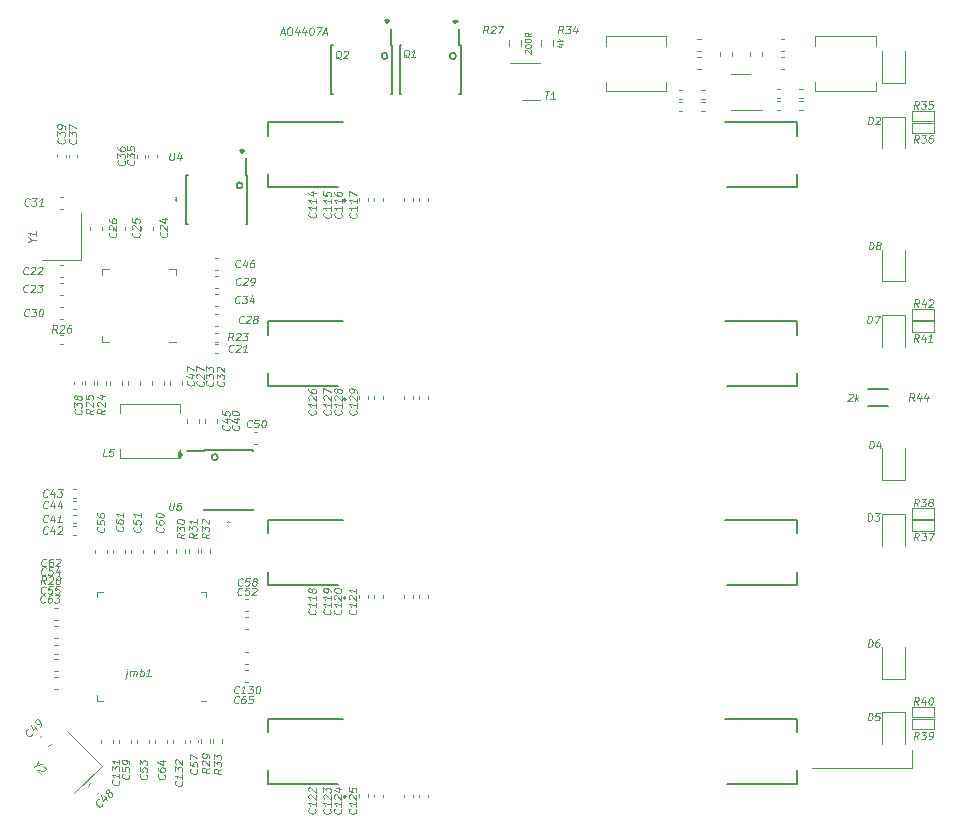
<source format=gto>
%TF.GenerationSoftware,KiCad,Pcbnew,7.0.9*%
%TF.CreationDate,2025-01-01T13:08:25+08:00*%
%TF.ProjectId,ver0.1-rounded,76657230-2e31-42d7-926f-756e6465642e,rev?*%
%TF.SameCoordinates,Original*%
%TF.FileFunction,Legend,Top*%
%TF.FilePolarity,Positive*%
%FSLAX46Y46*%
G04 Gerber Fmt 4.6, Leading zero omitted, Abs format (unit mm)*
G04 Created by KiCad (PCBNEW 7.0.9) date 2025-01-01 13:08:25*
%MOMM*%
%LPD*%
G01*
G04 APERTURE LIST*
%ADD10C,0.076200*%
%ADD11C,0.100000*%
%ADD12C,0.150000*%
%ADD13C,0.120000*%
%ADD14C,0.200000*%
%ADD15C,0.127000*%
G04 APERTURE END LIST*
D10*
X182952300Y-130926820D02*
X182952300Y-129426820D01*
X174452280Y-130926840D02*
X182952300Y-130926820D01*
X183476385Y-94843840D02*
X183302516Y-94541459D01*
X183113528Y-94843840D02*
X183192903Y-94208840D01*
X183192903Y-94208840D02*
X183434808Y-94208840D01*
X183434808Y-94208840D02*
X183491504Y-94239078D01*
X183491504Y-94239078D02*
X183517963Y-94269316D01*
X183517963Y-94269316D02*
X183540641Y-94329792D01*
X183540641Y-94329792D02*
X183529302Y-94420506D01*
X183529302Y-94420506D02*
X183491504Y-94480982D01*
X183491504Y-94480982D02*
X183457487Y-94511221D01*
X183457487Y-94511221D02*
X183393231Y-94541459D01*
X183393231Y-94541459D02*
X183151326Y-94541459D01*
X184073588Y-94420506D02*
X184020671Y-94843840D01*
X183952635Y-94178602D02*
X183744748Y-94632173D01*
X183744748Y-94632173D02*
X184137844Y-94632173D01*
X184685909Y-94843840D02*
X184323052Y-94843840D01*
X184504481Y-94843840D02*
X184583856Y-94208840D01*
X184583856Y-94208840D02*
X184512040Y-94299554D01*
X184512040Y-94299554D02*
X184444005Y-94360030D01*
X184444005Y-94360030D02*
X184379749Y-94390268D01*
X120114785Y-108468400D02*
X120050529Y-108982447D01*
X120050529Y-108982447D02*
X120073208Y-109042923D01*
X120073208Y-109042923D02*
X120099666Y-109073162D01*
X120099666Y-109073162D02*
X120156363Y-109103400D01*
X120156363Y-109103400D02*
X120277315Y-109103400D01*
X120277315Y-109103400D02*
X120341571Y-109073162D01*
X120341571Y-109073162D02*
X120375589Y-109042923D01*
X120375589Y-109042923D02*
X120413386Y-108982447D01*
X120413386Y-108982447D02*
X120477642Y-108468400D01*
X121052166Y-108468400D02*
X120931214Y-108468400D01*
X120931214Y-108468400D02*
X120866958Y-108498638D01*
X120866958Y-108498638D02*
X120832940Y-108528876D01*
X120832940Y-108528876D02*
X120761124Y-108619590D01*
X120761124Y-108619590D02*
X120715767Y-108740542D01*
X120715767Y-108740542D02*
X120685529Y-108982447D01*
X120685529Y-108982447D02*
X120708208Y-109042923D01*
X120708208Y-109042923D02*
X120734666Y-109073162D01*
X120734666Y-109073162D02*
X120791363Y-109103400D01*
X120791363Y-109103400D02*
X120912315Y-109103400D01*
X120912315Y-109103400D02*
X120976571Y-109073162D01*
X120976571Y-109073162D02*
X121010589Y-109042923D01*
X121010589Y-109042923D02*
X121048386Y-108982447D01*
X121048386Y-108982447D02*
X121067285Y-108831257D01*
X121067285Y-108831257D02*
X121044607Y-108770781D01*
X121044607Y-108770781D02*
X121018148Y-108740542D01*
X121018148Y-108740542D02*
X120961452Y-108710304D01*
X120961452Y-108710304D02*
X120840499Y-108710304D01*
X120840499Y-108710304D02*
X120776243Y-108740542D01*
X120776243Y-108740542D02*
X120742226Y-108770781D01*
X120742226Y-108770781D02*
X120704428Y-108831257D01*
X124950069Y-110100895D02*
X124984087Y-110070657D01*
X124984087Y-110070657D02*
X125048343Y-110040419D01*
X125048343Y-110040419D02*
X125161736Y-110100895D01*
X125161736Y-110100895D02*
X125225992Y-110070657D01*
X125225992Y-110070657D02*
X125260010Y-110040419D01*
X179243829Y-76417280D02*
X179323204Y-75782280D01*
X179323204Y-75782280D02*
X179474395Y-75782280D01*
X179474395Y-75782280D02*
X179561329Y-75812518D01*
X179561329Y-75812518D02*
X179614246Y-75872994D01*
X179614246Y-75872994D02*
X179636924Y-75933470D01*
X179636924Y-75933470D02*
X179652044Y-76054422D01*
X179652044Y-76054422D02*
X179640704Y-76145137D01*
X179640704Y-76145137D02*
X179595347Y-76266089D01*
X179595347Y-76266089D02*
X179557549Y-76326565D01*
X179557549Y-76326565D02*
X179489514Y-76387042D01*
X179489514Y-76387042D02*
X179395020Y-76417280D01*
X179395020Y-76417280D02*
X179243829Y-76417280D01*
X179920407Y-75842756D02*
X179954424Y-75812518D01*
X179954424Y-75812518D02*
X180018680Y-75782280D01*
X180018680Y-75782280D02*
X180169871Y-75782280D01*
X180169871Y-75782280D02*
X180226567Y-75812518D01*
X180226567Y-75812518D02*
X180253026Y-75842756D01*
X180253026Y-75842756D02*
X180275704Y-75903232D01*
X180275704Y-75903232D02*
X180268145Y-75963708D01*
X180268145Y-75963708D02*
X180226567Y-76054422D01*
X180226567Y-76054422D02*
X179818353Y-76417280D01*
X179818353Y-76417280D02*
X180211448Y-76417280D01*
X123479800Y-130967994D02*
X123177419Y-131141863D01*
X123479800Y-131330851D02*
X122844800Y-131251476D01*
X122844800Y-131251476D02*
X122844800Y-131009571D01*
X122844800Y-131009571D02*
X122875038Y-130952875D01*
X122875038Y-130952875D02*
X122905276Y-130926416D01*
X122905276Y-130926416D02*
X122965752Y-130903738D01*
X122965752Y-130903738D02*
X123056466Y-130915077D01*
X123056466Y-130915077D02*
X123116942Y-130952875D01*
X123116942Y-130952875D02*
X123147181Y-130986892D01*
X123147181Y-130986892D02*
X123177419Y-131051148D01*
X123177419Y-131051148D02*
X123177419Y-131293053D01*
X122905276Y-130654273D02*
X122875038Y-130620256D01*
X122875038Y-130620256D02*
X122844800Y-130556000D01*
X122844800Y-130556000D02*
X122844800Y-130404809D01*
X122844800Y-130404809D02*
X122875038Y-130348113D01*
X122875038Y-130348113D02*
X122905276Y-130321654D01*
X122905276Y-130321654D02*
X122965752Y-130298976D01*
X122965752Y-130298976D02*
X123026228Y-130306535D01*
X123026228Y-130306535D02*
X123116942Y-130348113D01*
X123116942Y-130348113D02*
X123479800Y-130756327D01*
X123479800Y-130756327D02*
X123479800Y-130363232D01*
X123479800Y-130060851D02*
X123479800Y-129939898D01*
X123479800Y-129939898D02*
X123449562Y-129875642D01*
X123449562Y-129875642D02*
X123419323Y-129841625D01*
X123419323Y-129841625D02*
X123328609Y-129769809D01*
X123328609Y-129769809D02*
X123207657Y-129724452D01*
X123207657Y-129724452D02*
X122965752Y-129694214D01*
X122965752Y-129694214D02*
X122905276Y-129716892D01*
X122905276Y-129716892D02*
X122875038Y-129743351D01*
X122875038Y-129743351D02*
X122844800Y-129800047D01*
X122844800Y-129800047D02*
X122844800Y-129921000D01*
X122844800Y-129921000D02*
X122875038Y-129985255D01*
X122875038Y-129985255D02*
X122905276Y-130019273D01*
X122905276Y-130019273D02*
X122965752Y-130057071D01*
X122965752Y-130057071D02*
X123116942Y-130075970D01*
X123116942Y-130075970D02*
X123177419Y-130053291D01*
X123177419Y-130053291D02*
X123207657Y-130026833D01*
X123207657Y-130026833D02*
X123237895Y-129970136D01*
X123237895Y-129970136D02*
X123237895Y-129849184D01*
X123237895Y-129849184D02*
X123207657Y-129784928D01*
X123207657Y-129784928D02*
X123177419Y-129750910D01*
X123177419Y-129750910D02*
X123116942Y-129713113D01*
X179218429Y-120675280D02*
X179297804Y-120040280D01*
X179297804Y-120040280D02*
X179448995Y-120040280D01*
X179448995Y-120040280D02*
X179535929Y-120070518D01*
X179535929Y-120070518D02*
X179588846Y-120130994D01*
X179588846Y-120130994D02*
X179611524Y-120191470D01*
X179611524Y-120191470D02*
X179626644Y-120312422D01*
X179626644Y-120312422D02*
X179615304Y-120403137D01*
X179615304Y-120403137D02*
X179569947Y-120524089D01*
X179569947Y-120524089D02*
X179532149Y-120584565D01*
X179532149Y-120584565D02*
X179464114Y-120645042D01*
X179464114Y-120645042D02*
X179369620Y-120675280D01*
X179369620Y-120675280D02*
X179218429Y-120675280D01*
X180204947Y-120040280D02*
X180083995Y-120040280D01*
X180083995Y-120040280D02*
X180019739Y-120070518D01*
X180019739Y-120070518D02*
X179985721Y-120100756D01*
X179985721Y-120100756D02*
X179913905Y-120191470D01*
X179913905Y-120191470D02*
X179868548Y-120312422D01*
X179868548Y-120312422D02*
X179838310Y-120554327D01*
X179838310Y-120554327D02*
X179860989Y-120614803D01*
X179860989Y-120614803D02*
X179887447Y-120645042D01*
X179887447Y-120645042D02*
X179944144Y-120675280D01*
X179944144Y-120675280D02*
X180065096Y-120675280D01*
X180065096Y-120675280D02*
X180129352Y-120645042D01*
X180129352Y-120645042D02*
X180163370Y-120614803D01*
X180163370Y-120614803D02*
X180201167Y-120554327D01*
X180201167Y-120554327D02*
X180220066Y-120403137D01*
X180220066Y-120403137D02*
X180197388Y-120342661D01*
X180197388Y-120342661D02*
X180170929Y-120312422D01*
X180170929Y-120312422D02*
X180114233Y-120282184D01*
X180114233Y-120282184D02*
X179993280Y-120282184D01*
X179993280Y-120282184D02*
X179929024Y-120312422D01*
X179929024Y-120312422D02*
X179895007Y-120342661D01*
X179895007Y-120342661D02*
X179857209Y-120403137D01*
X119660123Y-131519234D02*
X119690362Y-131553252D01*
X119690362Y-131553252D02*
X119720600Y-131647746D01*
X119720600Y-131647746D02*
X119720600Y-131708222D01*
X119720600Y-131708222D02*
X119690362Y-131795157D01*
X119690362Y-131795157D02*
X119629885Y-131848073D01*
X119629885Y-131848073D02*
X119569409Y-131870752D01*
X119569409Y-131870752D02*
X119448457Y-131885871D01*
X119448457Y-131885871D02*
X119357742Y-131874532D01*
X119357742Y-131874532D02*
X119236790Y-131829175D01*
X119236790Y-131829175D02*
X119176314Y-131791377D01*
X119176314Y-131791377D02*
X119115838Y-131723341D01*
X119115838Y-131723341D02*
X119085600Y-131628847D01*
X119085600Y-131628847D02*
X119085600Y-131568371D01*
X119085600Y-131568371D02*
X119115838Y-131481437D01*
X119115838Y-131481437D02*
X119146076Y-131454978D01*
X119085600Y-130903133D02*
X119085600Y-131024085D01*
X119085600Y-131024085D02*
X119115838Y-131088341D01*
X119115838Y-131088341D02*
X119146076Y-131122359D01*
X119146076Y-131122359D02*
X119236790Y-131194175D01*
X119236790Y-131194175D02*
X119357742Y-131239532D01*
X119357742Y-131239532D02*
X119599647Y-131269770D01*
X119599647Y-131269770D02*
X119660123Y-131247091D01*
X119660123Y-131247091D02*
X119690362Y-131220633D01*
X119690362Y-131220633D02*
X119720600Y-131163937D01*
X119720600Y-131163937D02*
X119720600Y-131042984D01*
X119720600Y-131042984D02*
X119690362Y-130978728D01*
X119690362Y-130978728D02*
X119660123Y-130944710D01*
X119660123Y-130944710D02*
X119599647Y-130906913D01*
X119599647Y-130906913D02*
X119448457Y-130888014D01*
X119448457Y-130888014D02*
X119387981Y-130910692D01*
X119387981Y-130910692D02*
X119357742Y-130937151D01*
X119357742Y-130937151D02*
X119327504Y-130993847D01*
X119327504Y-130993847D02*
X119327504Y-131114800D01*
X119327504Y-131114800D02*
X119357742Y-131179056D01*
X119357742Y-131179056D02*
X119387981Y-131213073D01*
X119387981Y-131213073D02*
X119448457Y-131250871D01*
X119297266Y-130324829D02*
X119720600Y-130377746D01*
X119055362Y-130445782D02*
X119508933Y-130653669D01*
X119508933Y-130653669D02*
X119508933Y-130260573D01*
X108078965Y-90577123D02*
X108044947Y-90607362D01*
X108044947Y-90607362D02*
X107950453Y-90637600D01*
X107950453Y-90637600D02*
X107889977Y-90637600D01*
X107889977Y-90637600D02*
X107803042Y-90607362D01*
X107803042Y-90607362D02*
X107750126Y-90546885D01*
X107750126Y-90546885D02*
X107727447Y-90486409D01*
X107727447Y-90486409D02*
X107712328Y-90365457D01*
X107712328Y-90365457D02*
X107723667Y-90274742D01*
X107723667Y-90274742D02*
X107769024Y-90153790D01*
X107769024Y-90153790D02*
X107806822Y-90093314D01*
X107806822Y-90093314D02*
X107874858Y-90032838D01*
X107874858Y-90032838D02*
X107969352Y-90002600D01*
X107969352Y-90002600D02*
X108029828Y-90002600D01*
X108029828Y-90002600D02*
X108116763Y-90032838D01*
X108116763Y-90032838D02*
X108143221Y-90063076D01*
X108385126Y-90063076D02*
X108419143Y-90032838D01*
X108419143Y-90032838D02*
X108483399Y-90002600D01*
X108483399Y-90002600D02*
X108634590Y-90002600D01*
X108634590Y-90002600D02*
X108691286Y-90032838D01*
X108691286Y-90032838D02*
X108717745Y-90063076D01*
X108717745Y-90063076D02*
X108740423Y-90123552D01*
X108740423Y-90123552D02*
X108732864Y-90184028D01*
X108732864Y-90184028D02*
X108691286Y-90274742D01*
X108691286Y-90274742D02*
X108283072Y-90637600D01*
X108283072Y-90637600D02*
X108676167Y-90637600D01*
X108967209Y-90002600D02*
X109360304Y-90002600D01*
X109360304Y-90002600D02*
X109118400Y-90244504D01*
X109118400Y-90244504D02*
X109209114Y-90244504D01*
X109209114Y-90244504D02*
X109265810Y-90274742D01*
X109265810Y-90274742D02*
X109292269Y-90304981D01*
X109292269Y-90304981D02*
X109314947Y-90365457D01*
X109314947Y-90365457D02*
X109296048Y-90516647D01*
X109296048Y-90516647D02*
X109258251Y-90577123D01*
X109258251Y-90577123D02*
X109224233Y-90607362D01*
X109224233Y-90607362D02*
X109159977Y-90637600D01*
X109159977Y-90637600D02*
X108978548Y-90637600D01*
X108978548Y-90637600D02*
X108921852Y-90607362D01*
X108921852Y-90607362D02*
X108895394Y-90577123D01*
X183476385Y-125577840D02*
X183302516Y-125275459D01*
X183113528Y-125577840D02*
X183192903Y-124942840D01*
X183192903Y-124942840D02*
X183434808Y-124942840D01*
X183434808Y-124942840D02*
X183491504Y-124973078D01*
X183491504Y-124973078D02*
X183517963Y-125003316D01*
X183517963Y-125003316D02*
X183540641Y-125063792D01*
X183540641Y-125063792D02*
X183529302Y-125154506D01*
X183529302Y-125154506D02*
X183491504Y-125214982D01*
X183491504Y-125214982D02*
X183457487Y-125245221D01*
X183457487Y-125245221D02*
X183393231Y-125275459D01*
X183393231Y-125275459D02*
X183151326Y-125275459D01*
X184073588Y-125154506D02*
X184020671Y-125577840D01*
X183952635Y-124912602D02*
X183744748Y-125366173D01*
X183744748Y-125366173D02*
X184137844Y-125366173D01*
X184553618Y-124942840D02*
X184614094Y-124942840D01*
X184614094Y-124942840D02*
X184670790Y-124973078D01*
X184670790Y-124973078D02*
X184697249Y-125003316D01*
X184697249Y-125003316D02*
X184719927Y-125063792D01*
X184719927Y-125063792D02*
X184735046Y-125184744D01*
X184735046Y-125184744D02*
X184716147Y-125335935D01*
X184716147Y-125335935D02*
X184670790Y-125456887D01*
X184670790Y-125456887D02*
X184632993Y-125517363D01*
X184632993Y-125517363D02*
X184598975Y-125547602D01*
X184598975Y-125547602D02*
X184534719Y-125577840D01*
X184534719Y-125577840D02*
X184474243Y-125577840D01*
X184474243Y-125577840D02*
X184417546Y-125547602D01*
X184417546Y-125547602D02*
X184391088Y-125517363D01*
X184391088Y-125517363D02*
X184368409Y-125456887D01*
X184368409Y-125456887D02*
X184353290Y-125335935D01*
X184353290Y-125335935D02*
X184372189Y-125184744D01*
X184372189Y-125184744D02*
X184417546Y-125063792D01*
X184417546Y-125063792D02*
X184455344Y-125003316D01*
X184455344Y-125003316D02*
X184489362Y-124973078D01*
X184489362Y-124973078D02*
X184553618Y-124942840D01*
X122123923Y-98194434D02*
X122154162Y-98228452D01*
X122154162Y-98228452D02*
X122184400Y-98322946D01*
X122184400Y-98322946D02*
X122184400Y-98383422D01*
X122184400Y-98383422D02*
X122154162Y-98470357D01*
X122154162Y-98470357D02*
X122093685Y-98523273D01*
X122093685Y-98523273D02*
X122033209Y-98545952D01*
X122033209Y-98545952D02*
X121912257Y-98561071D01*
X121912257Y-98561071D02*
X121821542Y-98549732D01*
X121821542Y-98549732D02*
X121700590Y-98504375D01*
X121700590Y-98504375D02*
X121640114Y-98466577D01*
X121640114Y-98466577D02*
X121579638Y-98398541D01*
X121579638Y-98398541D02*
X121549400Y-98304047D01*
X121549400Y-98304047D02*
X121549400Y-98243571D01*
X121549400Y-98243571D02*
X121579638Y-98156637D01*
X121579638Y-98156637D02*
X121609876Y-98130178D01*
X121761066Y-97604791D02*
X122184400Y-97657708D01*
X121519162Y-97725744D02*
X121972733Y-97933631D01*
X121972733Y-97933631D02*
X121972733Y-97540535D01*
X121549400Y-97306190D02*
X121549400Y-96882857D01*
X121549400Y-96882857D02*
X122184400Y-97234375D01*
X111176523Y-77696634D02*
X111206762Y-77730652D01*
X111206762Y-77730652D02*
X111237000Y-77825146D01*
X111237000Y-77825146D02*
X111237000Y-77885622D01*
X111237000Y-77885622D02*
X111206762Y-77972557D01*
X111206762Y-77972557D02*
X111146285Y-78025473D01*
X111146285Y-78025473D02*
X111085809Y-78048152D01*
X111085809Y-78048152D02*
X110964857Y-78063271D01*
X110964857Y-78063271D02*
X110874142Y-78051932D01*
X110874142Y-78051932D02*
X110753190Y-78006575D01*
X110753190Y-78006575D02*
X110692714Y-77968777D01*
X110692714Y-77968777D02*
X110632238Y-77900741D01*
X110632238Y-77900741D02*
X110602000Y-77806247D01*
X110602000Y-77806247D02*
X110602000Y-77745771D01*
X110602000Y-77745771D02*
X110632238Y-77658837D01*
X110632238Y-77658837D02*
X110662476Y-77632378D01*
X110602000Y-77413152D02*
X110602000Y-77020057D01*
X110602000Y-77020057D02*
X110843904Y-77261962D01*
X110843904Y-77261962D02*
X110843904Y-77171247D01*
X110843904Y-77171247D02*
X110874142Y-77114551D01*
X110874142Y-77114551D02*
X110904381Y-77088092D01*
X110904381Y-77088092D02*
X110964857Y-77065414D01*
X110964857Y-77065414D02*
X111116047Y-77084313D01*
X111116047Y-77084313D02*
X111176523Y-77122110D01*
X111176523Y-77122110D02*
X111206762Y-77156128D01*
X111206762Y-77156128D02*
X111237000Y-77220384D01*
X111237000Y-77220384D02*
X111237000Y-77401813D01*
X111237000Y-77401813D02*
X111206762Y-77458509D01*
X111206762Y-77458509D02*
X111176523Y-77484967D01*
X111237000Y-76797051D02*
X111237000Y-76676098D01*
X111237000Y-76676098D02*
X111206762Y-76611842D01*
X111206762Y-76611842D02*
X111176523Y-76577825D01*
X111176523Y-76577825D02*
X111085809Y-76506009D01*
X111085809Y-76506009D02*
X110964857Y-76460652D01*
X110964857Y-76460652D02*
X110722952Y-76430414D01*
X110722952Y-76430414D02*
X110662476Y-76453092D01*
X110662476Y-76453092D02*
X110632238Y-76479551D01*
X110632238Y-76479551D02*
X110602000Y-76536247D01*
X110602000Y-76536247D02*
X110602000Y-76657200D01*
X110602000Y-76657200D02*
X110632238Y-76721455D01*
X110632238Y-76721455D02*
X110662476Y-76755473D01*
X110662476Y-76755473D02*
X110722952Y-76793271D01*
X110722952Y-76793271D02*
X110874142Y-76812170D01*
X110874142Y-76812170D02*
X110934619Y-76789491D01*
X110934619Y-76789491D02*
X110964857Y-76763033D01*
X110964857Y-76763033D02*
X110995095Y-76706336D01*
X110995095Y-76706336D02*
X110995095Y-76585384D01*
X110995095Y-76585384D02*
X110964857Y-76521128D01*
X110964857Y-76521128D02*
X110934619Y-76487110D01*
X110934619Y-76487110D02*
X110874142Y-76449313D01*
X125933923Y-101953634D02*
X125964162Y-101987652D01*
X125964162Y-101987652D02*
X125994400Y-102082146D01*
X125994400Y-102082146D02*
X125994400Y-102142622D01*
X125994400Y-102142622D02*
X125964162Y-102229557D01*
X125964162Y-102229557D02*
X125903685Y-102282473D01*
X125903685Y-102282473D02*
X125843209Y-102305152D01*
X125843209Y-102305152D02*
X125722257Y-102320271D01*
X125722257Y-102320271D02*
X125631542Y-102308932D01*
X125631542Y-102308932D02*
X125510590Y-102263575D01*
X125510590Y-102263575D02*
X125450114Y-102225777D01*
X125450114Y-102225777D02*
X125389638Y-102157741D01*
X125389638Y-102157741D02*
X125359400Y-102063247D01*
X125359400Y-102063247D02*
X125359400Y-102002771D01*
X125359400Y-102002771D02*
X125389638Y-101915837D01*
X125389638Y-101915837D02*
X125419876Y-101889378D01*
X125571066Y-101363991D02*
X125994400Y-101416908D01*
X125329162Y-101484944D02*
X125782733Y-101692831D01*
X125782733Y-101692831D02*
X125782733Y-101299735D01*
X125359400Y-100883961D02*
X125359400Y-100823485D01*
X125359400Y-100823485D02*
X125389638Y-100766789D01*
X125389638Y-100766789D02*
X125419876Y-100740330D01*
X125419876Y-100740330D02*
X125480352Y-100717652D01*
X125480352Y-100717652D02*
X125601304Y-100702533D01*
X125601304Y-100702533D02*
X125752495Y-100721432D01*
X125752495Y-100721432D02*
X125873447Y-100766789D01*
X125873447Y-100766789D02*
X125933923Y-100804586D01*
X125933923Y-100804586D02*
X125964162Y-100838604D01*
X125964162Y-100838604D02*
X125994400Y-100902860D01*
X125994400Y-100902860D02*
X125994400Y-100963336D01*
X125994400Y-100963336D02*
X125964162Y-101020033D01*
X125964162Y-101020033D02*
X125933923Y-101046491D01*
X125933923Y-101046491D02*
X125873447Y-101069170D01*
X125873447Y-101069170D02*
X125752495Y-101084289D01*
X125752495Y-101084289D02*
X125601304Y-101065390D01*
X125601304Y-101065390D02*
X125480352Y-101020033D01*
X125480352Y-101020033D02*
X125419876Y-100982235D01*
X125419876Y-100982235D02*
X125389638Y-100948217D01*
X125389638Y-100948217D02*
X125359400Y-100883961D01*
X126036765Y-88494323D02*
X126002747Y-88524562D01*
X126002747Y-88524562D02*
X125908253Y-88554800D01*
X125908253Y-88554800D02*
X125847777Y-88554800D01*
X125847777Y-88554800D02*
X125760842Y-88524562D01*
X125760842Y-88524562D02*
X125707926Y-88464085D01*
X125707926Y-88464085D02*
X125685247Y-88403609D01*
X125685247Y-88403609D02*
X125670128Y-88282657D01*
X125670128Y-88282657D02*
X125681467Y-88191942D01*
X125681467Y-88191942D02*
X125726824Y-88070990D01*
X125726824Y-88070990D02*
X125764622Y-88010514D01*
X125764622Y-88010514D02*
X125832658Y-87950038D01*
X125832658Y-87950038D02*
X125927152Y-87919800D01*
X125927152Y-87919800D02*
X125987628Y-87919800D01*
X125987628Y-87919800D02*
X126074563Y-87950038D01*
X126074563Y-87950038D02*
X126101021Y-87980276D01*
X126626408Y-88131466D02*
X126573491Y-88554800D01*
X126505455Y-87889562D02*
X126297568Y-88343133D01*
X126297568Y-88343133D02*
X126690664Y-88343133D01*
X127257628Y-87919800D02*
X127136676Y-87919800D01*
X127136676Y-87919800D02*
X127072420Y-87950038D01*
X127072420Y-87950038D02*
X127038402Y-87980276D01*
X127038402Y-87980276D02*
X126966586Y-88070990D01*
X126966586Y-88070990D02*
X126921229Y-88191942D01*
X126921229Y-88191942D02*
X126890991Y-88433847D01*
X126890991Y-88433847D02*
X126913670Y-88494323D01*
X126913670Y-88494323D02*
X126940128Y-88524562D01*
X126940128Y-88524562D02*
X126996825Y-88554800D01*
X126996825Y-88554800D02*
X127117777Y-88554800D01*
X127117777Y-88554800D02*
X127182033Y-88524562D01*
X127182033Y-88524562D02*
X127216051Y-88494323D01*
X127216051Y-88494323D02*
X127253848Y-88433847D01*
X127253848Y-88433847D02*
X127272747Y-88282657D01*
X127272747Y-88282657D02*
X127250069Y-88222181D01*
X127250069Y-88222181D02*
X127223610Y-88191942D01*
X127223610Y-88191942D02*
X127166914Y-88161704D01*
X127166914Y-88161704D02*
X127045961Y-88161704D01*
X127045961Y-88161704D02*
X126981705Y-88191942D01*
X126981705Y-88191942D02*
X126947688Y-88222181D01*
X126947688Y-88222181D02*
X126909890Y-88282657D01*
X126062165Y-89992923D02*
X126028147Y-90023162D01*
X126028147Y-90023162D02*
X125933653Y-90053400D01*
X125933653Y-90053400D02*
X125873177Y-90053400D01*
X125873177Y-90053400D02*
X125786242Y-90023162D01*
X125786242Y-90023162D02*
X125733326Y-89962685D01*
X125733326Y-89962685D02*
X125710647Y-89902209D01*
X125710647Y-89902209D02*
X125695528Y-89781257D01*
X125695528Y-89781257D02*
X125706867Y-89690542D01*
X125706867Y-89690542D02*
X125752224Y-89569590D01*
X125752224Y-89569590D02*
X125790022Y-89509114D01*
X125790022Y-89509114D02*
X125858058Y-89448638D01*
X125858058Y-89448638D02*
X125952552Y-89418400D01*
X125952552Y-89418400D02*
X126013028Y-89418400D01*
X126013028Y-89418400D02*
X126099963Y-89448638D01*
X126099963Y-89448638D02*
X126126421Y-89478876D01*
X126368326Y-89478876D02*
X126402343Y-89448638D01*
X126402343Y-89448638D02*
X126466599Y-89418400D01*
X126466599Y-89418400D02*
X126617790Y-89418400D01*
X126617790Y-89418400D02*
X126674486Y-89448638D01*
X126674486Y-89448638D02*
X126700945Y-89478876D01*
X126700945Y-89478876D02*
X126723623Y-89539352D01*
X126723623Y-89539352D02*
X126716064Y-89599828D01*
X126716064Y-89599828D02*
X126674486Y-89690542D01*
X126674486Y-89690542D02*
X126266272Y-90053400D01*
X126266272Y-90053400D02*
X126659367Y-90053400D01*
X126961748Y-90053400D02*
X127082701Y-90053400D01*
X127082701Y-90053400D02*
X127146957Y-90023162D01*
X127146957Y-90023162D02*
X127180975Y-89992923D01*
X127180975Y-89992923D02*
X127252790Y-89902209D01*
X127252790Y-89902209D02*
X127298147Y-89781257D01*
X127298147Y-89781257D02*
X127328385Y-89539352D01*
X127328385Y-89539352D02*
X127305707Y-89478876D01*
X127305707Y-89478876D02*
X127279248Y-89448638D01*
X127279248Y-89448638D02*
X127222552Y-89418400D01*
X127222552Y-89418400D02*
X127101600Y-89418400D01*
X127101600Y-89418400D02*
X127037344Y-89448638D01*
X127037344Y-89448638D02*
X127003326Y-89478876D01*
X127003326Y-89478876D02*
X126965528Y-89539352D01*
X126965528Y-89539352D02*
X126946629Y-89690542D01*
X126946629Y-89690542D02*
X126969308Y-89751019D01*
X126969308Y-89751019D02*
X126995766Y-89781257D01*
X126995766Y-89781257D02*
X127052463Y-89811495D01*
X127052463Y-89811495D02*
X127173415Y-89811495D01*
X127173415Y-89811495D02*
X127237671Y-89781257D01*
X127237671Y-89781257D02*
X127271689Y-89751019D01*
X127271689Y-89751019D02*
X127309486Y-89690542D01*
X109552165Y-116129523D02*
X109518147Y-116159762D01*
X109518147Y-116159762D02*
X109423653Y-116190000D01*
X109423653Y-116190000D02*
X109363177Y-116190000D01*
X109363177Y-116190000D02*
X109276242Y-116159762D01*
X109276242Y-116159762D02*
X109223326Y-116099285D01*
X109223326Y-116099285D02*
X109200647Y-116038809D01*
X109200647Y-116038809D02*
X109185528Y-115917857D01*
X109185528Y-115917857D02*
X109196867Y-115827142D01*
X109196867Y-115827142D02*
X109242224Y-115706190D01*
X109242224Y-115706190D02*
X109280022Y-115645714D01*
X109280022Y-115645714D02*
X109348058Y-115585238D01*
X109348058Y-115585238D02*
X109442552Y-115555000D01*
X109442552Y-115555000D02*
X109503028Y-115555000D01*
X109503028Y-115555000D02*
X109589963Y-115585238D01*
X109589963Y-115585238D02*
X109616421Y-115615476D01*
X110198504Y-115555000D02*
X109896123Y-115555000D01*
X109896123Y-115555000D02*
X109828088Y-115857381D01*
X109828088Y-115857381D02*
X109862105Y-115827142D01*
X109862105Y-115827142D02*
X109926361Y-115796904D01*
X109926361Y-115796904D02*
X110077552Y-115796904D01*
X110077552Y-115796904D02*
X110134248Y-115827142D01*
X110134248Y-115827142D02*
X110160707Y-115857381D01*
X110160707Y-115857381D02*
X110183385Y-115917857D01*
X110183385Y-115917857D02*
X110164486Y-116069047D01*
X110164486Y-116069047D02*
X110126689Y-116129523D01*
X110126689Y-116129523D02*
X110092671Y-116159762D01*
X110092671Y-116159762D02*
X110028415Y-116190000D01*
X110028415Y-116190000D02*
X109877224Y-116190000D01*
X109877224Y-116190000D02*
X109820528Y-116159762D01*
X109820528Y-116159762D02*
X109794070Y-116129523D01*
X110803266Y-115555000D02*
X110500885Y-115555000D01*
X110500885Y-115555000D02*
X110432850Y-115857381D01*
X110432850Y-115857381D02*
X110466867Y-115827142D01*
X110466867Y-115827142D02*
X110531123Y-115796904D01*
X110531123Y-115796904D02*
X110682314Y-115796904D01*
X110682314Y-115796904D02*
X110739010Y-115827142D01*
X110739010Y-115827142D02*
X110765469Y-115857381D01*
X110765469Y-115857381D02*
X110788147Y-115917857D01*
X110788147Y-115917857D02*
X110769248Y-116069047D01*
X110769248Y-116069047D02*
X110731451Y-116129523D01*
X110731451Y-116129523D02*
X110697433Y-116159762D01*
X110697433Y-116159762D02*
X110633177Y-116190000D01*
X110633177Y-116190000D02*
X110481986Y-116190000D01*
X110481986Y-116190000D02*
X110425290Y-116159762D01*
X110425290Y-116159762D02*
X110398832Y-116129523D01*
X126316165Y-93218723D02*
X126282147Y-93248962D01*
X126282147Y-93248962D02*
X126187653Y-93279200D01*
X126187653Y-93279200D02*
X126127177Y-93279200D01*
X126127177Y-93279200D02*
X126040242Y-93248962D01*
X126040242Y-93248962D02*
X125987326Y-93188485D01*
X125987326Y-93188485D02*
X125964647Y-93128009D01*
X125964647Y-93128009D02*
X125949528Y-93007057D01*
X125949528Y-93007057D02*
X125960867Y-92916342D01*
X125960867Y-92916342D02*
X126006224Y-92795390D01*
X126006224Y-92795390D02*
X126044022Y-92734914D01*
X126044022Y-92734914D02*
X126112058Y-92674438D01*
X126112058Y-92674438D02*
X126206552Y-92644200D01*
X126206552Y-92644200D02*
X126267028Y-92644200D01*
X126267028Y-92644200D02*
X126353963Y-92674438D01*
X126353963Y-92674438D02*
X126380421Y-92704676D01*
X126622326Y-92704676D02*
X126656343Y-92674438D01*
X126656343Y-92674438D02*
X126720599Y-92644200D01*
X126720599Y-92644200D02*
X126871790Y-92644200D01*
X126871790Y-92644200D02*
X126928486Y-92674438D01*
X126928486Y-92674438D02*
X126954945Y-92704676D01*
X126954945Y-92704676D02*
X126977623Y-92765152D01*
X126977623Y-92765152D02*
X126970064Y-92825628D01*
X126970064Y-92825628D02*
X126928486Y-92916342D01*
X126928486Y-92916342D02*
X126520272Y-93279200D01*
X126520272Y-93279200D02*
X126913367Y-93279200D01*
X127321582Y-92916342D02*
X127264885Y-92886104D01*
X127264885Y-92886104D02*
X127238427Y-92855866D01*
X127238427Y-92855866D02*
X127215748Y-92795390D01*
X127215748Y-92795390D02*
X127219528Y-92765152D01*
X127219528Y-92765152D02*
X127257326Y-92704676D01*
X127257326Y-92704676D02*
X127291344Y-92674438D01*
X127291344Y-92674438D02*
X127355600Y-92644200D01*
X127355600Y-92644200D02*
X127476552Y-92644200D01*
X127476552Y-92644200D02*
X127533248Y-92674438D01*
X127533248Y-92674438D02*
X127559707Y-92704676D01*
X127559707Y-92704676D02*
X127582385Y-92765152D01*
X127582385Y-92765152D02*
X127578605Y-92795390D01*
X127578605Y-92795390D02*
X127540808Y-92855866D01*
X127540808Y-92855866D02*
X127506790Y-92886104D01*
X127506790Y-92886104D02*
X127442534Y-92916342D01*
X127442534Y-92916342D02*
X127321582Y-92916342D01*
X127321582Y-92916342D02*
X127257326Y-92946581D01*
X127257326Y-92946581D02*
X127223308Y-92976819D01*
X127223308Y-92976819D02*
X127185510Y-93037295D01*
X127185510Y-93037295D02*
X127170391Y-93158247D01*
X127170391Y-93158247D02*
X127193070Y-93218723D01*
X127193070Y-93218723D02*
X127219528Y-93248962D01*
X127219528Y-93248962D02*
X127276225Y-93279200D01*
X127276225Y-93279200D02*
X127397177Y-93279200D01*
X127397177Y-93279200D02*
X127461433Y-93248962D01*
X127461433Y-93248962D02*
X127495451Y-93218723D01*
X127495451Y-93218723D02*
X127533248Y-93158247D01*
X127533248Y-93158247D02*
X127548367Y-93037295D01*
X127548367Y-93037295D02*
X127525689Y-92976819D01*
X127525689Y-92976819D02*
X127499230Y-92946581D01*
X127499230Y-92946581D02*
X127442534Y-92916342D01*
X122403323Y-131062034D02*
X122433562Y-131096052D01*
X122433562Y-131096052D02*
X122463800Y-131190546D01*
X122463800Y-131190546D02*
X122463800Y-131251022D01*
X122463800Y-131251022D02*
X122433562Y-131337957D01*
X122433562Y-131337957D02*
X122373085Y-131390873D01*
X122373085Y-131390873D02*
X122312609Y-131413552D01*
X122312609Y-131413552D02*
X122191657Y-131428671D01*
X122191657Y-131428671D02*
X122100942Y-131417332D01*
X122100942Y-131417332D02*
X121979990Y-131371975D01*
X121979990Y-131371975D02*
X121919514Y-131334177D01*
X121919514Y-131334177D02*
X121859038Y-131266141D01*
X121859038Y-131266141D02*
X121828800Y-131171647D01*
X121828800Y-131171647D02*
X121828800Y-131111171D01*
X121828800Y-131111171D02*
X121859038Y-131024237D01*
X121859038Y-131024237D02*
X121889276Y-130997778D01*
X121828800Y-130415695D02*
X121828800Y-130718076D01*
X121828800Y-130718076D02*
X122131181Y-130786112D01*
X122131181Y-130786112D02*
X122100942Y-130752094D01*
X122100942Y-130752094D02*
X122070704Y-130687838D01*
X122070704Y-130687838D02*
X122070704Y-130536647D01*
X122070704Y-130536647D02*
X122100942Y-130479951D01*
X122100942Y-130479951D02*
X122131181Y-130453492D01*
X122131181Y-130453492D02*
X122191657Y-130430814D01*
X122191657Y-130430814D02*
X122342847Y-130449713D01*
X122342847Y-130449713D02*
X122403323Y-130487510D01*
X122403323Y-130487510D02*
X122433562Y-130521528D01*
X122433562Y-130521528D02*
X122463800Y-130585784D01*
X122463800Y-130585784D02*
X122463800Y-130736975D01*
X122463800Y-130736975D02*
X122433562Y-130793671D01*
X122433562Y-130793671D02*
X122403323Y-130820129D01*
X121828800Y-130173790D02*
X121828800Y-129750457D01*
X121828800Y-129750457D02*
X122463800Y-130101975D01*
X126209465Y-116231123D02*
X126175447Y-116261362D01*
X126175447Y-116261362D02*
X126080953Y-116291600D01*
X126080953Y-116291600D02*
X126020477Y-116291600D01*
X126020477Y-116291600D02*
X125933542Y-116261362D01*
X125933542Y-116261362D02*
X125880626Y-116200885D01*
X125880626Y-116200885D02*
X125857947Y-116140409D01*
X125857947Y-116140409D02*
X125842828Y-116019457D01*
X125842828Y-116019457D02*
X125854167Y-115928742D01*
X125854167Y-115928742D02*
X125899524Y-115807790D01*
X125899524Y-115807790D02*
X125937322Y-115747314D01*
X125937322Y-115747314D02*
X126005358Y-115686838D01*
X126005358Y-115686838D02*
X126099852Y-115656600D01*
X126099852Y-115656600D02*
X126160328Y-115656600D01*
X126160328Y-115656600D02*
X126247263Y-115686838D01*
X126247263Y-115686838D02*
X126273721Y-115717076D01*
X126855804Y-115656600D02*
X126553423Y-115656600D01*
X126553423Y-115656600D02*
X126485388Y-115958981D01*
X126485388Y-115958981D02*
X126519405Y-115928742D01*
X126519405Y-115928742D02*
X126583661Y-115898504D01*
X126583661Y-115898504D02*
X126734852Y-115898504D01*
X126734852Y-115898504D02*
X126791548Y-115928742D01*
X126791548Y-115928742D02*
X126818007Y-115958981D01*
X126818007Y-115958981D02*
X126840685Y-116019457D01*
X126840685Y-116019457D02*
X126821786Y-116170647D01*
X126821786Y-116170647D02*
X126783989Y-116231123D01*
X126783989Y-116231123D02*
X126749971Y-116261362D01*
X126749971Y-116261362D02*
X126685715Y-116291600D01*
X126685715Y-116291600D02*
X126534524Y-116291600D01*
X126534524Y-116291600D02*
X126477828Y-116261362D01*
X126477828Y-116261362D02*
X126451370Y-116231123D01*
X127120388Y-115717076D02*
X127154405Y-115686838D01*
X127154405Y-115686838D02*
X127218661Y-115656600D01*
X127218661Y-115656600D02*
X127369852Y-115656600D01*
X127369852Y-115656600D02*
X127426548Y-115686838D01*
X127426548Y-115686838D02*
X127453007Y-115717076D01*
X127453007Y-115717076D02*
X127475685Y-115777552D01*
X127475685Y-115777552D02*
X127468126Y-115838028D01*
X127468126Y-115838028D02*
X127426548Y-115928742D01*
X127426548Y-115928742D02*
X127018334Y-116291600D01*
X127018334Y-116291600D02*
X127411429Y-116291600D01*
X127001965Y-102032523D02*
X126967947Y-102062762D01*
X126967947Y-102062762D02*
X126873453Y-102093000D01*
X126873453Y-102093000D02*
X126812977Y-102093000D01*
X126812977Y-102093000D02*
X126726042Y-102062762D01*
X126726042Y-102062762D02*
X126673126Y-102002285D01*
X126673126Y-102002285D02*
X126650447Y-101941809D01*
X126650447Y-101941809D02*
X126635328Y-101820857D01*
X126635328Y-101820857D02*
X126646667Y-101730142D01*
X126646667Y-101730142D02*
X126692024Y-101609190D01*
X126692024Y-101609190D02*
X126729822Y-101548714D01*
X126729822Y-101548714D02*
X126797858Y-101488238D01*
X126797858Y-101488238D02*
X126892352Y-101458000D01*
X126892352Y-101458000D02*
X126952828Y-101458000D01*
X126952828Y-101458000D02*
X127039763Y-101488238D01*
X127039763Y-101488238D02*
X127066221Y-101518476D01*
X127648304Y-101458000D02*
X127345923Y-101458000D01*
X127345923Y-101458000D02*
X127277888Y-101760381D01*
X127277888Y-101760381D02*
X127311905Y-101730142D01*
X127311905Y-101730142D02*
X127376161Y-101699904D01*
X127376161Y-101699904D02*
X127527352Y-101699904D01*
X127527352Y-101699904D02*
X127584048Y-101730142D01*
X127584048Y-101730142D02*
X127610507Y-101760381D01*
X127610507Y-101760381D02*
X127633185Y-101820857D01*
X127633185Y-101820857D02*
X127614286Y-101972047D01*
X127614286Y-101972047D02*
X127576489Y-102032523D01*
X127576489Y-102032523D02*
X127542471Y-102062762D01*
X127542471Y-102062762D02*
X127478215Y-102093000D01*
X127478215Y-102093000D02*
X127327024Y-102093000D01*
X127327024Y-102093000D02*
X127270328Y-102062762D01*
X127270328Y-102062762D02*
X127243870Y-102032523D01*
X128071638Y-101458000D02*
X128132114Y-101458000D01*
X128132114Y-101458000D02*
X128188810Y-101488238D01*
X128188810Y-101488238D02*
X128215269Y-101518476D01*
X128215269Y-101518476D02*
X128237947Y-101578952D01*
X128237947Y-101578952D02*
X128253066Y-101699904D01*
X128253066Y-101699904D02*
X128234167Y-101851095D01*
X128234167Y-101851095D02*
X128188810Y-101972047D01*
X128188810Y-101972047D02*
X128151013Y-102032523D01*
X128151013Y-102032523D02*
X128116995Y-102062762D01*
X128116995Y-102062762D02*
X128052739Y-102093000D01*
X128052739Y-102093000D02*
X127992263Y-102093000D01*
X127992263Y-102093000D02*
X127935566Y-102062762D01*
X127935566Y-102062762D02*
X127909108Y-102032523D01*
X127909108Y-102032523D02*
X127886429Y-101972047D01*
X127886429Y-101972047D02*
X127871310Y-101851095D01*
X127871310Y-101851095D02*
X127890209Y-101699904D01*
X127890209Y-101699904D02*
X127935566Y-101578952D01*
X127935566Y-101578952D02*
X127973364Y-101518476D01*
X127973364Y-101518476D02*
X128007382Y-101488238D01*
X128007382Y-101488238D02*
X128071638Y-101458000D01*
X125912184Y-124562323D02*
X125878166Y-124592562D01*
X125878166Y-124592562D02*
X125783672Y-124622800D01*
X125783672Y-124622800D02*
X125723196Y-124622800D01*
X125723196Y-124622800D02*
X125636261Y-124592562D01*
X125636261Y-124592562D02*
X125583345Y-124532085D01*
X125583345Y-124532085D02*
X125560666Y-124471609D01*
X125560666Y-124471609D02*
X125545547Y-124350657D01*
X125545547Y-124350657D02*
X125556886Y-124259942D01*
X125556886Y-124259942D02*
X125602243Y-124138990D01*
X125602243Y-124138990D02*
X125640041Y-124078514D01*
X125640041Y-124078514D02*
X125708077Y-124018038D01*
X125708077Y-124018038D02*
X125802571Y-123987800D01*
X125802571Y-123987800D02*
X125863047Y-123987800D01*
X125863047Y-123987800D02*
X125949982Y-124018038D01*
X125949982Y-124018038D02*
X125976440Y-124048276D01*
X126509386Y-124622800D02*
X126146529Y-124622800D01*
X126327958Y-124622800D02*
X126407333Y-123987800D01*
X126407333Y-123987800D02*
X126335517Y-124078514D01*
X126335517Y-124078514D02*
X126267482Y-124138990D01*
X126267482Y-124138990D02*
X126203226Y-124169228D01*
X126800428Y-123987800D02*
X127193523Y-123987800D01*
X127193523Y-123987800D02*
X126951619Y-124229704D01*
X126951619Y-124229704D02*
X127042333Y-124229704D01*
X127042333Y-124229704D02*
X127099029Y-124259942D01*
X127099029Y-124259942D02*
X127125488Y-124290181D01*
X127125488Y-124290181D02*
X127148166Y-124350657D01*
X127148166Y-124350657D02*
X127129267Y-124501847D01*
X127129267Y-124501847D02*
X127091470Y-124562323D01*
X127091470Y-124562323D02*
X127057452Y-124592562D01*
X127057452Y-124592562D02*
X126993196Y-124622800D01*
X126993196Y-124622800D02*
X126811767Y-124622800D01*
X126811767Y-124622800D02*
X126755071Y-124592562D01*
X126755071Y-124592562D02*
X126728613Y-124562323D01*
X127586619Y-123987800D02*
X127647095Y-123987800D01*
X127647095Y-123987800D02*
X127703791Y-124018038D01*
X127703791Y-124018038D02*
X127730250Y-124048276D01*
X127730250Y-124048276D02*
X127752928Y-124108752D01*
X127752928Y-124108752D02*
X127768047Y-124229704D01*
X127768047Y-124229704D02*
X127749148Y-124380895D01*
X127749148Y-124380895D02*
X127703791Y-124501847D01*
X127703791Y-124501847D02*
X127665994Y-124562323D01*
X127665994Y-124562323D02*
X127631976Y-124592562D01*
X127631976Y-124592562D02*
X127567720Y-124622800D01*
X127567720Y-124622800D02*
X127507244Y-124622800D01*
X127507244Y-124622800D02*
X127450547Y-124592562D01*
X127450547Y-124592562D02*
X127424089Y-124562323D01*
X127424089Y-124562323D02*
X127401410Y-124501847D01*
X127401410Y-124501847D02*
X127386291Y-124380895D01*
X127386291Y-124380895D02*
X127405190Y-124229704D01*
X127405190Y-124229704D02*
X127450547Y-124108752D01*
X127450547Y-124108752D02*
X127488345Y-124048276D01*
X127488345Y-124048276D02*
X127522363Y-124018038D01*
X127522363Y-124018038D02*
X127586619Y-123987800D01*
X108155165Y-92634523D02*
X108121147Y-92664762D01*
X108121147Y-92664762D02*
X108026653Y-92695000D01*
X108026653Y-92695000D02*
X107966177Y-92695000D01*
X107966177Y-92695000D02*
X107879242Y-92664762D01*
X107879242Y-92664762D02*
X107826326Y-92604285D01*
X107826326Y-92604285D02*
X107803647Y-92543809D01*
X107803647Y-92543809D02*
X107788528Y-92422857D01*
X107788528Y-92422857D02*
X107799867Y-92332142D01*
X107799867Y-92332142D02*
X107845224Y-92211190D01*
X107845224Y-92211190D02*
X107883022Y-92150714D01*
X107883022Y-92150714D02*
X107951058Y-92090238D01*
X107951058Y-92090238D02*
X108045552Y-92060000D01*
X108045552Y-92060000D02*
X108106028Y-92060000D01*
X108106028Y-92060000D02*
X108192963Y-92090238D01*
X108192963Y-92090238D02*
X108219421Y-92120476D01*
X108438647Y-92060000D02*
X108831742Y-92060000D01*
X108831742Y-92060000D02*
X108589838Y-92301904D01*
X108589838Y-92301904D02*
X108680552Y-92301904D01*
X108680552Y-92301904D02*
X108737248Y-92332142D01*
X108737248Y-92332142D02*
X108763707Y-92362381D01*
X108763707Y-92362381D02*
X108786385Y-92422857D01*
X108786385Y-92422857D02*
X108767486Y-92574047D01*
X108767486Y-92574047D02*
X108729689Y-92634523D01*
X108729689Y-92634523D02*
X108695671Y-92664762D01*
X108695671Y-92664762D02*
X108631415Y-92695000D01*
X108631415Y-92695000D02*
X108449986Y-92695000D01*
X108449986Y-92695000D02*
X108393290Y-92664762D01*
X108393290Y-92664762D02*
X108366832Y-92634523D01*
X109224838Y-92060000D02*
X109285314Y-92060000D01*
X109285314Y-92060000D02*
X109342010Y-92090238D01*
X109342010Y-92090238D02*
X109368469Y-92120476D01*
X109368469Y-92120476D02*
X109391147Y-92180952D01*
X109391147Y-92180952D02*
X109406266Y-92301904D01*
X109406266Y-92301904D02*
X109387367Y-92453095D01*
X109387367Y-92453095D02*
X109342010Y-92574047D01*
X109342010Y-92574047D02*
X109304213Y-92634523D01*
X109304213Y-92634523D02*
X109270195Y-92664762D01*
X109270195Y-92664762D02*
X109205939Y-92695000D01*
X109205939Y-92695000D02*
X109145463Y-92695000D01*
X109145463Y-92695000D02*
X109088766Y-92664762D01*
X109088766Y-92664762D02*
X109062308Y-92634523D01*
X109062308Y-92634523D02*
X109039629Y-92574047D01*
X109039629Y-92574047D02*
X109024510Y-92453095D01*
X109024510Y-92453095D02*
X109043409Y-92301904D01*
X109043409Y-92301904D02*
X109088766Y-92180952D01*
X109088766Y-92180952D02*
X109126564Y-92120476D01*
X109126564Y-92120476D02*
X109160582Y-92090238D01*
X109160582Y-92090238D02*
X109224838Y-92060000D01*
X183471305Y-75110580D02*
X183297436Y-74808199D01*
X183108448Y-75110580D02*
X183187823Y-74475580D01*
X183187823Y-74475580D02*
X183429728Y-74475580D01*
X183429728Y-74475580D02*
X183486424Y-74505818D01*
X183486424Y-74505818D02*
X183512883Y-74536056D01*
X183512883Y-74536056D02*
X183535561Y-74596532D01*
X183535561Y-74596532D02*
X183524222Y-74687246D01*
X183524222Y-74687246D02*
X183486424Y-74747722D01*
X183486424Y-74747722D02*
X183452407Y-74777961D01*
X183452407Y-74777961D02*
X183388151Y-74808199D01*
X183388151Y-74808199D02*
X183146246Y-74808199D01*
X183762347Y-74475580D02*
X184155442Y-74475580D01*
X184155442Y-74475580D02*
X183913538Y-74717484D01*
X183913538Y-74717484D02*
X184004252Y-74717484D01*
X184004252Y-74717484D02*
X184060948Y-74747722D01*
X184060948Y-74747722D02*
X184087407Y-74777961D01*
X184087407Y-74777961D02*
X184110085Y-74838437D01*
X184110085Y-74838437D02*
X184091186Y-74989627D01*
X184091186Y-74989627D02*
X184053389Y-75050103D01*
X184053389Y-75050103D02*
X184019371Y-75080342D01*
X184019371Y-75080342D02*
X183955115Y-75110580D01*
X183955115Y-75110580D02*
X183773686Y-75110580D01*
X183773686Y-75110580D02*
X183716990Y-75080342D01*
X183716990Y-75080342D02*
X183690532Y-75050103D01*
X184729966Y-74475580D02*
X184427585Y-74475580D01*
X184427585Y-74475580D02*
X184359550Y-74777961D01*
X184359550Y-74777961D02*
X184393567Y-74747722D01*
X184393567Y-74747722D02*
X184457823Y-74717484D01*
X184457823Y-74717484D02*
X184609014Y-74717484D01*
X184609014Y-74717484D02*
X184665710Y-74747722D01*
X184665710Y-74747722D02*
X184692169Y-74777961D01*
X184692169Y-74777961D02*
X184714847Y-74838437D01*
X184714847Y-74838437D02*
X184695948Y-74989627D01*
X184695948Y-74989627D02*
X184658151Y-75050103D01*
X184658151Y-75050103D02*
X184624133Y-75080342D01*
X184624133Y-75080342D02*
X184559877Y-75110580D01*
X184559877Y-75110580D02*
X184408686Y-75110580D01*
X184408686Y-75110580D02*
X184351990Y-75080342D01*
X184351990Y-75080342D02*
X184325532Y-75050103D01*
X114529323Y-110589634D02*
X114559562Y-110623652D01*
X114559562Y-110623652D02*
X114589800Y-110718146D01*
X114589800Y-110718146D02*
X114589800Y-110778622D01*
X114589800Y-110778622D02*
X114559562Y-110865557D01*
X114559562Y-110865557D02*
X114499085Y-110918473D01*
X114499085Y-110918473D02*
X114438609Y-110941152D01*
X114438609Y-110941152D02*
X114317657Y-110956271D01*
X114317657Y-110956271D02*
X114226942Y-110944932D01*
X114226942Y-110944932D02*
X114105990Y-110899575D01*
X114105990Y-110899575D02*
X114045514Y-110861777D01*
X114045514Y-110861777D02*
X113985038Y-110793741D01*
X113985038Y-110793741D02*
X113954800Y-110699247D01*
X113954800Y-110699247D02*
X113954800Y-110638771D01*
X113954800Y-110638771D02*
X113985038Y-110551837D01*
X113985038Y-110551837D02*
X114015276Y-110525378D01*
X113954800Y-109943295D02*
X113954800Y-110245676D01*
X113954800Y-110245676D02*
X114257181Y-110313712D01*
X114257181Y-110313712D02*
X114226942Y-110279694D01*
X114226942Y-110279694D02*
X114196704Y-110215438D01*
X114196704Y-110215438D02*
X114196704Y-110064247D01*
X114196704Y-110064247D02*
X114226942Y-110007551D01*
X114226942Y-110007551D02*
X114257181Y-109981092D01*
X114257181Y-109981092D02*
X114317657Y-109958414D01*
X114317657Y-109958414D02*
X114468847Y-109977313D01*
X114468847Y-109977313D02*
X114529323Y-110015110D01*
X114529323Y-110015110D02*
X114559562Y-110049128D01*
X114559562Y-110049128D02*
X114589800Y-110113384D01*
X114589800Y-110113384D02*
X114589800Y-110264575D01*
X114589800Y-110264575D02*
X114559562Y-110321271D01*
X114559562Y-110321271D02*
X114529323Y-110347729D01*
X113954800Y-109368771D02*
X113954800Y-109489723D01*
X113954800Y-109489723D02*
X113985038Y-109553979D01*
X113985038Y-109553979D02*
X114015276Y-109587997D01*
X114015276Y-109587997D02*
X114105990Y-109659813D01*
X114105990Y-109659813D02*
X114226942Y-109705170D01*
X114226942Y-109705170D02*
X114468847Y-109735408D01*
X114468847Y-109735408D02*
X114529323Y-109712729D01*
X114529323Y-109712729D02*
X114559562Y-109686271D01*
X114559562Y-109686271D02*
X114589800Y-109629575D01*
X114589800Y-109629575D02*
X114589800Y-109508622D01*
X114589800Y-109508622D02*
X114559562Y-109444366D01*
X114559562Y-109444366D02*
X114529323Y-109410348D01*
X114529323Y-109410348D02*
X114468847Y-109372551D01*
X114468847Y-109372551D02*
X114317657Y-109353652D01*
X114317657Y-109353652D02*
X114257181Y-109376330D01*
X114257181Y-109376330D02*
X114226942Y-109402789D01*
X114226942Y-109402789D02*
X114196704Y-109459485D01*
X114196704Y-109459485D02*
X114196704Y-109580438D01*
X114196704Y-109580438D02*
X114226942Y-109644694D01*
X114226942Y-109644694D02*
X114257181Y-109678711D01*
X114257181Y-109678711D02*
X114317657Y-109716509D01*
X179218429Y-126912480D02*
X179297804Y-126277480D01*
X179297804Y-126277480D02*
X179448995Y-126277480D01*
X179448995Y-126277480D02*
X179535929Y-126307718D01*
X179535929Y-126307718D02*
X179588846Y-126368194D01*
X179588846Y-126368194D02*
X179611524Y-126428670D01*
X179611524Y-126428670D02*
X179626644Y-126549622D01*
X179626644Y-126549622D02*
X179615304Y-126640337D01*
X179615304Y-126640337D02*
X179569947Y-126761289D01*
X179569947Y-126761289D02*
X179532149Y-126821765D01*
X179532149Y-126821765D02*
X179464114Y-126882242D01*
X179464114Y-126882242D02*
X179369620Y-126912480D01*
X179369620Y-126912480D02*
X179218429Y-126912480D01*
X180235185Y-126277480D02*
X179932804Y-126277480D01*
X179932804Y-126277480D02*
X179864769Y-126579861D01*
X179864769Y-126579861D02*
X179898786Y-126549622D01*
X179898786Y-126549622D02*
X179963042Y-126519384D01*
X179963042Y-126519384D02*
X180114233Y-126519384D01*
X180114233Y-126519384D02*
X180170929Y-126549622D01*
X180170929Y-126549622D02*
X180197388Y-126579861D01*
X180197388Y-126579861D02*
X180220066Y-126640337D01*
X180220066Y-126640337D02*
X180201167Y-126791527D01*
X180201167Y-126791527D02*
X180163370Y-126852003D01*
X180163370Y-126852003D02*
X180129352Y-126882242D01*
X180129352Y-126882242D02*
X180065096Y-126912480D01*
X180065096Y-126912480D02*
X179913905Y-126912480D01*
X179913905Y-126912480D02*
X179857209Y-126882242D01*
X179857209Y-126882242D02*
X179830751Y-126852003D01*
X120140185Y-78826600D02*
X120075929Y-79340647D01*
X120075929Y-79340647D02*
X120098608Y-79401123D01*
X120098608Y-79401123D02*
X120125066Y-79431362D01*
X120125066Y-79431362D02*
X120181763Y-79461600D01*
X120181763Y-79461600D02*
X120302715Y-79461600D01*
X120302715Y-79461600D02*
X120366971Y-79431362D01*
X120366971Y-79431362D02*
X120400989Y-79401123D01*
X120400989Y-79401123D02*
X120438786Y-79340647D01*
X120438786Y-79340647D02*
X120503042Y-78826600D01*
X121051108Y-79038266D02*
X120998191Y-79461600D01*
X120930155Y-78796362D02*
X120722268Y-79249933D01*
X120722268Y-79249933D02*
X121115364Y-79249933D01*
X120639595Y-82904870D02*
X120609357Y-82870852D01*
X120609357Y-82870852D02*
X120579119Y-82806596D01*
X120579119Y-82806596D02*
X120639595Y-82693203D01*
X120639595Y-82693203D02*
X120609357Y-82628947D01*
X120609357Y-82628947D02*
X120579119Y-82594930D01*
X122955043Y-98236554D02*
X122985282Y-98270572D01*
X122985282Y-98270572D02*
X123015520Y-98365066D01*
X123015520Y-98365066D02*
X123015520Y-98425542D01*
X123015520Y-98425542D02*
X122985282Y-98512477D01*
X122985282Y-98512477D02*
X122924805Y-98565393D01*
X122924805Y-98565393D02*
X122864329Y-98588072D01*
X122864329Y-98588072D02*
X122743377Y-98603191D01*
X122743377Y-98603191D02*
X122652662Y-98591852D01*
X122652662Y-98591852D02*
X122531710Y-98546495D01*
X122531710Y-98546495D02*
X122471234Y-98508697D01*
X122471234Y-98508697D02*
X122410758Y-98440661D01*
X122410758Y-98440661D02*
X122380520Y-98346167D01*
X122380520Y-98346167D02*
X122380520Y-98285691D01*
X122380520Y-98285691D02*
X122410758Y-98198757D01*
X122410758Y-98198757D02*
X122440996Y-98172298D01*
X122440996Y-97930393D02*
X122410758Y-97896376D01*
X122410758Y-97896376D02*
X122380520Y-97832120D01*
X122380520Y-97832120D02*
X122380520Y-97680929D01*
X122380520Y-97680929D02*
X122410758Y-97624233D01*
X122410758Y-97624233D02*
X122440996Y-97597774D01*
X122440996Y-97597774D02*
X122501472Y-97575096D01*
X122501472Y-97575096D02*
X122561948Y-97582655D01*
X122561948Y-97582655D02*
X122652662Y-97624233D01*
X122652662Y-97624233D02*
X123015520Y-98032447D01*
X123015520Y-98032447D02*
X123015520Y-97639352D01*
X122380520Y-97348310D02*
X122380520Y-96924977D01*
X122380520Y-96924977D02*
X123015520Y-97276495D01*
X124470400Y-131044194D02*
X124168019Y-131218063D01*
X124470400Y-131407051D02*
X123835400Y-131327676D01*
X123835400Y-131327676D02*
X123835400Y-131085771D01*
X123835400Y-131085771D02*
X123865638Y-131029075D01*
X123865638Y-131029075D02*
X123895876Y-131002616D01*
X123895876Y-131002616D02*
X123956352Y-130979938D01*
X123956352Y-130979938D02*
X124047066Y-130991277D01*
X124047066Y-130991277D02*
X124107542Y-131029075D01*
X124107542Y-131029075D02*
X124137781Y-131063092D01*
X124137781Y-131063092D02*
X124168019Y-131127348D01*
X124168019Y-131127348D02*
X124168019Y-131369253D01*
X123835400Y-130753152D02*
X123835400Y-130360057D01*
X123835400Y-130360057D02*
X124077304Y-130601962D01*
X124077304Y-130601962D02*
X124077304Y-130511247D01*
X124077304Y-130511247D02*
X124107542Y-130454551D01*
X124107542Y-130454551D02*
X124137781Y-130428092D01*
X124137781Y-130428092D02*
X124198257Y-130405414D01*
X124198257Y-130405414D02*
X124349447Y-130424313D01*
X124349447Y-130424313D02*
X124409923Y-130462110D01*
X124409923Y-130462110D02*
X124440162Y-130496128D01*
X124440162Y-130496128D02*
X124470400Y-130560384D01*
X124470400Y-130560384D02*
X124470400Y-130741813D01*
X124470400Y-130741813D02*
X124440162Y-130798509D01*
X124440162Y-130798509D02*
X124409923Y-130824967D01*
X123835400Y-130148390D02*
X123835400Y-129755295D01*
X123835400Y-129755295D02*
X124077304Y-129997200D01*
X124077304Y-129997200D02*
X124077304Y-129906485D01*
X124077304Y-129906485D02*
X124107542Y-129849789D01*
X124107542Y-129849789D02*
X124137781Y-129823330D01*
X124137781Y-129823330D02*
X124198257Y-129800652D01*
X124198257Y-129800652D02*
X124349447Y-129819551D01*
X124349447Y-129819551D02*
X124409923Y-129857348D01*
X124409923Y-129857348D02*
X124440162Y-129891366D01*
X124440162Y-129891366D02*
X124470400Y-129955622D01*
X124470400Y-129955622D02*
X124470400Y-130137051D01*
X124470400Y-130137051D02*
X124440162Y-130193747D01*
X124440162Y-130193747D02*
X124409923Y-130220205D01*
X109755365Y-108898143D02*
X109721347Y-108928382D01*
X109721347Y-108928382D02*
X109626853Y-108958620D01*
X109626853Y-108958620D02*
X109566377Y-108958620D01*
X109566377Y-108958620D02*
X109479442Y-108928382D01*
X109479442Y-108928382D02*
X109426526Y-108867905D01*
X109426526Y-108867905D02*
X109403847Y-108807429D01*
X109403847Y-108807429D02*
X109388728Y-108686477D01*
X109388728Y-108686477D02*
X109400067Y-108595762D01*
X109400067Y-108595762D02*
X109445424Y-108474810D01*
X109445424Y-108474810D02*
X109483222Y-108414334D01*
X109483222Y-108414334D02*
X109551258Y-108353858D01*
X109551258Y-108353858D02*
X109645752Y-108323620D01*
X109645752Y-108323620D02*
X109706228Y-108323620D01*
X109706228Y-108323620D02*
X109793163Y-108353858D01*
X109793163Y-108353858D02*
X109819621Y-108384096D01*
X110345008Y-108535286D02*
X110292091Y-108958620D01*
X110224055Y-108293382D02*
X110016168Y-108746953D01*
X110016168Y-108746953D02*
X110409264Y-108746953D01*
X110949770Y-108535286D02*
X110896853Y-108958620D01*
X110828817Y-108293382D02*
X110620930Y-108746953D01*
X110620930Y-108746953D02*
X111014026Y-108746953D01*
X183506865Y-91899980D02*
X183332996Y-91597599D01*
X183144008Y-91899980D02*
X183223383Y-91264980D01*
X183223383Y-91264980D02*
X183465288Y-91264980D01*
X183465288Y-91264980D02*
X183521984Y-91295218D01*
X183521984Y-91295218D02*
X183548443Y-91325456D01*
X183548443Y-91325456D02*
X183571121Y-91385932D01*
X183571121Y-91385932D02*
X183559782Y-91476646D01*
X183559782Y-91476646D02*
X183521984Y-91537122D01*
X183521984Y-91537122D02*
X183487967Y-91567361D01*
X183487967Y-91567361D02*
X183423711Y-91597599D01*
X183423711Y-91597599D02*
X183181806Y-91597599D01*
X184104068Y-91476646D02*
X184051151Y-91899980D01*
X183983115Y-91234742D02*
X183775228Y-91688313D01*
X183775228Y-91688313D02*
X184168324Y-91688313D01*
X184425348Y-91325456D02*
X184459365Y-91295218D01*
X184459365Y-91295218D02*
X184523621Y-91264980D01*
X184523621Y-91264980D02*
X184674812Y-91264980D01*
X184674812Y-91264980D02*
X184731508Y-91295218D01*
X184731508Y-91295218D02*
X184757967Y-91325456D01*
X184757967Y-91325456D02*
X184780645Y-91385932D01*
X184780645Y-91385932D02*
X184773086Y-91446408D01*
X184773086Y-91446408D02*
X184731508Y-91537122D01*
X184731508Y-91537122D02*
X184323294Y-91899980D01*
X184323294Y-91899980D02*
X184716389Y-91899980D01*
X109577565Y-114529323D02*
X109543547Y-114559562D01*
X109543547Y-114559562D02*
X109449053Y-114589800D01*
X109449053Y-114589800D02*
X109388577Y-114589800D01*
X109388577Y-114589800D02*
X109301642Y-114559562D01*
X109301642Y-114559562D02*
X109248726Y-114499085D01*
X109248726Y-114499085D02*
X109226047Y-114438609D01*
X109226047Y-114438609D02*
X109210928Y-114317657D01*
X109210928Y-114317657D02*
X109222267Y-114226942D01*
X109222267Y-114226942D02*
X109267624Y-114105990D01*
X109267624Y-114105990D02*
X109305422Y-114045514D01*
X109305422Y-114045514D02*
X109373458Y-113985038D01*
X109373458Y-113985038D02*
X109467952Y-113954800D01*
X109467952Y-113954800D02*
X109528428Y-113954800D01*
X109528428Y-113954800D02*
X109615363Y-113985038D01*
X109615363Y-113985038D02*
X109641821Y-114015276D01*
X110223904Y-113954800D02*
X109921523Y-113954800D01*
X109921523Y-113954800D02*
X109853488Y-114257181D01*
X109853488Y-114257181D02*
X109887505Y-114226942D01*
X109887505Y-114226942D02*
X109951761Y-114196704D01*
X109951761Y-114196704D02*
X110102952Y-114196704D01*
X110102952Y-114196704D02*
X110159648Y-114226942D01*
X110159648Y-114226942D02*
X110186107Y-114257181D01*
X110186107Y-114257181D02*
X110208785Y-114317657D01*
X110208785Y-114317657D02*
X110189886Y-114468847D01*
X110189886Y-114468847D02*
X110152089Y-114529323D01*
X110152089Y-114529323D02*
X110118071Y-114559562D01*
X110118071Y-114559562D02*
X110053815Y-114589800D01*
X110053815Y-114589800D02*
X109902624Y-114589800D01*
X109902624Y-114589800D02*
X109845928Y-114559562D01*
X109845928Y-114559562D02*
X109819470Y-114529323D01*
X110771970Y-114166466D02*
X110719053Y-114589800D01*
X110651017Y-113924562D02*
X110443130Y-114378133D01*
X110443130Y-114378133D02*
X110836226Y-114378133D01*
X108444467Y-128052254D02*
X108441794Y-128097690D01*
X108441794Y-128097690D02*
X108396358Y-128185889D01*
X108396358Y-128185889D02*
X108353595Y-128228652D01*
X108353595Y-128228652D02*
X108270741Y-128268743D01*
X108270741Y-128268743D02*
X108190560Y-128263397D01*
X108190560Y-128263397D02*
X108131761Y-128236670D01*
X108131761Y-128236670D02*
X108035544Y-128161835D01*
X108035544Y-128161835D02*
X107979418Y-128089672D01*
X107979418Y-128089672D02*
X107925964Y-127972074D01*
X107925964Y-127972074D02*
X107909927Y-127902584D01*
X107909927Y-127902584D02*
X107915273Y-127811712D01*
X107915273Y-127811712D02*
X107960709Y-127723513D01*
X107960709Y-127723513D02*
X108003472Y-127680750D01*
X108003472Y-127680750D02*
X108086325Y-127640659D01*
X108086325Y-127640659D02*
X108126416Y-127643332D01*
X108604828Y-127378735D02*
X108866752Y-127715495D01*
X108348249Y-127293209D02*
X108521975Y-127760931D01*
X108521975Y-127760931D02*
X108799935Y-127482970D01*
X109123331Y-127458916D02*
X109208857Y-127373390D01*
X109208857Y-127373390D02*
X109232912Y-127306572D01*
X109232912Y-127306572D02*
X109235584Y-127261137D01*
X109235584Y-127261137D02*
X109222221Y-127146211D01*
X109222221Y-127146211D02*
X109168767Y-127028612D01*
X109168767Y-127028612D02*
X109019096Y-126836178D01*
X109019096Y-126836178D02*
X108960297Y-126809451D01*
X108960297Y-126809451D02*
X108920206Y-126806778D01*
X108920206Y-126806778D02*
X108858734Y-126825487D01*
X108858734Y-126825487D02*
X108773208Y-126911014D01*
X108773208Y-126911014D02*
X108749154Y-126977831D01*
X108749154Y-126977831D02*
X108746481Y-127023267D01*
X108746481Y-127023267D02*
X108762517Y-127092757D01*
X108762517Y-127092757D02*
X108856062Y-127213028D01*
X108856062Y-127213028D02*
X108914861Y-127239755D01*
X108914861Y-127239755D02*
X108954951Y-127242428D01*
X108954951Y-127242428D02*
X109016423Y-127223719D01*
X109016423Y-127223719D02*
X109101950Y-127138193D01*
X109101950Y-127138193D02*
X109126004Y-127071375D01*
X109126004Y-127071375D02*
X109128677Y-127025939D01*
X109128677Y-127025939D02*
X109112640Y-126956449D01*
X119533123Y-110589634D02*
X119563362Y-110623652D01*
X119563362Y-110623652D02*
X119593600Y-110718146D01*
X119593600Y-110718146D02*
X119593600Y-110778622D01*
X119593600Y-110778622D02*
X119563362Y-110865557D01*
X119563362Y-110865557D02*
X119502885Y-110918473D01*
X119502885Y-110918473D02*
X119442409Y-110941152D01*
X119442409Y-110941152D02*
X119321457Y-110956271D01*
X119321457Y-110956271D02*
X119230742Y-110944932D01*
X119230742Y-110944932D02*
X119109790Y-110899575D01*
X119109790Y-110899575D02*
X119049314Y-110861777D01*
X119049314Y-110861777D02*
X118988838Y-110793741D01*
X118988838Y-110793741D02*
X118958600Y-110699247D01*
X118958600Y-110699247D02*
X118958600Y-110638771D01*
X118958600Y-110638771D02*
X118988838Y-110551837D01*
X118988838Y-110551837D02*
X119019076Y-110525378D01*
X118958600Y-109973533D02*
X118958600Y-110094485D01*
X118958600Y-110094485D02*
X118988838Y-110158741D01*
X118988838Y-110158741D02*
X119019076Y-110192759D01*
X119019076Y-110192759D02*
X119109790Y-110264575D01*
X119109790Y-110264575D02*
X119230742Y-110309932D01*
X119230742Y-110309932D02*
X119472647Y-110340170D01*
X119472647Y-110340170D02*
X119533123Y-110317491D01*
X119533123Y-110317491D02*
X119563362Y-110291033D01*
X119563362Y-110291033D02*
X119593600Y-110234337D01*
X119593600Y-110234337D02*
X119593600Y-110113384D01*
X119593600Y-110113384D02*
X119563362Y-110049128D01*
X119563362Y-110049128D02*
X119533123Y-110015110D01*
X119533123Y-110015110D02*
X119472647Y-109977313D01*
X119472647Y-109977313D02*
X119321457Y-109958414D01*
X119321457Y-109958414D02*
X119260981Y-109981092D01*
X119260981Y-109981092D02*
X119230742Y-110007551D01*
X119230742Y-110007551D02*
X119200504Y-110064247D01*
X119200504Y-110064247D02*
X119200504Y-110185200D01*
X119200504Y-110185200D02*
X119230742Y-110249456D01*
X119230742Y-110249456D02*
X119260981Y-110283473D01*
X119260981Y-110283473D02*
X119321457Y-110321271D01*
X118958600Y-109519961D02*
X118958600Y-109459485D01*
X118958600Y-109459485D02*
X118988838Y-109402789D01*
X118988838Y-109402789D02*
X119019076Y-109376330D01*
X119019076Y-109376330D02*
X119079552Y-109353652D01*
X119079552Y-109353652D02*
X119200504Y-109338533D01*
X119200504Y-109338533D02*
X119351695Y-109357432D01*
X119351695Y-109357432D02*
X119472647Y-109402789D01*
X119472647Y-109402789D02*
X119533123Y-109440586D01*
X119533123Y-109440586D02*
X119563362Y-109474604D01*
X119563362Y-109474604D02*
X119593600Y-109538860D01*
X119593600Y-109538860D02*
X119593600Y-109599336D01*
X119593600Y-109599336D02*
X119563362Y-109656033D01*
X119563362Y-109656033D02*
X119533123Y-109682491D01*
X119533123Y-109682491D02*
X119472647Y-109705170D01*
X119472647Y-109705170D02*
X119351695Y-109720289D01*
X119351695Y-109720289D02*
X119200504Y-109701390D01*
X119200504Y-109701390D02*
X119079552Y-109656033D01*
X119079552Y-109656033D02*
X119019076Y-109618235D01*
X119019076Y-109618235D02*
X118988838Y-109584217D01*
X118988838Y-109584217D02*
X118958600Y-109519961D01*
X124663923Y-98236554D02*
X124694162Y-98270572D01*
X124694162Y-98270572D02*
X124724400Y-98365066D01*
X124724400Y-98365066D02*
X124724400Y-98425542D01*
X124724400Y-98425542D02*
X124694162Y-98512477D01*
X124694162Y-98512477D02*
X124633685Y-98565393D01*
X124633685Y-98565393D02*
X124573209Y-98588072D01*
X124573209Y-98588072D02*
X124452257Y-98603191D01*
X124452257Y-98603191D02*
X124361542Y-98591852D01*
X124361542Y-98591852D02*
X124240590Y-98546495D01*
X124240590Y-98546495D02*
X124180114Y-98508697D01*
X124180114Y-98508697D02*
X124119638Y-98440661D01*
X124119638Y-98440661D02*
X124089400Y-98346167D01*
X124089400Y-98346167D02*
X124089400Y-98285691D01*
X124089400Y-98285691D02*
X124119638Y-98198757D01*
X124119638Y-98198757D02*
X124149876Y-98172298D01*
X124089400Y-97953072D02*
X124089400Y-97559977D01*
X124089400Y-97559977D02*
X124331304Y-97801882D01*
X124331304Y-97801882D02*
X124331304Y-97711167D01*
X124331304Y-97711167D02*
X124361542Y-97654471D01*
X124361542Y-97654471D02*
X124391781Y-97628012D01*
X124391781Y-97628012D02*
X124452257Y-97605334D01*
X124452257Y-97605334D02*
X124603447Y-97624233D01*
X124603447Y-97624233D02*
X124663923Y-97662030D01*
X124663923Y-97662030D02*
X124694162Y-97696048D01*
X124694162Y-97696048D02*
X124724400Y-97760304D01*
X124724400Y-97760304D02*
X124724400Y-97941733D01*
X124724400Y-97941733D02*
X124694162Y-97998429D01*
X124694162Y-97998429D02*
X124663923Y-98024887D01*
X124149876Y-97325631D02*
X124119638Y-97291614D01*
X124119638Y-97291614D02*
X124089400Y-97227358D01*
X124089400Y-97227358D02*
X124089400Y-97076167D01*
X124089400Y-97076167D02*
X124119638Y-97019471D01*
X124119638Y-97019471D02*
X124149876Y-96993012D01*
X124149876Y-96993012D02*
X124210352Y-96970334D01*
X124210352Y-96970334D02*
X124270828Y-96977893D01*
X124270828Y-96977893D02*
X124361542Y-97019471D01*
X124361542Y-97019471D02*
X124724400Y-97427685D01*
X124724400Y-97427685D02*
X124724400Y-97034590D01*
X114615200Y-100589594D02*
X114312819Y-100763463D01*
X114615200Y-100952451D02*
X113980200Y-100873076D01*
X113980200Y-100873076D02*
X113980200Y-100631171D01*
X113980200Y-100631171D02*
X114010438Y-100574475D01*
X114010438Y-100574475D02*
X114040676Y-100548016D01*
X114040676Y-100548016D02*
X114101152Y-100525338D01*
X114101152Y-100525338D02*
X114191866Y-100536677D01*
X114191866Y-100536677D02*
X114252342Y-100574475D01*
X114252342Y-100574475D02*
X114282581Y-100608492D01*
X114282581Y-100608492D02*
X114312819Y-100672748D01*
X114312819Y-100672748D02*
X114312819Y-100914653D01*
X114040676Y-100275873D02*
X114010438Y-100241856D01*
X114010438Y-100241856D02*
X113980200Y-100177600D01*
X113980200Y-100177600D02*
X113980200Y-100026409D01*
X113980200Y-100026409D02*
X114010438Y-99969713D01*
X114010438Y-99969713D02*
X114040676Y-99943254D01*
X114040676Y-99943254D02*
X114101152Y-99920576D01*
X114101152Y-99920576D02*
X114161628Y-99928135D01*
X114161628Y-99928135D02*
X114252342Y-99969713D01*
X114252342Y-99969713D02*
X114615200Y-100377927D01*
X114615200Y-100377927D02*
X114615200Y-99984832D01*
X114191866Y-99387629D02*
X114615200Y-99440546D01*
X113949962Y-99508582D02*
X114403533Y-99716469D01*
X114403533Y-99716469D02*
X114403533Y-99323373D01*
X179193029Y-110021480D02*
X179272404Y-109386480D01*
X179272404Y-109386480D02*
X179423595Y-109386480D01*
X179423595Y-109386480D02*
X179510529Y-109416718D01*
X179510529Y-109416718D02*
X179563446Y-109477194D01*
X179563446Y-109477194D02*
X179586124Y-109537670D01*
X179586124Y-109537670D02*
X179601244Y-109658622D01*
X179601244Y-109658622D02*
X179589904Y-109749337D01*
X179589904Y-109749337D02*
X179544547Y-109870289D01*
X179544547Y-109870289D02*
X179506749Y-109930765D01*
X179506749Y-109930765D02*
X179438714Y-109991242D01*
X179438714Y-109991242D02*
X179344220Y-110021480D01*
X179344220Y-110021480D02*
X179193029Y-110021480D01*
X179846928Y-109386480D02*
X180240023Y-109386480D01*
X180240023Y-109386480D02*
X179998119Y-109628384D01*
X179998119Y-109628384D02*
X180088833Y-109628384D01*
X180088833Y-109628384D02*
X180145529Y-109658622D01*
X180145529Y-109658622D02*
X180171988Y-109688861D01*
X180171988Y-109688861D02*
X180194666Y-109749337D01*
X180194666Y-109749337D02*
X180175767Y-109900527D01*
X180175767Y-109900527D02*
X180137970Y-109961003D01*
X180137970Y-109961003D02*
X180103952Y-109991242D01*
X180103952Y-109991242D02*
X180039696Y-110021480D01*
X180039696Y-110021480D02*
X179858267Y-110021480D01*
X179858267Y-110021480D02*
X179801571Y-109991242D01*
X179801571Y-109991242D02*
X179775113Y-109961003D01*
X116256523Y-79550834D02*
X116286762Y-79584852D01*
X116286762Y-79584852D02*
X116317000Y-79679346D01*
X116317000Y-79679346D02*
X116317000Y-79739822D01*
X116317000Y-79739822D02*
X116286762Y-79826757D01*
X116286762Y-79826757D02*
X116226285Y-79879673D01*
X116226285Y-79879673D02*
X116165809Y-79902352D01*
X116165809Y-79902352D02*
X116044857Y-79917471D01*
X116044857Y-79917471D02*
X115954142Y-79906132D01*
X115954142Y-79906132D02*
X115833190Y-79860775D01*
X115833190Y-79860775D02*
X115772714Y-79822977D01*
X115772714Y-79822977D02*
X115712238Y-79754941D01*
X115712238Y-79754941D02*
X115682000Y-79660447D01*
X115682000Y-79660447D02*
X115682000Y-79599971D01*
X115682000Y-79599971D02*
X115712238Y-79513037D01*
X115712238Y-79513037D02*
X115742476Y-79486578D01*
X115682000Y-79267352D02*
X115682000Y-78874257D01*
X115682000Y-78874257D02*
X115923904Y-79116162D01*
X115923904Y-79116162D02*
X115923904Y-79025447D01*
X115923904Y-79025447D02*
X115954142Y-78968751D01*
X115954142Y-78968751D02*
X115984381Y-78942292D01*
X115984381Y-78942292D02*
X116044857Y-78919614D01*
X116044857Y-78919614D02*
X116196047Y-78938513D01*
X116196047Y-78938513D02*
X116256523Y-78976310D01*
X116256523Y-78976310D02*
X116286762Y-79010328D01*
X116286762Y-79010328D02*
X116317000Y-79074584D01*
X116317000Y-79074584D02*
X116317000Y-79256013D01*
X116317000Y-79256013D02*
X116286762Y-79312709D01*
X116286762Y-79312709D02*
X116256523Y-79339167D01*
X115682000Y-78329971D02*
X115682000Y-78450923D01*
X115682000Y-78450923D02*
X115712238Y-78515179D01*
X115712238Y-78515179D02*
X115742476Y-78549197D01*
X115742476Y-78549197D02*
X115833190Y-78621013D01*
X115833190Y-78621013D02*
X115954142Y-78666370D01*
X115954142Y-78666370D02*
X116196047Y-78696608D01*
X116196047Y-78696608D02*
X116256523Y-78673929D01*
X116256523Y-78673929D02*
X116286762Y-78647471D01*
X116286762Y-78647471D02*
X116317000Y-78590775D01*
X116317000Y-78590775D02*
X116317000Y-78469822D01*
X116317000Y-78469822D02*
X116286762Y-78405566D01*
X116286762Y-78405566D02*
X116256523Y-78371548D01*
X116256523Y-78371548D02*
X116196047Y-78333751D01*
X116196047Y-78333751D02*
X116044857Y-78314852D01*
X116044857Y-78314852D02*
X115984381Y-78337530D01*
X115984381Y-78337530D02*
X115954142Y-78363989D01*
X115954142Y-78363989D02*
X115923904Y-78420685D01*
X115923904Y-78420685D02*
X115923904Y-78541638D01*
X115923904Y-78541638D02*
X115954142Y-78605894D01*
X115954142Y-78605894D02*
X115984381Y-78639911D01*
X115984381Y-78639911D02*
X116044857Y-78677709D01*
X134573584Y-70911476D02*
X134516888Y-70881238D01*
X134516888Y-70881238D02*
X134463971Y-70820762D01*
X134463971Y-70820762D02*
X134384596Y-70730047D01*
X134384596Y-70730047D02*
X134327900Y-70699809D01*
X134327900Y-70699809D02*
X134267423Y-70699809D01*
X134278763Y-70851000D02*
X134222066Y-70820762D01*
X134222066Y-70820762D02*
X134169150Y-70760285D01*
X134169150Y-70760285D02*
X134154030Y-70639333D01*
X134154030Y-70639333D02*
X134180489Y-70427666D01*
X134180489Y-70427666D02*
X134225846Y-70306714D01*
X134225846Y-70306714D02*
X134293882Y-70246238D01*
X134293882Y-70246238D02*
X134358138Y-70216000D01*
X134358138Y-70216000D02*
X134479090Y-70216000D01*
X134479090Y-70216000D02*
X134535786Y-70246238D01*
X134535786Y-70246238D02*
X134588703Y-70306714D01*
X134588703Y-70306714D02*
X134603822Y-70427666D01*
X134603822Y-70427666D02*
X134577364Y-70639333D01*
X134577364Y-70639333D02*
X134532007Y-70760285D01*
X134532007Y-70760285D02*
X134463971Y-70820762D01*
X134463971Y-70820762D02*
X134399715Y-70851000D01*
X134399715Y-70851000D02*
X134278763Y-70851000D01*
X134864626Y-70276476D02*
X134898643Y-70246238D01*
X134898643Y-70246238D02*
X134962899Y-70216000D01*
X134962899Y-70216000D02*
X135114090Y-70216000D01*
X135114090Y-70216000D02*
X135170786Y-70246238D01*
X135170786Y-70246238D02*
X135197245Y-70276476D01*
X135197245Y-70276476D02*
X135219923Y-70336952D01*
X135219923Y-70336952D02*
X135212364Y-70397428D01*
X135212364Y-70397428D02*
X135170786Y-70488142D01*
X135170786Y-70488142D02*
X134762572Y-70851000D01*
X134762572Y-70851000D02*
X135155667Y-70851000D01*
X129498422Y-68688371D02*
X129800803Y-68688371D01*
X129415267Y-68869800D02*
X129706309Y-68234800D01*
X129706309Y-68234800D02*
X129838600Y-68869800D01*
X130250595Y-68234800D02*
X130371547Y-68234800D01*
X130371547Y-68234800D02*
X130428243Y-68265038D01*
X130428243Y-68265038D02*
X130481160Y-68325514D01*
X130481160Y-68325514D02*
X130496279Y-68446466D01*
X130496279Y-68446466D02*
X130469821Y-68658133D01*
X130469821Y-68658133D02*
X130424464Y-68779085D01*
X130424464Y-68779085D02*
X130356428Y-68839562D01*
X130356428Y-68839562D02*
X130292172Y-68869800D01*
X130292172Y-68869800D02*
X130171220Y-68869800D01*
X130171220Y-68869800D02*
X130114523Y-68839562D01*
X130114523Y-68839562D02*
X130061607Y-68779085D01*
X130061607Y-68779085D02*
X130046487Y-68658133D01*
X130046487Y-68658133D02*
X130072946Y-68446466D01*
X130072946Y-68446466D02*
X130118303Y-68325514D01*
X130118303Y-68325514D02*
X130186339Y-68265038D01*
X130186339Y-68265038D02*
X130250595Y-68234800D01*
X131040565Y-68446466D02*
X130987648Y-68869800D01*
X130919612Y-68204562D02*
X130711725Y-68658133D01*
X130711725Y-68658133D02*
X131104821Y-68658133D01*
X131645327Y-68446466D02*
X131592410Y-68869800D01*
X131524374Y-68204562D02*
X131316487Y-68658133D01*
X131316487Y-68658133D02*
X131709583Y-68658133D01*
X132125357Y-68234800D02*
X132185833Y-68234800D01*
X132185833Y-68234800D02*
X132242529Y-68265038D01*
X132242529Y-68265038D02*
X132268988Y-68295276D01*
X132268988Y-68295276D02*
X132291666Y-68355752D01*
X132291666Y-68355752D02*
X132306785Y-68476704D01*
X132306785Y-68476704D02*
X132287886Y-68627895D01*
X132287886Y-68627895D02*
X132242529Y-68748847D01*
X132242529Y-68748847D02*
X132204732Y-68809323D01*
X132204732Y-68809323D02*
X132170714Y-68839562D01*
X132170714Y-68839562D02*
X132106458Y-68869800D01*
X132106458Y-68869800D02*
X132045982Y-68869800D01*
X132045982Y-68869800D02*
X131989285Y-68839562D01*
X131989285Y-68839562D02*
X131962827Y-68809323D01*
X131962827Y-68809323D02*
X131940148Y-68748847D01*
X131940148Y-68748847D02*
X131925029Y-68627895D01*
X131925029Y-68627895D02*
X131943928Y-68476704D01*
X131943928Y-68476704D02*
X131989285Y-68355752D01*
X131989285Y-68355752D02*
X132027083Y-68295276D01*
X132027083Y-68295276D02*
X132061101Y-68265038D01*
X132061101Y-68265038D02*
X132125357Y-68234800D01*
X132548690Y-68234800D02*
X132972023Y-68234800D01*
X132972023Y-68234800D02*
X132620506Y-68869800D01*
X133126994Y-68688371D02*
X133429375Y-68688371D01*
X133043839Y-68869800D02*
X133334881Y-68234800D01*
X133334881Y-68234800D02*
X133467172Y-68869800D01*
X121133323Y-132075615D02*
X121163562Y-132109633D01*
X121163562Y-132109633D02*
X121193800Y-132204127D01*
X121193800Y-132204127D02*
X121193800Y-132264603D01*
X121193800Y-132264603D02*
X121163562Y-132351538D01*
X121163562Y-132351538D02*
X121103085Y-132404454D01*
X121103085Y-132404454D02*
X121042609Y-132427133D01*
X121042609Y-132427133D02*
X120921657Y-132442252D01*
X120921657Y-132442252D02*
X120830942Y-132430913D01*
X120830942Y-132430913D02*
X120709990Y-132385556D01*
X120709990Y-132385556D02*
X120649514Y-132347758D01*
X120649514Y-132347758D02*
X120589038Y-132279722D01*
X120589038Y-132279722D02*
X120558800Y-132185228D01*
X120558800Y-132185228D02*
X120558800Y-132124752D01*
X120558800Y-132124752D02*
X120589038Y-132037818D01*
X120589038Y-132037818D02*
X120619276Y-132011359D01*
X121193800Y-131478413D02*
X121193800Y-131841270D01*
X121193800Y-131659841D02*
X120558800Y-131580466D01*
X120558800Y-131580466D02*
X120649514Y-131652282D01*
X120649514Y-131652282D02*
X120709990Y-131720318D01*
X120709990Y-131720318D02*
X120740228Y-131784573D01*
X120558800Y-131187371D02*
X120558800Y-130794276D01*
X120558800Y-130794276D02*
X120800704Y-131036181D01*
X120800704Y-131036181D02*
X120800704Y-130945466D01*
X120800704Y-130945466D02*
X120830942Y-130888770D01*
X120830942Y-130888770D02*
X120861181Y-130862311D01*
X120861181Y-130862311D02*
X120921657Y-130839633D01*
X120921657Y-130839633D02*
X121072847Y-130858532D01*
X121072847Y-130858532D02*
X121133323Y-130896329D01*
X121133323Y-130896329D02*
X121163562Y-130930347D01*
X121163562Y-130930347D02*
X121193800Y-130994603D01*
X121193800Y-130994603D02*
X121193800Y-131176032D01*
X121193800Y-131176032D02*
X121163562Y-131232728D01*
X121163562Y-131232728D02*
X121133323Y-131259186D01*
X120619276Y-130559930D02*
X120589038Y-130525913D01*
X120589038Y-130525913D02*
X120558800Y-130461657D01*
X120558800Y-130461657D02*
X120558800Y-130310466D01*
X120558800Y-130310466D02*
X120589038Y-130253770D01*
X120589038Y-130253770D02*
X120619276Y-130227311D01*
X120619276Y-130227311D02*
X120679752Y-130204633D01*
X120679752Y-130204633D02*
X120740228Y-130212192D01*
X120740228Y-130212192D02*
X120830942Y-130253770D01*
X120830942Y-130253770D02*
X121193800Y-130661984D01*
X121193800Y-130661984D02*
X121193800Y-130268889D01*
X109526765Y-116891523D02*
X109492747Y-116921762D01*
X109492747Y-116921762D02*
X109398253Y-116952000D01*
X109398253Y-116952000D02*
X109337777Y-116952000D01*
X109337777Y-116952000D02*
X109250842Y-116921762D01*
X109250842Y-116921762D02*
X109197926Y-116861285D01*
X109197926Y-116861285D02*
X109175247Y-116800809D01*
X109175247Y-116800809D02*
X109160128Y-116679857D01*
X109160128Y-116679857D02*
X109171467Y-116589142D01*
X109171467Y-116589142D02*
X109216824Y-116468190D01*
X109216824Y-116468190D02*
X109254622Y-116407714D01*
X109254622Y-116407714D02*
X109322658Y-116347238D01*
X109322658Y-116347238D02*
X109417152Y-116317000D01*
X109417152Y-116317000D02*
X109477628Y-116317000D01*
X109477628Y-116317000D02*
X109564563Y-116347238D01*
X109564563Y-116347238D02*
X109591021Y-116377476D01*
X110142866Y-116317000D02*
X110021914Y-116317000D01*
X110021914Y-116317000D02*
X109957658Y-116347238D01*
X109957658Y-116347238D02*
X109923640Y-116377476D01*
X109923640Y-116377476D02*
X109851824Y-116468190D01*
X109851824Y-116468190D02*
X109806467Y-116589142D01*
X109806467Y-116589142D02*
X109776229Y-116831047D01*
X109776229Y-116831047D02*
X109798908Y-116891523D01*
X109798908Y-116891523D02*
X109825366Y-116921762D01*
X109825366Y-116921762D02*
X109882063Y-116952000D01*
X109882063Y-116952000D02*
X110003015Y-116952000D01*
X110003015Y-116952000D02*
X110067271Y-116921762D01*
X110067271Y-116921762D02*
X110101289Y-116891523D01*
X110101289Y-116891523D02*
X110139086Y-116831047D01*
X110139086Y-116831047D02*
X110157985Y-116679857D01*
X110157985Y-116679857D02*
X110135307Y-116619381D01*
X110135307Y-116619381D02*
X110108848Y-116589142D01*
X110108848Y-116589142D02*
X110052152Y-116558904D01*
X110052152Y-116558904D02*
X109931199Y-116558904D01*
X109931199Y-116558904D02*
X109866943Y-116589142D01*
X109866943Y-116589142D02*
X109832926Y-116619381D01*
X109832926Y-116619381D02*
X109795128Y-116679857D01*
X110415009Y-116317000D02*
X110808104Y-116317000D01*
X110808104Y-116317000D02*
X110566200Y-116558904D01*
X110566200Y-116558904D02*
X110656914Y-116558904D01*
X110656914Y-116558904D02*
X110713610Y-116589142D01*
X110713610Y-116589142D02*
X110740069Y-116619381D01*
X110740069Y-116619381D02*
X110762747Y-116679857D01*
X110762747Y-116679857D02*
X110743848Y-116831047D01*
X110743848Y-116831047D02*
X110706051Y-116891523D01*
X110706051Y-116891523D02*
X110672033Y-116921762D01*
X110672033Y-116921762D02*
X110607777Y-116952000D01*
X110607777Y-116952000D02*
X110426348Y-116952000D01*
X110426348Y-116952000D02*
X110369652Y-116921762D01*
X110369652Y-116921762D02*
X110343194Y-116891523D01*
X112141723Y-77722034D02*
X112171962Y-77756052D01*
X112171962Y-77756052D02*
X112202200Y-77850546D01*
X112202200Y-77850546D02*
X112202200Y-77911022D01*
X112202200Y-77911022D02*
X112171962Y-77997957D01*
X112171962Y-77997957D02*
X112111485Y-78050873D01*
X112111485Y-78050873D02*
X112051009Y-78073552D01*
X112051009Y-78073552D02*
X111930057Y-78088671D01*
X111930057Y-78088671D02*
X111839342Y-78077332D01*
X111839342Y-78077332D02*
X111718390Y-78031975D01*
X111718390Y-78031975D02*
X111657914Y-77994177D01*
X111657914Y-77994177D02*
X111597438Y-77926141D01*
X111597438Y-77926141D02*
X111567200Y-77831647D01*
X111567200Y-77831647D02*
X111567200Y-77771171D01*
X111567200Y-77771171D02*
X111597438Y-77684237D01*
X111597438Y-77684237D02*
X111627676Y-77657778D01*
X111567200Y-77438552D02*
X111567200Y-77045457D01*
X111567200Y-77045457D02*
X111809104Y-77287362D01*
X111809104Y-77287362D02*
X111809104Y-77196647D01*
X111809104Y-77196647D02*
X111839342Y-77139951D01*
X111839342Y-77139951D02*
X111869581Y-77113492D01*
X111869581Y-77113492D02*
X111930057Y-77090814D01*
X111930057Y-77090814D02*
X112081247Y-77109713D01*
X112081247Y-77109713D02*
X112141723Y-77147510D01*
X112141723Y-77147510D02*
X112171962Y-77181528D01*
X112171962Y-77181528D02*
X112202200Y-77245784D01*
X112202200Y-77245784D02*
X112202200Y-77427213D01*
X112202200Y-77427213D02*
X112171962Y-77483909D01*
X112171962Y-77483909D02*
X112141723Y-77510367D01*
X111567200Y-76833790D02*
X111567200Y-76410457D01*
X111567200Y-76410457D02*
X112202200Y-76761975D01*
X126239965Y-115443723D02*
X126205947Y-115473962D01*
X126205947Y-115473962D02*
X126111453Y-115504200D01*
X126111453Y-115504200D02*
X126050977Y-115504200D01*
X126050977Y-115504200D02*
X125964042Y-115473962D01*
X125964042Y-115473962D02*
X125911126Y-115413485D01*
X125911126Y-115413485D02*
X125888447Y-115353009D01*
X125888447Y-115353009D02*
X125873328Y-115232057D01*
X125873328Y-115232057D02*
X125884667Y-115141342D01*
X125884667Y-115141342D02*
X125930024Y-115020390D01*
X125930024Y-115020390D02*
X125967822Y-114959914D01*
X125967822Y-114959914D02*
X126035858Y-114899438D01*
X126035858Y-114899438D02*
X126130352Y-114869200D01*
X126130352Y-114869200D02*
X126190828Y-114869200D01*
X126190828Y-114869200D02*
X126277763Y-114899438D01*
X126277763Y-114899438D02*
X126304221Y-114929676D01*
X126886304Y-114869200D02*
X126583923Y-114869200D01*
X126583923Y-114869200D02*
X126515888Y-115171581D01*
X126515888Y-115171581D02*
X126549905Y-115141342D01*
X126549905Y-115141342D02*
X126614161Y-115111104D01*
X126614161Y-115111104D02*
X126765352Y-115111104D01*
X126765352Y-115111104D02*
X126822048Y-115141342D01*
X126822048Y-115141342D02*
X126848507Y-115171581D01*
X126848507Y-115171581D02*
X126871185Y-115232057D01*
X126871185Y-115232057D02*
X126852286Y-115383247D01*
X126852286Y-115383247D02*
X126814489Y-115443723D01*
X126814489Y-115443723D02*
X126780471Y-115473962D01*
X126780471Y-115473962D02*
X126716215Y-115504200D01*
X126716215Y-115504200D02*
X126565024Y-115504200D01*
X126565024Y-115504200D02*
X126508328Y-115473962D01*
X126508328Y-115473962D02*
X126481870Y-115443723D01*
X127245382Y-115141342D02*
X127188685Y-115111104D01*
X127188685Y-115111104D02*
X127162227Y-115080866D01*
X127162227Y-115080866D02*
X127139548Y-115020390D01*
X127139548Y-115020390D02*
X127143328Y-114990152D01*
X127143328Y-114990152D02*
X127181126Y-114929676D01*
X127181126Y-114929676D02*
X127215144Y-114899438D01*
X127215144Y-114899438D02*
X127279400Y-114869200D01*
X127279400Y-114869200D02*
X127400352Y-114869200D01*
X127400352Y-114869200D02*
X127457048Y-114899438D01*
X127457048Y-114899438D02*
X127483507Y-114929676D01*
X127483507Y-114929676D02*
X127506185Y-114990152D01*
X127506185Y-114990152D02*
X127502405Y-115020390D01*
X127502405Y-115020390D02*
X127464608Y-115080866D01*
X127464608Y-115080866D02*
X127430590Y-115111104D01*
X127430590Y-115111104D02*
X127366334Y-115141342D01*
X127366334Y-115141342D02*
X127245382Y-115141342D01*
X127245382Y-115141342D02*
X127181126Y-115171581D01*
X127181126Y-115171581D02*
X127147108Y-115201819D01*
X127147108Y-115201819D02*
X127109310Y-115262295D01*
X127109310Y-115262295D02*
X127094191Y-115383247D01*
X127094191Y-115383247D02*
X127116870Y-115443723D01*
X127116870Y-115443723D02*
X127143328Y-115473962D01*
X127143328Y-115473962D02*
X127200025Y-115504200D01*
X127200025Y-115504200D02*
X127320977Y-115504200D01*
X127320977Y-115504200D02*
X127385233Y-115473962D01*
X127385233Y-115473962D02*
X127419251Y-115443723D01*
X127419251Y-115443723D02*
X127457048Y-115383247D01*
X127457048Y-115383247D02*
X127472167Y-115262295D01*
X127472167Y-115262295D02*
X127449489Y-115201819D01*
X127449489Y-115201819D02*
X127423030Y-115171581D01*
X127423030Y-115171581D02*
X127366334Y-115141342D01*
X110535205Y-94066600D02*
X110361336Y-93764219D01*
X110172348Y-94066600D02*
X110251723Y-93431600D01*
X110251723Y-93431600D02*
X110493628Y-93431600D01*
X110493628Y-93431600D02*
X110550324Y-93461838D01*
X110550324Y-93461838D02*
X110576783Y-93492076D01*
X110576783Y-93492076D02*
X110599461Y-93552552D01*
X110599461Y-93552552D02*
X110588122Y-93643266D01*
X110588122Y-93643266D02*
X110550324Y-93703742D01*
X110550324Y-93703742D02*
X110516307Y-93733981D01*
X110516307Y-93733981D02*
X110452051Y-93764219D01*
X110452051Y-93764219D02*
X110210146Y-93764219D01*
X110848926Y-93492076D02*
X110882943Y-93461838D01*
X110882943Y-93461838D02*
X110947199Y-93431600D01*
X110947199Y-93431600D02*
X111098390Y-93431600D01*
X111098390Y-93431600D02*
X111155086Y-93461838D01*
X111155086Y-93461838D02*
X111181545Y-93492076D01*
X111181545Y-93492076D02*
X111204223Y-93552552D01*
X111204223Y-93552552D02*
X111196664Y-93613028D01*
X111196664Y-93613028D02*
X111155086Y-93703742D01*
X111155086Y-93703742D02*
X110746872Y-94066600D01*
X110746872Y-94066600D02*
X111139967Y-94066600D01*
X111763628Y-93431600D02*
X111642676Y-93431600D01*
X111642676Y-93431600D02*
X111578420Y-93461838D01*
X111578420Y-93461838D02*
X111544402Y-93492076D01*
X111544402Y-93492076D02*
X111472586Y-93582790D01*
X111472586Y-93582790D02*
X111427229Y-93703742D01*
X111427229Y-93703742D02*
X111396991Y-93945647D01*
X111396991Y-93945647D02*
X111419670Y-94006123D01*
X111419670Y-94006123D02*
X111446128Y-94036362D01*
X111446128Y-94036362D02*
X111502825Y-94066600D01*
X111502825Y-94066600D02*
X111623777Y-94066600D01*
X111623777Y-94066600D02*
X111688033Y-94036362D01*
X111688033Y-94036362D02*
X111722051Y-94006123D01*
X111722051Y-94006123D02*
X111759848Y-93945647D01*
X111759848Y-93945647D02*
X111778747Y-93794457D01*
X111778747Y-93794457D02*
X111756069Y-93733981D01*
X111756069Y-93733981D02*
X111729610Y-93703742D01*
X111729610Y-93703742D02*
X111672914Y-93673504D01*
X111672914Y-93673504D02*
X111551961Y-93673504D01*
X111551961Y-93673504D02*
X111487705Y-93703742D01*
X111487705Y-93703742D02*
X111453688Y-93733981D01*
X111453688Y-93733981D02*
X111415890Y-93794457D01*
X117069323Y-79525434D02*
X117099562Y-79559452D01*
X117099562Y-79559452D02*
X117129800Y-79653946D01*
X117129800Y-79653946D02*
X117129800Y-79714422D01*
X117129800Y-79714422D02*
X117099562Y-79801357D01*
X117099562Y-79801357D02*
X117039085Y-79854273D01*
X117039085Y-79854273D02*
X116978609Y-79876952D01*
X116978609Y-79876952D02*
X116857657Y-79892071D01*
X116857657Y-79892071D02*
X116766942Y-79880732D01*
X116766942Y-79880732D02*
X116645990Y-79835375D01*
X116645990Y-79835375D02*
X116585514Y-79797577D01*
X116585514Y-79797577D02*
X116525038Y-79729541D01*
X116525038Y-79729541D02*
X116494800Y-79635047D01*
X116494800Y-79635047D02*
X116494800Y-79574571D01*
X116494800Y-79574571D02*
X116525038Y-79487637D01*
X116525038Y-79487637D02*
X116555276Y-79461178D01*
X116494800Y-79241952D02*
X116494800Y-78848857D01*
X116494800Y-78848857D02*
X116736704Y-79090762D01*
X116736704Y-79090762D02*
X116736704Y-79000047D01*
X116736704Y-79000047D02*
X116766942Y-78943351D01*
X116766942Y-78943351D02*
X116797181Y-78916892D01*
X116797181Y-78916892D02*
X116857657Y-78894214D01*
X116857657Y-78894214D02*
X117008847Y-78913113D01*
X117008847Y-78913113D02*
X117069323Y-78950910D01*
X117069323Y-78950910D02*
X117099562Y-78984928D01*
X117099562Y-78984928D02*
X117129800Y-79049184D01*
X117129800Y-79049184D02*
X117129800Y-79230613D01*
X117129800Y-79230613D02*
X117099562Y-79287309D01*
X117099562Y-79287309D02*
X117069323Y-79313767D01*
X116494800Y-78274333D02*
X116494800Y-78576714D01*
X116494800Y-78576714D02*
X116797181Y-78644750D01*
X116797181Y-78644750D02*
X116766942Y-78610732D01*
X116766942Y-78610732D02*
X116736704Y-78546476D01*
X116736704Y-78546476D02*
X116736704Y-78395285D01*
X116736704Y-78395285D02*
X116766942Y-78338589D01*
X116766942Y-78338589D02*
X116797181Y-78312130D01*
X116797181Y-78312130D02*
X116857657Y-78289452D01*
X116857657Y-78289452D02*
X117008847Y-78308351D01*
X117008847Y-78308351D02*
X117069323Y-78346148D01*
X117069323Y-78346148D02*
X117099562Y-78380166D01*
X117099562Y-78380166D02*
X117129800Y-78444422D01*
X117129800Y-78444422D02*
X117129800Y-78595613D01*
X117129800Y-78595613D02*
X117099562Y-78652309D01*
X117099562Y-78652309D02*
X117069323Y-78678767D01*
X118136123Y-131519234D02*
X118166362Y-131553252D01*
X118166362Y-131553252D02*
X118196600Y-131647746D01*
X118196600Y-131647746D02*
X118196600Y-131708222D01*
X118196600Y-131708222D02*
X118166362Y-131795157D01*
X118166362Y-131795157D02*
X118105885Y-131848073D01*
X118105885Y-131848073D02*
X118045409Y-131870752D01*
X118045409Y-131870752D02*
X117924457Y-131885871D01*
X117924457Y-131885871D02*
X117833742Y-131874532D01*
X117833742Y-131874532D02*
X117712790Y-131829175D01*
X117712790Y-131829175D02*
X117652314Y-131791377D01*
X117652314Y-131791377D02*
X117591838Y-131723341D01*
X117591838Y-131723341D02*
X117561600Y-131628847D01*
X117561600Y-131628847D02*
X117561600Y-131568371D01*
X117561600Y-131568371D02*
X117591838Y-131481437D01*
X117591838Y-131481437D02*
X117622076Y-131454978D01*
X117561600Y-130872895D02*
X117561600Y-131175276D01*
X117561600Y-131175276D02*
X117863981Y-131243312D01*
X117863981Y-131243312D02*
X117833742Y-131209294D01*
X117833742Y-131209294D02*
X117803504Y-131145038D01*
X117803504Y-131145038D02*
X117803504Y-130993847D01*
X117803504Y-130993847D02*
X117833742Y-130937151D01*
X117833742Y-130937151D02*
X117863981Y-130910692D01*
X117863981Y-130910692D02*
X117924457Y-130888014D01*
X117924457Y-130888014D02*
X118075647Y-130906913D01*
X118075647Y-130906913D02*
X118136123Y-130944710D01*
X118136123Y-130944710D02*
X118166362Y-130978728D01*
X118166362Y-130978728D02*
X118196600Y-131042984D01*
X118196600Y-131042984D02*
X118196600Y-131194175D01*
X118196600Y-131194175D02*
X118166362Y-131250871D01*
X118166362Y-131250871D02*
X118136123Y-131277329D01*
X117561600Y-130630990D02*
X117561600Y-130237895D01*
X117561600Y-130237895D02*
X117803504Y-130479800D01*
X117803504Y-130479800D02*
X117803504Y-130389085D01*
X117803504Y-130389085D02*
X117833742Y-130332389D01*
X117833742Y-130332389D02*
X117863981Y-130305930D01*
X117863981Y-130305930D02*
X117924457Y-130283252D01*
X117924457Y-130283252D02*
X118075647Y-130302151D01*
X118075647Y-130302151D02*
X118136123Y-130339948D01*
X118136123Y-130339948D02*
X118166362Y-130373966D01*
X118166362Y-130373966D02*
X118196600Y-130438222D01*
X118196600Y-130438222D02*
X118196600Y-130619651D01*
X118196600Y-130619651D02*
X118166362Y-130676347D01*
X118166362Y-130676347D02*
X118136123Y-130702805D01*
X140339384Y-70809876D02*
X140282688Y-70779638D01*
X140282688Y-70779638D02*
X140229771Y-70719162D01*
X140229771Y-70719162D02*
X140150396Y-70628447D01*
X140150396Y-70628447D02*
X140093700Y-70598209D01*
X140093700Y-70598209D02*
X140033223Y-70598209D01*
X140044563Y-70749400D02*
X139987866Y-70719162D01*
X139987866Y-70719162D02*
X139934950Y-70658685D01*
X139934950Y-70658685D02*
X139919830Y-70537733D01*
X139919830Y-70537733D02*
X139946289Y-70326066D01*
X139946289Y-70326066D02*
X139991646Y-70205114D01*
X139991646Y-70205114D02*
X140059682Y-70144638D01*
X140059682Y-70144638D02*
X140123938Y-70114400D01*
X140123938Y-70114400D02*
X140244890Y-70114400D01*
X140244890Y-70114400D02*
X140301586Y-70144638D01*
X140301586Y-70144638D02*
X140354503Y-70205114D01*
X140354503Y-70205114D02*
X140369622Y-70326066D01*
X140369622Y-70326066D02*
X140343164Y-70537733D01*
X140343164Y-70537733D02*
X140297807Y-70658685D01*
X140297807Y-70658685D02*
X140229771Y-70719162D01*
X140229771Y-70719162D02*
X140165515Y-70749400D01*
X140165515Y-70749400D02*
X140044563Y-70749400D01*
X140921467Y-70749400D02*
X140558610Y-70749400D01*
X140740039Y-70749400D02*
X140819414Y-70114400D01*
X140819414Y-70114400D02*
X140747598Y-70205114D01*
X140747598Y-70205114D02*
X140679563Y-70265590D01*
X140679563Y-70265590D02*
X140615307Y-70295828D01*
X122387600Y-111105194D02*
X122085219Y-111279063D01*
X122387600Y-111468051D02*
X121752600Y-111388676D01*
X121752600Y-111388676D02*
X121752600Y-111146771D01*
X121752600Y-111146771D02*
X121782838Y-111090075D01*
X121782838Y-111090075D02*
X121813076Y-111063616D01*
X121813076Y-111063616D02*
X121873552Y-111040938D01*
X121873552Y-111040938D02*
X121964266Y-111052277D01*
X121964266Y-111052277D02*
X122024742Y-111090075D01*
X122024742Y-111090075D02*
X122054981Y-111124092D01*
X122054981Y-111124092D02*
X122085219Y-111188348D01*
X122085219Y-111188348D02*
X122085219Y-111430253D01*
X121752600Y-110814152D02*
X121752600Y-110421057D01*
X121752600Y-110421057D02*
X121994504Y-110662962D01*
X121994504Y-110662962D02*
X121994504Y-110572247D01*
X121994504Y-110572247D02*
X122024742Y-110515551D01*
X122024742Y-110515551D02*
X122054981Y-110489092D01*
X122054981Y-110489092D02*
X122115457Y-110466414D01*
X122115457Y-110466414D02*
X122266647Y-110485313D01*
X122266647Y-110485313D02*
X122327123Y-110523110D01*
X122327123Y-110523110D02*
X122357362Y-110557128D01*
X122357362Y-110557128D02*
X122387600Y-110621384D01*
X122387600Y-110621384D02*
X122387600Y-110802813D01*
X122387600Y-110802813D02*
X122357362Y-110859509D01*
X122357362Y-110859509D02*
X122327123Y-110885967D01*
X122387600Y-109895670D02*
X122387600Y-110258527D01*
X122387600Y-110077098D02*
X121752600Y-109997723D01*
X121752600Y-109997723D02*
X121843314Y-110069539D01*
X121843314Y-110069539D02*
X121903790Y-110137575D01*
X121903790Y-110137575D02*
X121934028Y-110201830D01*
X116485760Y-122726266D02*
X116417724Y-123270552D01*
X116417724Y-123270552D02*
X116379927Y-123331028D01*
X116379927Y-123331028D02*
X116315671Y-123361266D01*
X116315671Y-123361266D02*
X116285433Y-123361266D01*
X116512218Y-122514600D02*
X116478200Y-122544838D01*
X116478200Y-122544838D02*
X116504659Y-122575076D01*
X116504659Y-122575076D02*
X116538677Y-122544838D01*
X116538677Y-122544838D02*
X116512218Y-122514600D01*
X116512218Y-122514600D02*
X116504659Y-122575076D01*
X116735224Y-123149600D02*
X116788141Y-122726266D01*
X116780581Y-122786742D02*
X116814599Y-122756504D01*
X116814599Y-122756504D02*
X116878855Y-122726266D01*
X116878855Y-122726266D02*
X116969569Y-122726266D01*
X116969569Y-122726266D02*
X117026266Y-122756504D01*
X117026266Y-122756504D02*
X117048944Y-122816981D01*
X117048944Y-122816981D02*
X117007367Y-123149600D01*
X117048944Y-122816981D02*
X117086742Y-122756504D01*
X117086742Y-122756504D02*
X117150998Y-122726266D01*
X117150998Y-122726266D02*
X117241712Y-122726266D01*
X117241712Y-122726266D02*
X117298409Y-122756504D01*
X117298409Y-122756504D02*
X117321087Y-122816981D01*
X117321087Y-122816981D02*
X117279510Y-123149600D01*
X117581891Y-123149600D02*
X117661266Y-122514600D01*
X117631028Y-122756504D02*
X117695284Y-122726266D01*
X117695284Y-122726266D02*
X117816236Y-122726266D01*
X117816236Y-122726266D02*
X117872933Y-122756504D01*
X117872933Y-122756504D02*
X117899391Y-122786742D01*
X117899391Y-122786742D02*
X117922070Y-122847219D01*
X117922070Y-122847219D02*
X117899391Y-123028647D01*
X117899391Y-123028647D02*
X117861594Y-123089123D01*
X117861594Y-123089123D02*
X117827576Y-123119362D01*
X117827576Y-123119362D02*
X117763320Y-123149600D01*
X117763320Y-123149600D02*
X117642367Y-123149600D01*
X117642367Y-123149600D02*
X117585671Y-123119362D01*
X118489034Y-123149600D02*
X118126177Y-123149600D01*
X118307606Y-123149600D02*
X118386981Y-122514600D01*
X118386981Y-122514600D02*
X118315165Y-122605314D01*
X118315165Y-122605314D02*
X118247130Y-122665790D01*
X118247130Y-122665790D02*
X118182874Y-122696028D01*
X125445005Y-94727000D02*
X125271136Y-94424619D01*
X125082148Y-94727000D02*
X125161523Y-94092000D01*
X125161523Y-94092000D02*
X125403428Y-94092000D01*
X125403428Y-94092000D02*
X125460124Y-94122238D01*
X125460124Y-94122238D02*
X125486583Y-94152476D01*
X125486583Y-94152476D02*
X125509261Y-94212952D01*
X125509261Y-94212952D02*
X125497922Y-94303666D01*
X125497922Y-94303666D02*
X125460124Y-94364142D01*
X125460124Y-94364142D02*
X125426107Y-94394381D01*
X125426107Y-94394381D02*
X125361851Y-94424619D01*
X125361851Y-94424619D02*
X125119946Y-94424619D01*
X125758726Y-94152476D02*
X125792743Y-94122238D01*
X125792743Y-94122238D02*
X125856999Y-94092000D01*
X125856999Y-94092000D02*
X126008190Y-94092000D01*
X126008190Y-94092000D02*
X126064886Y-94122238D01*
X126064886Y-94122238D02*
X126091345Y-94152476D01*
X126091345Y-94152476D02*
X126114023Y-94212952D01*
X126114023Y-94212952D02*
X126106464Y-94273428D01*
X126106464Y-94273428D02*
X126064886Y-94364142D01*
X126064886Y-94364142D02*
X125656672Y-94727000D01*
X125656672Y-94727000D02*
X126049767Y-94727000D01*
X126340809Y-94092000D02*
X126733904Y-94092000D01*
X126733904Y-94092000D02*
X126492000Y-94333904D01*
X126492000Y-94333904D02*
X126582714Y-94333904D01*
X126582714Y-94333904D02*
X126639410Y-94364142D01*
X126639410Y-94364142D02*
X126665869Y-94394381D01*
X126665869Y-94394381D02*
X126688547Y-94454857D01*
X126688547Y-94454857D02*
X126669648Y-94606047D01*
X126669648Y-94606047D02*
X126631851Y-94666523D01*
X126631851Y-94666523D02*
X126597833Y-94696762D01*
X126597833Y-94696762D02*
X126533577Y-94727000D01*
X126533577Y-94727000D02*
X126352148Y-94727000D01*
X126352148Y-94727000D02*
X126295452Y-94696762D01*
X126295452Y-94696762D02*
X126268994Y-94666523D01*
X183476385Y-128509000D02*
X183302516Y-128206619D01*
X183113528Y-128509000D02*
X183192903Y-127874000D01*
X183192903Y-127874000D02*
X183434808Y-127874000D01*
X183434808Y-127874000D02*
X183491504Y-127904238D01*
X183491504Y-127904238D02*
X183517963Y-127934476D01*
X183517963Y-127934476D02*
X183540641Y-127994952D01*
X183540641Y-127994952D02*
X183529302Y-128085666D01*
X183529302Y-128085666D02*
X183491504Y-128146142D01*
X183491504Y-128146142D02*
X183457487Y-128176381D01*
X183457487Y-128176381D02*
X183393231Y-128206619D01*
X183393231Y-128206619D02*
X183151326Y-128206619D01*
X183767427Y-127874000D02*
X184160522Y-127874000D01*
X184160522Y-127874000D02*
X183918618Y-128115904D01*
X183918618Y-128115904D02*
X184009332Y-128115904D01*
X184009332Y-128115904D02*
X184066028Y-128146142D01*
X184066028Y-128146142D02*
X184092487Y-128176381D01*
X184092487Y-128176381D02*
X184115165Y-128236857D01*
X184115165Y-128236857D02*
X184096266Y-128388047D01*
X184096266Y-128388047D02*
X184058469Y-128448523D01*
X184058469Y-128448523D02*
X184024451Y-128478762D01*
X184024451Y-128478762D02*
X183960195Y-128509000D01*
X183960195Y-128509000D02*
X183778766Y-128509000D01*
X183778766Y-128509000D02*
X183722070Y-128478762D01*
X183722070Y-128478762D02*
X183695612Y-128448523D01*
X184383528Y-128509000D02*
X184504481Y-128509000D01*
X184504481Y-128509000D02*
X184568737Y-128478762D01*
X184568737Y-128478762D02*
X184602755Y-128448523D01*
X184602755Y-128448523D02*
X184674570Y-128357809D01*
X184674570Y-128357809D02*
X184719927Y-128236857D01*
X184719927Y-128236857D02*
X184750165Y-127994952D01*
X184750165Y-127994952D02*
X184727487Y-127934476D01*
X184727487Y-127934476D02*
X184701028Y-127904238D01*
X184701028Y-127904238D02*
X184644332Y-127874000D01*
X184644332Y-127874000D02*
X184523380Y-127874000D01*
X184523380Y-127874000D02*
X184459124Y-127904238D01*
X184459124Y-127904238D02*
X184425106Y-127934476D01*
X184425106Y-127934476D02*
X184387308Y-127994952D01*
X184387308Y-127994952D02*
X184368409Y-128146142D01*
X184368409Y-128146142D02*
X184391088Y-128206619D01*
X184391088Y-128206619D02*
X184417546Y-128236857D01*
X184417546Y-128236857D02*
X184474243Y-128267095D01*
X184474243Y-128267095D02*
X184595195Y-128267095D01*
X184595195Y-128267095D02*
X184659451Y-128236857D01*
X184659451Y-128236857D02*
X184693469Y-128206619D01*
X184693469Y-128206619D02*
X184731266Y-128146142D01*
X123454400Y-111130594D02*
X123152019Y-111304463D01*
X123454400Y-111493451D02*
X122819400Y-111414076D01*
X122819400Y-111414076D02*
X122819400Y-111172171D01*
X122819400Y-111172171D02*
X122849638Y-111115475D01*
X122849638Y-111115475D02*
X122879876Y-111089016D01*
X122879876Y-111089016D02*
X122940352Y-111066338D01*
X122940352Y-111066338D02*
X123031066Y-111077677D01*
X123031066Y-111077677D02*
X123091542Y-111115475D01*
X123091542Y-111115475D02*
X123121781Y-111149492D01*
X123121781Y-111149492D02*
X123152019Y-111213748D01*
X123152019Y-111213748D02*
X123152019Y-111455653D01*
X122819400Y-110839552D02*
X122819400Y-110446457D01*
X122819400Y-110446457D02*
X123061304Y-110688362D01*
X123061304Y-110688362D02*
X123061304Y-110597647D01*
X123061304Y-110597647D02*
X123091542Y-110540951D01*
X123091542Y-110540951D02*
X123121781Y-110514492D01*
X123121781Y-110514492D02*
X123182257Y-110491814D01*
X123182257Y-110491814D02*
X123333447Y-110510713D01*
X123333447Y-110510713D02*
X123393923Y-110548510D01*
X123393923Y-110548510D02*
X123424162Y-110582528D01*
X123424162Y-110582528D02*
X123454400Y-110646784D01*
X123454400Y-110646784D02*
X123454400Y-110828213D01*
X123454400Y-110828213D02*
X123424162Y-110884909D01*
X123424162Y-110884909D02*
X123393923Y-110911367D01*
X122879876Y-110212111D02*
X122849638Y-110178094D01*
X122849638Y-110178094D02*
X122819400Y-110113838D01*
X122819400Y-110113838D02*
X122819400Y-109962647D01*
X122819400Y-109962647D02*
X122849638Y-109905951D01*
X122849638Y-109905951D02*
X122879876Y-109879492D01*
X122879876Y-109879492D02*
X122940352Y-109856814D01*
X122940352Y-109856814D02*
X123000828Y-109864373D01*
X123000828Y-109864373D02*
X123091542Y-109905951D01*
X123091542Y-109905951D02*
X123454400Y-110314165D01*
X123454400Y-110314165D02*
X123454400Y-109921070D01*
X116104123Y-110513434D02*
X116134362Y-110547452D01*
X116134362Y-110547452D02*
X116164600Y-110641946D01*
X116164600Y-110641946D02*
X116164600Y-110702422D01*
X116164600Y-110702422D02*
X116134362Y-110789357D01*
X116134362Y-110789357D02*
X116073885Y-110842273D01*
X116073885Y-110842273D02*
X116013409Y-110864952D01*
X116013409Y-110864952D02*
X115892457Y-110880071D01*
X115892457Y-110880071D02*
X115801742Y-110868732D01*
X115801742Y-110868732D02*
X115680790Y-110823375D01*
X115680790Y-110823375D02*
X115620314Y-110785577D01*
X115620314Y-110785577D02*
X115559838Y-110717541D01*
X115559838Y-110717541D02*
X115529600Y-110623047D01*
X115529600Y-110623047D02*
X115529600Y-110562571D01*
X115529600Y-110562571D02*
X115559838Y-110475637D01*
X115559838Y-110475637D02*
X115590076Y-110449178D01*
X115529600Y-109897333D02*
X115529600Y-110018285D01*
X115529600Y-110018285D02*
X115559838Y-110082541D01*
X115559838Y-110082541D02*
X115590076Y-110116559D01*
X115590076Y-110116559D02*
X115680790Y-110188375D01*
X115680790Y-110188375D02*
X115801742Y-110233732D01*
X115801742Y-110233732D02*
X116043647Y-110263970D01*
X116043647Y-110263970D02*
X116104123Y-110241291D01*
X116104123Y-110241291D02*
X116134362Y-110214833D01*
X116134362Y-110214833D02*
X116164600Y-110158137D01*
X116164600Y-110158137D02*
X116164600Y-110037184D01*
X116164600Y-110037184D02*
X116134362Y-109972928D01*
X116134362Y-109972928D02*
X116104123Y-109938910D01*
X116104123Y-109938910D02*
X116043647Y-109901113D01*
X116043647Y-109901113D02*
X115892457Y-109882214D01*
X115892457Y-109882214D02*
X115831981Y-109904892D01*
X115831981Y-109904892D02*
X115801742Y-109931351D01*
X115801742Y-109931351D02*
X115771504Y-109988047D01*
X115771504Y-109988047D02*
X115771504Y-110109000D01*
X115771504Y-110109000D02*
X115801742Y-110173256D01*
X115801742Y-110173256D02*
X115831981Y-110207273D01*
X115831981Y-110207273D02*
X115892457Y-110245071D01*
X116164600Y-109311470D02*
X116164600Y-109674327D01*
X116164600Y-109492898D02*
X115529600Y-109413523D01*
X115529600Y-109413523D02*
X115620314Y-109485339D01*
X115620314Y-109485339D02*
X115680790Y-109553375D01*
X115680790Y-109553375D02*
X115711028Y-109617630D01*
X126011365Y-91516923D02*
X125977347Y-91547162D01*
X125977347Y-91547162D02*
X125882853Y-91577400D01*
X125882853Y-91577400D02*
X125822377Y-91577400D01*
X125822377Y-91577400D02*
X125735442Y-91547162D01*
X125735442Y-91547162D02*
X125682526Y-91486685D01*
X125682526Y-91486685D02*
X125659847Y-91426209D01*
X125659847Y-91426209D02*
X125644728Y-91305257D01*
X125644728Y-91305257D02*
X125656067Y-91214542D01*
X125656067Y-91214542D02*
X125701424Y-91093590D01*
X125701424Y-91093590D02*
X125739222Y-91033114D01*
X125739222Y-91033114D02*
X125807258Y-90972638D01*
X125807258Y-90972638D02*
X125901752Y-90942400D01*
X125901752Y-90942400D02*
X125962228Y-90942400D01*
X125962228Y-90942400D02*
X126049163Y-90972638D01*
X126049163Y-90972638D02*
X126075621Y-91002876D01*
X126294847Y-90942400D02*
X126687942Y-90942400D01*
X126687942Y-90942400D02*
X126446038Y-91184304D01*
X126446038Y-91184304D02*
X126536752Y-91184304D01*
X126536752Y-91184304D02*
X126593448Y-91214542D01*
X126593448Y-91214542D02*
X126619907Y-91244781D01*
X126619907Y-91244781D02*
X126642585Y-91305257D01*
X126642585Y-91305257D02*
X126623686Y-91456447D01*
X126623686Y-91456447D02*
X126585889Y-91516923D01*
X126585889Y-91516923D02*
X126551871Y-91547162D01*
X126551871Y-91547162D02*
X126487615Y-91577400D01*
X126487615Y-91577400D02*
X126306186Y-91577400D01*
X126306186Y-91577400D02*
X126249490Y-91547162D01*
X126249490Y-91547162D02*
X126223032Y-91516923D01*
X127205770Y-91154066D02*
X127152853Y-91577400D01*
X127084817Y-90912162D02*
X126876930Y-91365733D01*
X126876930Y-91365733D02*
X127270026Y-91365733D01*
X151877905Y-73655120D02*
X152240762Y-73655120D01*
X151979959Y-74290120D02*
X152059334Y-73655120D01*
X152705673Y-74290120D02*
X152342816Y-74290120D01*
X152524245Y-74290120D02*
X152603620Y-73655120D01*
X152603620Y-73655120D02*
X152531804Y-73745834D01*
X152531804Y-73745834D02*
X152463769Y-73806310D01*
X152463769Y-73806310D02*
X152399513Y-73836548D01*
X115538663Y-85638154D02*
X115568902Y-85672172D01*
X115568902Y-85672172D02*
X115599140Y-85766666D01*
X115599140Y-85766666D02*
X115599140Y-85827142D01*
X115599140Y-85827142D02*
X115568902Y-85914077D01*
X115568902Y-85914077D02*
X115508425Y-85966993D01*
X115508425Y-85966993D02*
X115447949Y-85989672D01*
X115447949Y-85989672D02*
X115326997Y-86004791D01*
X115326997Y-86004791D02*
X115236282Y-85993452D01*
X115236282Y-85993452D02*
X115115330Y-85948095D01*
X115115330Y-85948095D02*
X115054854Y-85910297D01*
X115054854Y-85910297D02*
X114994378Y-85842261D01*
X114994378Y-85842261D02*
X114964140Y-85747767D01*
X114964140Y-85747767D02*
X114964140Y-85687291D01*
X114964140Y-85687291D02*
X114994378Y-85600357D01*
X114994378Y-85600357D02*
X115024616Y-85573898D01*
X115024616Y-85331993D02*
X114994378Y-85297976D01*
X114994378Y-85297976D02*
X114964140Y-85233720D01*
X114964140Y-85233720D02*
X114964140Y-85082529D01*
X114964140Y-85082529D02*
X114994378Y-85025833D01*
X114994378Y-85025833D02*
X115024616Y-84999374D01*
X115024616Y-84999374D02*
X115085092Y-84976696D01*
X115085092Y-84976696D02*
X115145568Y-84984255D01*
X115145568Y-84984255D02*
X115236282Y-85025833D01*
X115236282Y-85025833D02*
X115599140Y-85434047D01*
X115599140Y-85434047D02*
X115599140Y-85040952D01*
X114964140Y-84417291D02*
X114964140Y-84538243D01*
X114964140Y-84538243D02*
X114994378Y-84602499D01*
X114994378Y-84602499D02*
X115024616Y-84636517D01*
X115024616Y-84636517D02*
X115115330Y-84708333D01*
X115115330Y-84708333D02*
X115236282Y-84753690D01*
X115236282Y-84753690D02*
X115478187Y-84783928D01*
X115478187Y-84783928D02*
X115538663Y-84761249D01*
X115538663Y-84761249D02*
X115568902Y-84734791D01*
X115568902Y-84734791D02*
X115599140Y-84678095D01*
X115599140Y-84678095D02*
X115599140Y-84557142D01*
X115599140Y-84557142D02*
X115568902Y-84492886D01*
X115568902Y-84492886D02*
X115538663Y-84458868D01*
X115538663Y-84458868D02*
X115478187Y-84421071D01*
X115478187Y-84421071D02*
X115326997Y-84402172D01*
X115326997Y-84402172D02*
X115266521Y-84424850D01*
X115266521Y-84424850D02*
X115236282Y-84451309D01*
X115236282Y-84451309D02*
X115206044Y-84508005D01*
X115206044Y-84508005D02*
X115206044Y-84628958D01*
X115206044Y-84628958D02*
X115236282Y-84693214D01*
X115236282Y-84693214D02*
X115266521Y-84727231D01*
X115266521Y-84727231D02*
X115326997Y-84765029D01*
X183491625Y-77980780D02*
X183317756Y-77678399D01*
X183128768Y-77980780D02*
X183208143Y-77345780D01*
X183208143Y-77345780D02*
X183450048Y-77345780D01*
X183450048Y-77345780D02*
X183506744Y-77376018D01*
X183506744Y-77376018D02*
X183533203Y-77406256D01*
X183533203Y-77406256D02*
X183555881Y-77466732D01*
X183555881Y-77466732D02*
X183544542Y-77557446D01*
X183544542Y-77557446D02*
X183506744Y-77617922D01*
X183506744Y-77617922D02*
X183472727Y-77648161D01*
X183472727Y-77648161D02*
X183408471Y-77678399D01*
X183408471Y-77678399D02*
X183166566Y-77678399D01*
X183782667Y-77345780D02*
X184175762Y-77345780D01*
X184175762Y-77345780D02*
X183933858Y-77587684D01*
X183933858Y-77587684D02*
X184024572Y-77587684D01*
X184024572Y-77587684D02*
X184081268Y-77617922D01*
X184081268Y-77617922D02*
X184107727Y-77648161D01*
X184107727Y-77648161D02*
X184130405Y-77708637D01*
X184130405Y-77708637D02*
X184111506Y-77859827D01*
X184111506Y-77859827D02*
X184073709Y-77920303D01*
X184073709Y-77920303D02*
X184039691Y-77950542D01*
X184039691Y-77950542D02*
X183975435Y-77980780D01*
X183975435Y-77980780D02*
X183794006Y-77980780D01*
X183794006Y-77980780D02*
X183737310Y-77950542D01*
X183737310Y-77950542D02*
X183710852Y-77920303D01*
X184720048Y-77345780D02*
X184599096Y-77345780D01*
X184599096Y-77345780D02*
X184534840Y-77376018D01*
X184534840Y-77376018D02*
X184500822Y-77406256D01*
X184500822Y-77406256D02*
X184429006Y-77496970D01*
X184429006Y-77496970D02*
X184383649Y-77617922D01*
X184383649Y-77617922D02*
X184353411Y-77859827D01*
X184353411Y-77859827D02*
X184376090Y-77920303D01*
X184376090Y-77920303D02*
X184402548Y-77950542D01*
X184402548Y-77950542D02*
X184459245Y-77980780D01*
X184459245Y-77980780D02*
X184580197Y-77980780D01*
X184580197Y-77980780D02*
X184644453Y-77950542D01*
X184644453Y-77950542D02*
X184678471Y-77920303D01*
X184678471Y-77920303D02*
X184716268Y-77859827D01*
X184716268Y-77859827D02*
X184735167Y-77708637D01*
X184735167Y-77708637D02*
X184712489Y-77648161D01*
X184712489Y-77648161D02*
X184686030Y-77617922D01*
X184686030Y-77617922D02*
X184629334Y-77587684D01*
X184629334Y-77587684D02*
X184508381Y-77587684D01*
X184508381Y-77587684D02*
X184444125Y-77617922D01*
X184444125Y-77617922D02*
X184410108Y-77648161D01*
X184410108Y-77648161D02*
X184372310Y-77708637D01*
X183491625Y-111668800D02*
X183317756Y-111366419D01*
X183128768Y-111668800D02*
X183208143Y-111033800D01*
X183208143Y-111033800D02*
X183450048Y-111033800D01*
X183450048Y-111033800D02*
X183506744Y-111064038D01*
X183506744Y-111064038D02*
X183533203Y-111094276D01*
X183533203Y-111094276D02*
X183555881Y-111154752D01*
X183555881Y-111154752D02*
X183544542Y-111245466D01*
X183544542Y-111245466D02*
X183506744Y-111305942D01*
X183506744Y-111305942D02*
X183472727Y-111336181D01*
X183472727Y-111336181D02*
X183408471Y-111366419D01*
X183408471Y-111366419D02*
X183166566Y-111366419D01*
X183782667Y-111033800D02*
X184175762Y-111033800D01*
X184175762Y-111033800D02*
X183933858Y-111275704D01*
X183933858Y-111275704D02*
X184024572Y-111275704D01*
X184024572Y-111275704D02*
X184081268Y-111305942D01*
X184081268Y-111305942D02*
X184107727Y-111336181D01*
X184107727Y-111336181D02*
X184130405Y-111396657D01*
X184130405Y-111396657D02*
X184111506Y-111547847D01*
X184111506Y-111547847D02*
X184073709Y-111608323D01*
X184073709Y-111608323D02*
X184039691Y-111638562D01*
X184039691Y-111638562D02*
X183975435Y-111668800D01*
X183975435Y-111668800D02*
X183794006Y-111668800D01*
X183794006Y-111668800D02*
X183737310Y-111638562D01*
X183737310Y-111638562D02*
X183710852Y-111608323D01*
X184387429Y-111033800D02*
X184810762Y-111033800D01*
X184810762Y-111033800D02*
X184459245Y-111668800D01*
X113624600Y-100614994D02*
X113322219Y-100788863D01*
X113624600Y-100977851D02*
X112989600Y-100898476D01*
X112989600Y-100898476D02*
X112989600Y-100656571D01*
X112989600Y-100656571D02*
X113019838Y-100599875D01*
X113019838Y-100599875D02*
X113050076Y-100573416D01*
X113050076Y-100573416D02*
X113110552Y-100550738D01*
X113110552Y-100550738D02*
X113201266Y-100562077D01*
X113201266Y-100562077D02*
X113261742Y-100599875D01*
X113261742Y-100599875D02*
X113291981Y-100633892D01*
X113291981Y-100633892D02*
X113322219Y-100698148D01*
X113322219Y-100698148D02*
X113322219Y-100940053D01*
X113050076Y-100301273D02*
X113019838Y-100267256D01*
X113019838Y-100267256D02*
X112989600Y-100203000D01*
X112989600Y-100203000D02*
X112989600Y-100051809D01*
X112989600Y-100051809D02*
X113019838Y-99995113D01*
X113019838Y-99995113D02*
X113050076Y-99968654D01*
X113050076Y-99968654D02*
X113110552Y-99945976D01*
X113110552Y-99945976D02*
X113171028Y-99953535D01*
X113171028Y-99953535D02*
X113261742Y-99995113D01*
X113261742Y-99995113D02*
X113624600Y-100403327D01*
X113624600Y-100403327D02*
X113624600Y-100010232D01*
X112989600Y-99356333D02*
X112989600Y-99658714D01*
X112989600Y-99658714D02*
X113291981Y-99726750D01*
X113291981Y-99726750D02*
X113261742Y-99692732D01*
X113261742Y-99692732D02*
X113231504Y-99628476D01*
X113231504Y-99628476D02*
X113231504Y-99477285D01*
X113231504Y-99477285D02*
X113261742Y-99420589D01*
X113261742Y-99420589D02*
X113291981Y-99394130D01*
X113291981Y-99394130D02*
X113352457Y-99371452D01*
X113352457Y-99371452D02*
X113503647Y-99390351D01*
X113503647Y-99390351D02*
X113564123Y-99428148D01*
X113564123Y-99428148D02*
X113594362Y-99462166D01*
X113594362Y-99462166D02*
X113624600Y-99526422D01*
X113624600Y-99526422D02*
X113624600Y-99677613D01*
X113624600Y-99677613D02*
X113594362Y-99734309D01*
X113594362Y-99734309D02*
X113564123Y-99760767D01*
X117501103Y-85638154D02*
X117531342Y-85672172D01*
X117531342Y-85672172D02*
X117561580Y-85766666D01*
X117561580Y-85766666D02*
X117561580Y-85827142D01*
X117561580Y-85827142D02*
X117531342Y-85914077D01*
X117531342Y-85914077D02*
X117470865Y-85966993D01*
X117470865Y-85966993D02*
X117410389Y-85989672D01*
X117410389Y-85989672D02*
X117289437Y-86004791D01*
X117289437Y-86004791D02*
X117198722Y-85993452D01*
X117198722Y-85993452D02*
X117077770Y-85948095D01*
X117077770Y-85948095D02*
X117017294Y-85910297D01*
X117017294Y-85910297D02*
X116956818Y-85842261D01*
X116956818Y-85842261D02*
X116926580Y-85747767D01*
X116926580Y-85747767D02*
X116926580Y-85687291D01*
X116926580Y-85687291D02*
X116956818Y-85600357D01*
X116956818Y-85600357D02*
X116987056Y-85573898D01*
X116987056Y-85331993D02*
X116956818Y-85297976D01*
X116956818Y-85297976D02*
X116926580Y-85233720D01*
X116926580Y-85233720D02*
X116926580Y-85082529D01*
X116926580Y-85082529D02*
X116956818Y-85025833D01*
X116956818Y-85025833D02*
X116987056Y-84999374D01*
X116987056Y-84999374D02*
X117047532Y-84976696D01*
X117047532Y-84976696D02*
X117108008Y-84984255D01*
X117108008Y-84984255D02*
X117198722Y-85025833D01*
X117198722Y-85025833D02*
X117561580Y-85434047D01*
X117561580Y-85434047D02*
X117561580Y-85040952D01*
X116926580Y-84387053D02*
X116926580Y-84689434D01*
X116926580Y-84689434D02*
X117228961Y-84757470D01*
X117228961Y-84757470D02*
X117198722Y-84723452D01*
X117198722Y-84723452D02*
X117168484Y-84659196D01*
X117168484Y-84659196D02*
X117168484Y-84508005D01*
X117168484Y-84508005D02*
X117198722Y-84451309D01*
X117198722Y-84451309D02*
X117228961Y-84424850D01*
X117228961Y-84424850D02*
X117289437Y-84402172D01*
X117289437Y-84402172D02*
X117440627Y-84421071D01*
X117440627Y-84421071D02*
X117501103Y-84458868D01*
X117501103Y-84458868D02*
X117531342Y-84492886D01*
X117531342Y-84492886D02*
X117561580Y-84557142D01*
X117561580Y-84557142D02*
X117561580Y-84708333D01*
X117561580Y-84708333D02*
X117531342Y-84765029D01*
X117531342Y-84765029D02*
X117501103Y-84791487D01*
X114404778Y-134001334D02*
X114402105Y-134046770D01*
X114402105Y-134046770D02*
X114356669Y-134134969D01*
X114356669Y-134134969D02*
X114313906Y-134177732D01*
X114313906Y-134177732D02*
X114231052Y-134217823D01*
X114231052Y-134217823D02*
X114150871Y-134212477D01*
X114150871Y-134212477D02*
X114092072Y-134185750D01*
X114092072Y-134185750D02*
X113995855Y-134110915D01*
X113995855Y-134110915D02*
X113939729Y-134038752D01*
X113939729Y-134038752D02*
X113886275Y-133921154D01*
X113886275Y-133921154D02*
X113870238Y-133851664D01*
X113870238Y-133851664D02*
X113875584Y-133760792D01*
X113875584Y-133760792D02*
X113921020Y-133672593D01*
X113921020Y-133672593D02*
X113963783Y-133629830D01*
X113963783Y-133629830D02*
X114046636Y-133589739D01*
X114046636Y-133589739D02*
X114086727Y-133592412D01*
X114565139Y-133327815D02*
X114827063Y-133664575D01*
X114308560Y-133242289D02*
X114482286Y-133710011D01*
X114482286Y-133710011D02*
X114760246Y-133432050D01*
X114901899Y-133076582D02*
X114840427Y-133095291D01*
X114840427Y-133095291D02*
X114800336Y-133092618D01*
X114800336Y-133092618D02*
X114741537Y-133065891D01*
X114741537Y-133065891D02*
X114722828Y-133041837D01*
X114722828Y-133041837D02*
X114706792Y-132972347D01*
X114706792Y-132972347D02*
X114709465Y-132926911D01*
X114709465Y-132926911D02*
X114733519Y-132860094D01*
X114733519Y-132860094D02*
X114819045Y-132774567D01*
X114819045Y-132774567D02*
X114880517Y-132755858D01*
X114880517Y-132755858D02*
X114920608Y-132758531D01*
X114920608Y-132758531D02*
X114979407Y-132785258D01*
X114979407Y-132785258D02*
X114998116Y-132809312D01*
X114998116Y-132809312D02*
X115014152Y-132878802D01*
X115014152Y-132878802D02*
X115011479Y-132924238D01*
X115011479Y-132924238D02*
X114987425Y-132991056D01*
X114987425Y-132991056D02*
X114901899Y-133076582D01*
X114901899Y-133076582D02*
X114877845Y-133143399D01*
X114877845Y-133143399D02*
X114875172Y-133188835D01*
X114875172Y-133188835D02*
X114891208Y-133258325D01*
X114891208Y-133258325D02*
X114966044Y-133354542D01*
X114966044Y-133354542D02*
X115024843Y-133381269D01*
X115024843Y-133381269D02*
X115064933Y-133383942D01*
X115064933Y-133383942D02*
X115126405Y-133365233D01*
X115126405Y-133365233D02*
X115211932Y-133279707D01*
X115211932Y-133279707D02*
X115235986Y-133212889D01*
X115235986Y-133212889D02*
X115238659Y-133167453D01*
X115238659Y-133167453D02*
X115222622Y-133097963D01*
X115222622Y-133097963D02*
X115147787Y-133001746D01*
X115147787Y-133001746D02*
X115088988Y-132975019D01*
X115088988Y-132975019D02*
X115048897Y-132972347D01*
X115048897Y-132972347D02*
X114987425Y-132991056D01*
X109755365Y-111057603D02*
X109721347Y-111087842D01*
X109721347Y-111087842D02*
X109626853Y-111118080D01*
X109626853Y-111118080D02*
X109566377Y-111118080D01*
X109566377Y-111118080D02*
X109479442Y-111087842D01*
X109479442Y-111087842D02*
X109426526Y-111027365D01*
X109426526Y-111027365D02*
X109403847Y-110966889D01*
X109403847Y-110966889D02*
X109388728Y-110845937D01*
X109388728Y-110845937D02*
X109400067Y-110755222D01*
X109400067Y-110755222D02*
X109445424Y-110634270D01*
X109445424Y-110634270D02*
X109483222Y-110573794D01*
X109483222Y-110573794D02*
X109551258Y-110513318D01*
X109551258Y-110513318D02*
X109645752Y-110483080D01*
X109645752Y-110483080D02*
X109706228Y-110483080D01*
X109706228Y-110483080D02*
X109793163Y-110513318D01*
X109793163Y-110513318D02*
X109819621Y-110543556D01*
X110345008Y-110694746D02*
X110292091Y-111118080D01*
X110224055Y-110452842D02*
X110016168Y-110906413D01*
X110016168Y-110906413D02*
X110409264Y-110906413D01*
X110666288Y-110543556D02*
X110700305Y-110513318D01*
X110700305Y-110513318D02*
X110764561Y-110483080D01*
X110764561Y-110483080D02*
X110915752Y-110483080D01*
X110915752Y-110483080D02*
X110972448Y-110513318D01*
X110972448Y-110513318D02*
X110998907Y-110543556D01*
X110998907Y-110543556D02*
X111021585Y-110604032D01*
X111021585Y-110604032D02*
X111014026Y-110664508D01*
X111014026Y-110664508D02*
X110972448Y-110755222D01*
X110972448Y-110755222D02*
X110564234Y-111118080D01*
X110564234Y-111118080D02*
X110957329Y-111118080D01*
X109755365Y-107925323D02*
X109721347Y-107955562D01*
X109721347Y-107955562D02*
X109626853Y-107985800D01*
X109626853Y-107985800D02*
X109566377Y-107985800D01*
X109566377Y-107985800D02*
X109479442Y-107955562D01*
X109479442Y-107955562D02*
X109426526Y-107895085D01*
X109426526Y-107895085D02*
X109403847Y-107834609D01*
X109403847Y-107834609D02*
X109388728Y-107713657D01*
X109388728Y-107713657D02*
X109400067Y-107622942D01*
X109400067Y-107622942D02*
X109445424Y-107501990D01*
X109445424Y-107501990D02*
X109483222Y-107441514D01*
X109483222Y-107441514D02*
X109551258Y-107381038D01*
X109551258Y-107381038D02*
X109645752Y-107350800D01*
X109645752Y-107350800D02*
X109706228Y-107350800D01*
X109706228Y-107350800D02*
X109793163Y-107381038D01*
X109793163Y-107381038D02*
X109819621Y-107411276D01*
X110345008Y-107562466D02*
X110292091Y-107985800D01*
X110224055Y-107320562D02*
X110016168Y-107774133D01*
X110016168Y-107774133D02*
X110409264Y-107774133D01*
X110643609Y-107350800D02*
X111036704Y-107350800D01*
X111036704Y-107350800D02*
X110794800Y-107592704D01*
X110794800Y-107592704D02*
X110885514Y-107592704D01*
X110885514Y-107592704D02*
X110942210Y-107622942D01*
X110942210Y-107622942D02*
X110968669Y-107653181D01*
X110968669Y-107653181D02*
X110991347Y-107713657D01*
X110991347Y-107713657D02*
X110972448Y-107864847D01*
X110972448Y-107864847D02*
X110934651Y-107925323D01*
X110934651Y-107925323D02*
X110900633Y-107955562D01*
X110900633Y-107955562D02*
X110836377Y-107985800D01*
X110836377Y-107985800D02*
X110654948Y-107985800D01*
X110654948Y-107985800D02*
X110598252Y-107955562D01*
X110598252Y-107955562D02*
X110571794Y-107925323D01*
X125121123Y-101953634D02*
X125151362Y-101987652D01*
X125151362Y-101987652D02*
X125181600Y-102082146D01*
X125181600Y-102082146D02*
X125181600Y-102142622D01*
X125181600Y-102142622D02*
X125151362Y-102229557D01*
X125151362Y-102229557D02*
X125090885Y-102282473D01*
X125090885Y-102282473D02*
X125030409Y-102305152D01*
X125030409Y-102305152D02*
X124909457Y-102320271D01*
X124909457Y-102320271D02*
X124818742Y-102308932D01*
X124818742Y-102308932D02*
X124697790Y-102263575D01*
X124697790Y-102263575D02*
X124637314Y-102225777D01*
X124637314Y-102225777D02*
X124576838Y-102157741D01*
X124576838Y-102157741D02*
X124546600Y-102063247D01*
X124546600Y-102063247D02*
X124546600Y-102002771D01*
X124546600Y-102002771D02*
X124576838Y-101915837D01*
X124576838Y-101915837D02*
X124607076Y-101889378D01*
X124758266Y-101363991D02*
X125181600Y-101416908D01*
X124516362Y-101484944D02*
X124969933Y-101692831D01*
X124969933Y-101692831D02*
X124969933Y-101299735D01*
X124546600Y-100702533D02*
X124546600Y-101004914D01*
X124546600Y-101004914D02*
X124848981Y-101072950D01*
X124848981Y-101072950D02*
X124818742Y-101038932D01*
X124818742Y-101038932D02*
X124788504Y-100974676D01*
X124788504Y-100974676D02*
X124788504Y-100823485D01*
X124788504Y-100823485D02*
X124818742Y-100766789D01*
X124818742Y-100766789D02*
X124848981Y-100740330D01*
X124848981Y-100740330D02*
X124909457Y-100717652D01*
X124909457Y-100717652D02*
X125060647Y-100736551D01*
X125060647Y-100736551D02*
X125121123Y-100774348D01*
X125121123Y-100774348D02*
X125151362Y-100808366D01*
X125151362Y-100808366D02*
X125181600Y-100872622D01*
X125181600Y-100872622D02*
X125181600Y-101023813D01*
X125181600Y-101023813D02*
X125151362Y-101080509D01*
X125151362Y-101080509D02*
X125121123Y-101106967D01*
X147035005Y-68742800D02*
X146861136Y-68440419D01*
X146672148Y-68742800D02*
X146751523Y-68107800D01*
X146751523Y-68107800D02*
X146993428Y-68107800D01*
X146993428Y-68107800D02*
X147050124Y-68138038D01*
X147050124Y-68138038D02*
X147076583Y-68168276D01*
X147076583Y-68168276D02*
X147099261Y-68228752D01*
X147099261Y-68228752D02*
X147087922Y-68319466D01*
X147087922Y-68319466D02*
X147050124Y-68379942D01*
X147050124Y-68379942D02*
X147016107Y-68410181D01*
X147016107Y-68410181D02*
X146951851Y-68440419D01*
X146951851Y-68440419D02*
X146709946Y-68440419D01*
X147348726Y-68168276D02*
X147382743Y-68138038D01*
X147382743Y-68138038D02*
X147446999Y-68107800D01*
X147446999Y-68107800D02*
X147598190Y-68107800D01*
X147598190Y-68107800D02*
X147654886Y-68138038D01*
X147654886Y-68138038D02*
X147681345Y-68168276D01*
X147681345Y-68168276D02*
X147704023Y-68228752D01*
X147704023Y-68228752D02*
X147696464Y-68289228D01*
X147696464Y-68289228D02*
X147654886Y-68379942D01*
X147654886Y-68379942D02*
X147246672Y-68742800D01*
X147246672Y-68742800D02*
X147639767Y-68742800D01*
X147930809Y-68107800D02*
X148354142Y-68107800D01*
X148354142Y-68107800D02*
X148002625Y-68742800D01*
D11*
X150233168Y-70437106D02*
X150209359Y-70413297D01*
X150209359Y-70413297D02*
X150185549Y-70365678D01*
X150185549Y-70365678D02*
X150185549Y-70246630D01*
X150185549Y-70246630D02*
X150209359Y-70199011D01*
X150209359Y-70199011D02*
X150233168Y-70175202D01*
X150233168Y-70175202D02*
X150280787Y-70151392D01*
X150280787Y-70151392D02*
X150328406Y-70151392D01*
X150328406Y-70151392D02*
X150399835Y-70175202D01*
X150399835Y-70175202D02*
X150685549Y-70460916D01*
X150685549Y-70460916D02*
X150685549Y-70151392D01*
X150185549Y-69841869D02*
X150185549Y-69794250D01*
X150185549Y-69794250D02*
X150209359Y-69746631D01*
X150209359Y-69746631D02*
X150233168Y-69722821D01*
X150233168Y-69722821D02*
X150280787Y-69699012D01*
X150280787Y-69699012D02*
X150376025Y-69675202D01*
X150376025Y-69675202D02*
X150495073Y-69675202D01*
X150495073Y-69675202D02*
X150590311Y-69699012D01*
X150590311Y-69699012D02*
X150637930Y-69722821D01*
X150637930Y-69722821D02*
X150661740Y-69746631D01*
X150661740Y-69746631D02*
X150685549Y-69794250D01*
X150685549Y-69794250D02*
X150685549Y-69841869D01*
X150685549Y-69841869D02*
X150661740Y-69889488D01*
X150661740Y-69889488D02*
X150637930Y-69913297D01*
X150637930Y-69913297D02*
X150590311Y-69937107D01*
X150590311Y-69937107D02*
X150495073Y-69960916D01*
X150495073Y-69960916D02*
X150376025Y-69960916D01*
X150376025Y-69960916D02*
X150280787Y-69937107D01*
X150280787Y-69937107D02*
X150233168Y-69913297D01*
X150233168Y-69913297D02*
X150209359Y-69889488D01*
X150209359Y-69889488D02*
X150185549Y-69841869D01*
X150185549Y-69365679D02*
X150185549Y-69318060D01*
X150185549Y-69318060D02*
X150209359Y-69270441D01*
X150209359Y-69270441D02*
X150233168Y-69246631D01*
X150233168Y-69246631D02*
X150280787Y-69222822D01*
X150280787Y-69222822D02*
X150376025Y-69199012D01*
X150376025Y-69199012D02*
X150495073Y-69199012D01*
X150495073Y-69199012D02*
X150590311Y-69222822D01*
X150590311Y-69222822D02*
X150637930Y-69246631D01*
X150637930Y-69246631D02*
X150661740Y-69270441D01*
X150661740Y-69270441D02*
X150685549Y-69318060D01*
X150685549Y-69318060D02*
X150685549Y-69365679D01*
X150685549Y-69365679D02*
X150661740Y-69413298D01*
X150661740Y-69413298D02*
X150637930Y-69437107D01*
X150637930Y-69437107D02*
X150590311Y-69460917D01*
X150590311Y-69460917D02*
X150495073Y-69484726D01*
X150495073Y-69484726D02*
X150376025Y-69484726D01*
X150376025Y-69484726D02*
X150280787Y-69460917D01*
X150280787Y-69460917D02*
X150233168Y-69437107D01*
X150233168Y-69437107D02*
X150209359Y-69413298D01*
X150209359Y-69413298D02*
X150185549Y-69365679D01*
X150685549Y-68699013D02*
X150447454Y-68865679D01*
X150685549Y-68984727D02*
X150185549Y-68984727D01*
X150185549Y-68984727D02*
X150185549Y-68794251D01*
X150185549Y-68794251D02*
X150209359Y-68746632D01*
X150209359Y-68746632D02*
X150233168Y-68722822D01*
X150233168Y-68722822D02*
X150280787Y-68699013D01*
X150280787Y-68699013D02*
X150352216Y-68699013D01*
X150352216Y-68699013D02*
X150399835Y-68722822D01*
X150399835Y-68722822D02*
X150423644Y-68746632D01*
X150423644Y-68746632D02*
X150447454Y-68794251D01*
X150447454Y-68794251D02*
X150447454Y-68984727D01*
D10*
X179167629Y-93282880D02*
X179247004Y-92647880D01*
X179247004Y-92647880D02*
X179398195Y-92647880D01*
X179398195Y-92647880D02*
X179485129Y-92678118D01*
X179485129Y-92678118D02*
X179538046Y-92738594D01*
X179538046Y-92738594D02*
X179560724Y-92799070D01*
X179560724Y-92799070D02*
X179575844Y-92920022D01*
X179575844Y-92920022D02*
X179564504Y-93010737D01*
X179564504Y-93010737D02*
X179519147Y-93131689D01*
X179519147Y-93131689D02*
X179481349Y-93192165D01*
X179481349Y-93192165D02*
X179413314Y-93252642D01*
X179413314Y-93252642D02*
X179318820Y-93282880D01*
X179318820Y-93282880D02*
X179167629Y-93282880D01*
X179821528Y-92647880D02*
X180244861Y-92647880D01*
X180244861Y-92647880D02*
X179893344Y-93282880D01*
X183103005Y-99857800D02*
X182929136Y-99555419D01*
X182740148Y-99857800D02*
X182819523Y-99222800D01*
X182819523Y-99222800D02*
X183061428Y-99222800D01*
X183061428Y-99222800D02*
X183118124Y-99253038D01*
X183118124Y-99253038D02*
X183144583Y-99283276D01*
X183144583Y-99283276D02*
X183167261Y-99343752D01*
X183167261Y-99343752D02*
X183155922Y-99434466D01*
X183155922Y-99434466D02*
X183118124Y-99494942D01*
X183118124Y-99494942D02*
X183084107Y-99525181D01*
X183084107Y-99525181D02*
X183019851Y-99555419D01*
X183019851Y-99555419D02*
X182777946Y-99555419D01*
X183700208Y-99434466D02*
X183647291Y-99857800D01*
X183579255Y-99192562D02*
X183371368Y-99646133D01*
X183371368Y-99646133D02*
X183764464Y-99646133D01*
X184304970Y-99434466D02*
X184252053Y-99857800D01*
X184184017Y-99192562D02*
X183976130Y-99646133D01*
X183976130Y-99646133D02*
X184369226Y-99646133D01*
X177599763Y-99313756D02*
X177633780Y-99283518D01*
X177633780Y-99283518D02*
X177698036Y-99253280D01*
X177698036Y-99253280D02*
X177849227Y-99253280D01*
X177849227Y-99253280D02*
X177905923Y-99283518D01*
X177905923Y-99283518D02*
X177932382Y-99313756D01*
X177932382Y-99313756D02*
X177955060Y-99374232D01*
X177955060Y-99374232D02*
X177947501Y-99434708D01*
X177947501Y-99434708D02*
X177905923Y-99525422D01*
X177905923Y-99525422D02*
X177497709Y-99888280D01*
X177497709Y-99888280D02*
X177890804Y-99888280D01*
X178162947Y-99888280D02*
X178242322Y-99253280D01*
X178253662Y-99646375D02*
X178404852Y-99888280D01*
X178457769Y-99464946D02*
X178185626Y-99706851D01*
X117602723Y-110564234D02*
X117632962Y-110598252D01*
X117632962Y-110598252D02*
X117663200Y-110692746D01*
X117663200Y-110692746D02*
X117663200Y-110753222D01*
X117663200Y-110753222D02*
X117632962Y-110840157D01*
X117632962Y-110840157D02*
X117572485Y-110893073D01*
X117572485Y-110893073D02*
X117512009Y-110915752D01*
X117512009Y-110915752D02*
X117391057Y-110930871D01*
X117391057Y-110930871D02*
X117300342Y-110919532D01*
X117300342Y-110919532D02*
X117179390Y-110874175D01*
X117179390Y-110874175D02*
X117118914Y-110836377D01*
X117118914Y-110836377D02*
X117058438Y-110768341D01*
X117058438Y-110768341D02*
X117028200Y-110673847D01*
X117028200Y-110673847D02*
X117028200Y-110613371D01*
X117028200Y-110613371D02*
X117058438Y-110526437D01*
X117058438Y-110526437D02*
X117088676Y-110499978D01*
X117028200Y-109917895D02*
X117028200Y-110220276D01*
X117028200Y-110220276D02*
X117330581Y-110288312D01*
X117330581Y-110288312D02*
X117300342Y-110254294D01*
X117300342Y-110254294D02*
X117270104Y-110190038D01*
X117270104Y-110190038D02*
X117270104Y-110038847D01*
X117270104Y-110038847D02*
X117300342Y-109982151D01*
X117300342Y-109982151D02*
X117330581Y-109955692D01*
X117330581Y-109955692D02*
X117391057Y-109933014D01*
X117391057Y-109933014D02*
X117542247Y-109951913D01*
X117542247Y-109951913D02*
X117602723Y-109989710D01*
X117602723Y-109989710D02*
X117632962Y-110023728D01*
X117632962Y-110023728D02*
X117663200Y-110087984D01*
X117663200Y-110087984D02*
X117663200Y-110239175D01*
X117663200Y-110239175D02*
X117632962Y-110295871D01*
X117632962Y-110295871D02*
X117602723Y-110322329D01*
X117663200Y-109362270D02*
X117663200Y-109725127D01*
X117663200Y-109543698D02*
X117028200Y-109464323D01*
X117028200Y-109464323D02*
X117118914Y-109536139D01*
X117118914Y-109536139D02*
X117179390Y-109604175D01*
X117179390Y-109604175D02*
X117209628Y-109668430D01*
X121346200Y-111130594D02*
X121043819Y-111304463D01*
X121346200Y-111493451D02*
X120711200Y-111414076D01*
X120711200Y-111414076D02*
X120711200Y-111172171D01*
X120711200Y-111172171D02*
X120741438Y-111115475D01*
X120741438Y-111115475D02*
X120771676Y-111089016D01*
X120771676Y-111089016D02*
X120832152Y-111066338D01*
X120832152Y-111066338D02*
X120922866Y-111077677D01*
X120922866Y-111077677D02*
X120983342Y-111115475D01*
X120983342Y-111115475D02*
X121013581Y-111149492D01*
X121013581Y-111149492D02*
X121043819Y-111213748D01*
X121043819Y-111213748D02*
X121043819Y-111455653D01*
X120711200Y-110839552D02*
X120711200Y-110446457D01*
X120711200Y-110446457D02*
X120953104Y-110688362D01*
X120953104Y-110688362D02*
X120953104Y-110597647D01*
X120953104Y-110597647D02*
X120983342Y-110540951D01*
X120983342Y-110540951D02*
X121013581Y-110514492D01*
X121013581Y-110514492D02*
X121074057Y-110491814D01*
X121074057Y-110491814D02*
X121225247Y-110510713D01*
X121225247Y-110510713D02*
X121285723Y-110548510D01*
X121285723Y-110548510D02*
X121315962Y-110582528D01*
X121315962Y-110582528D02*
X121346200Y-110646784D01*
X121346200Y-110646784D02*
X121346200Y-110828213D01*
X121346200Y-110828213D02*
X121315962Y-110884909D01*
X121315962Y-110884909D02*
X121285723Y-110911367D01*
X120711200Y-110053361D02*
X120711200Y-109992885D01*
X120711200Y-109992885D02*
X120741438Y-109936189D01*
X120741438Y-109936189D02*
X120771676Y-109909730D01*
X120771676Y-109909730D02*
X120832152Y-109887052D01*
X120832152Y-109887052D02*
X120953104Y-109871933D01*
X120953104Y-109871933D02*
X121104295Y-109890832D01*
X121104295Y-109890832D02*
X121225247Y-109936189D01*
X121225247Y-109936189D02*
X121285723Y-109973986D01*
X121285723Y-109973986D02*
X121315962Y-110008004D01*
X121315962Y-110008004D02*
X121346200Y-110072260D01*
X121346200Y-110072260D02*
X121346200Y-110132736D01*
X121346200Y-110132736D02*
X121315962Y-110189433D01*
X121315962Y-110189433D02*
X121285723Y-110215891D01*
X121285723Y-110215891D02*
X121225247Y-110238570D01*
X121225247Y-110238570D02*
X121104295Y-110253689D01*
X121104295Y-110253689D02*
X120953104Y-110234790D01*
X120953104Y-110234790D02*
X120832152Y-110189433D01*
X120832152Y-110189433D02*
X120771676Y-110151635D01*
X120771676Y-110151635D02*
X120741438Y-110117617D01*
X120741438Y-110117617D02*
X120711200Y-110053361D01*
X109755365Y-110084323D02*
X109721347Y-110114562D01*
X109721347Y-110114562D02*
X109626853Y-110144800D01*
X109626853Y-110144800D02*
X109566377Y-110144800D01*
X109566377Y-110144800D02*
X109479442Y-110114562D01*
X109479442Y-110114562D02*
X109426526Y-110054085D01*
X109426526Y-110054085D02*
X109403847Y-109993609D01*
X109403847Y-109993609D02*
X109388728Y-109872657D01*
X109388728Y-109872657D02*
X109400067Y-109781942D01*
X109400067Y-109781942D02*
X109445424Y-109660990D01*
X109445424Y-109660990D02*
X109483222Y-109600514D01*
X109483222Y-109600514D02*
X109551258Y-109540038D01*
X109551258Y-109540038D02*
X109645752Y-109509800D01*
X109645752Y-109509800D02*
X109706228Y-109509800D01*
X109706228Y-109509800D02*
X109793163Y-109540038D01*
X109793163Y-109540038D02*
X109819621Y-109570276D01*
X110345008Y-109721466D02*
X110292091Y-110144800D01*
X110224055Y-109479562D02*
X110016168Y-109933133D01*
X110016168Y-109933133D02*
X110409264Y-109933133D01*
X110957329Y-110144800D02*
X110594472Y-110144800D01*
X110775901Y-110144800D02*
X110855276Y-109509800D01*
X110855276Y-109509800D02*
X110783460Y-109600514D01*
X110783460Y-109600514D02*
X110715425Y-109660990D01*
X110715425Y-109660990D02*
X110651169Y-109691228D01*
X119845523Y-85638154D02*
X119875762Y-85672172D01*
X119875762Y-85672172D02*
X119906000Y-85766666D01*
X119906000Y-85766666D02*
X119906000Y-85827142D01*
X119906000Y-85827142D02*
X119875762Y-85914077D01*
X119875762Y-85914077D02*
X119815285Y-85966993D01*
X119815285Y-85966993D02*
X119754809Y-85989672D01*
X119754809Y-85989672D02*
X119633857Y-86004791D01*
X119633857Y-86004791D02*
X119543142Y-85993452D01*
X119543142Y-85993452D02*
X119422190Y-85948095D01*
X119422190Y-85948095D02*
X119361714Y-85910297D01*
X119361714Y-85910297D02*
X119301238Y-85842261D01*
X119301238Y-85842261D02*
X119271000Y-85747767D01*
X119271000Y-85747767D02*
X119271000Y-85687291D01*
X119271000Y-85687291D02*
X119301238Y-85600357D01*
X119301238Y-85600357D02*
X119331476Y-85573898D01*
X119331476Y-85331993D02*
X119301238Y-85297976D01*
X119301238Y-85297976D02*
X119271000Y-85233720D01*
X119271000Y-85233720D02*
X119271000Y-85082529D01*
X119271000Y-85082529D02*
X119301238Y-85025833D01*
X119301238Y-85025833D02*
X119331476Y-84999374D01*
X119331476Y-84999374D02*
X119391952Y-84976696D01*
X119391952Y-84976696D02*
X119452428Y-84984255D01*
X119452428Y-84984255D02*
X119543142Y-85025833D01*
X119543142Y-85025833D02*
X119906000Y-85434047D01*
X119906000Y-85434047D02*
X119906000Y-85040952D01*
X119482666Y-84443749D02*
X119906000Y-84496666D01*
X119240762Y-84564702D02*
X119694333Y-84772589D01*
X119694333Y-84772589D02*
X119694333Y-84379493D01*
X179294629Y-87020280D02*
X179374004Y-86385280D01*
X179374004Y-86385280D02*
X179525195Y-86385280D01*
X179525195Y-86385280D02*
X179612129Y-86415518D01*
X179612129Y-86415518D02*
X179665046Y-86475994D01*
X179665046Y-86475994D02*
X179687724Y-86536470D01*
X179687724Y-86536470D02*
X179702844Y-86657422D01*
X179702844Y-86657422D02*
X179691504Y-86748137D01*
X179691504Y-86748137D02*
X179646147Y-86869089D01*
X179646147Y-86869089D02*
X179608349Y-86929565D01*
X179608349Y-86929565D02*
X179540314Y-86990042D01*
X179540314Y-86990042D02*
X179445820Y-87020280D01*
X179445820Y-87020280D02*
X179294629Y-87020280D01*
X180065701Y-86657422D02*
X180009004Y-86627184D01*
X180009004Y-86627184D02*
X179982546Y-86596946D01*
X179982546Y-86596946D02*
X179959867Y-86536470D01*
X179959867Y-86536470D02*
X179963647Y-86506232D01*
X179963647Y-86506232D02*
X180001445Y-86445756D01*
X180001445Y-86445756D02*
X180035463Y-86415518D01*
X180035463Y-86415518D02*
X180099719Y-86385280D01*
X180099719Y-86385280D02*
X180220671Y-86385280D01*
X180220671Y-86385280D02*
X180277367Y-86415518D01*
X180277367Y-86415518D02*
X180303826Y-86445756D01*
X180303826Y-86445756D02*
X180326504Y-86506232D01*
X180326504Y-86506232D02*
X180322724Y-86536470D01*
X180322724Y-86536470D02*
X180284927Y-86596946D01*
X180284927Y-86596946D02*
X180250909Y-86627184D01*
X180250909Y-86627184D02*
X180186653Y-86657422D01*
X180186653Y-86657422D02*
X180065701Y-86657422D01*
X180065701Y-86657422D02*
X180001445Y-86687661D01*
X180001445Y-86687661D02*
X179967427Y-86717899D01*
X179967427Y-86717899D02*
X179929629Y-86778375D01*
X179929629Y-86778375D02*
X179914510Y-86899327D01*
X179914510Y-86899327D02*
X179937189Y-86959803D01*
X179937189Y-86959803D02*
X179963647Y-86990042D01*
X179963647Y-86990042D02*
X180020344Y-87020280D01*
X180020344Y-87020280D02*
X180141296Y-87020280D01*
X180141296Y-87020280D02*
X180205552Y-86990042D01*
X180205552Y-86990042D02*
X180239570Y-86959803D01*
X180239570Y-86959803D02*
X180277367Y-86899327D01*
X180277367Y-86899327D02*
X180292486Y-86778375D01*
X180292486Y-86778375D02*
X180269808Y-86717899D01*
X180269808Y-86717899D02*
X180243349Y-86687661D01*
X180243349Y-86687661D02*
X180186653Y-86657422D01*
X109595405Y-115351800D02*
X109421536Y-115049419D01*
X109232548Y-115351800D02*
X109311923Y-114716800D01*
X109311923Y-114716800D02*
X109553828Y-114716800D01*
X109553828Y-114716800D02*
X109610524Y-114747038D01*
X109610524Y-114747038D02*
X109636983Y-114777276D01*
X109636983Y-114777276D02*
X109659661Y-114837752D01*
X109659661Y-114837752D02*
X109648322Y-114928466D01*
X109648322Y-114928466D02*
X109610524Y-114988942D01*
X109610524Y-114988942D02*
X109576507Y-115019181D01*
X109576507Y-115019181D02*
X109512251Y-115049419D01*
X109512251Y-115049419D02*
X109270346Y-115049419D01*
X109909126Y-114777276D02*
X109943143Y-114747038D01*
X109943143Y-114747038D02*
X110007399Y-114716800D01*
X110007399Y-114716800D02*
X110158590Y-114716800D01*
X110158590Y-114716800D02*
X110215286Y-114747038D01*
X110215286Y-114747038D02*
X110241745Y-114777276D01*
X110241745Y-114777276D02*
X110264423Y-114837752D01*
X110264423Y-114837752D02*
X110256864Y-114898228D01*
X110256864Y-114898228D02*
X110215286Y-114988942D01*
X110215286Y-114988942D02*
X109807072Y-115351800D01*
X109807072Y-115351800D02*
X110200167Y-115351800D01*
X110608382Y-114988942D02*
X110551685Y-114958704D01*
X110551685Y-114958704D02*
X110525227Y-114928466D01*
X110525227Y-114928466D02*
X110502548Y-114867990D01*
X110502548Y-114867990D02*
X110506328Y-114837752D01*
X110506328Y-114837752D02*
X110544126Y-114777276D01*
X110544126Y-114777276D02*
X110578144Y-114747038D01*
X110578144Y-114747038D02*
X110642400Y-114716800D01*
X110642400Y-114716800D02*
X110763352Y-114716800D01*
X110763352Y-114716800D02*
X110820048Y-114747038D01*
X110820048Y-114747038D02*
X110846507Y-114777276D01*
X110846507Y-114777276D02*
X110869185Y-114837752D01*
X110869185Y-114837752D02*
X110865405Y-114867990D01*
X110865405Y-114867990D02*
X110827608Y-114928466D01*
X110827608Y-114928466D02*
X110793590Y-114958704D01*
X110793590Y-114958704D02*
X110729334Y-114988942D01*
X110729334Y-114988942D02*
X110608382Y-114988942D01*
X110608382Y-114988942D02*
X110544126Y-115019181D01*
X110544126Y-115019181D02*
X110510108Y-115049419D01*
X110510108Y-115049419D02*
X110472310Y-115109895D01*
X110472310Y-115109895D02*
X110457191Y-115230847D01*
X110457191Y-115230847D02*
X110479870Y-115291323D01*
X110479870Y-115291323D02*
X110506328Y-115321562D01*
X110506328Y-115321562D02*
X110563025Y-115351800D01*
X110563025Y-115351800D02*
X110683977Y-115351800D01*
X110683977Y-115351800D02*
X110748233Y-115321562D01*
X110748233Y-115321562D02*
X110782251Y-115291323D01*
X110782251Y-115291323D02*
X110820048Y-115230847D01*
X110820048Y-115230847D02*
X110835167Y-115109895D01*
X110835167Y-115109895D02*
X110812489Y-115049419D01*
X110812489Y-115049419D02*
X110786030Y-115019181D01*
X110786030Y-115019181D02*
X110729334Y-114988942D01*
X153385005Y-68742800D02*
X153211136Y-68440419D01*
X153022148Y-68742800D02*
X153101523Y-68107800D01*
X153101523Y-68107800D02*
X153343428Y-68107800D01*
X153343428Y-68107800D02*
X153400124Y-68138038D01*
X153400124Y-68138038D02*
X153426583Y-68168276D01*
X153426583Y-68168276D02*
X153449261Y-68228752D01*
X153449261Y-68228752D02*
X153437922Y-68319466D01*
X153437922Y-68319466D02*
X153400124Y-68379942D01*
X153400124Y-68379942D02*
X153366107Y-68410181D01*
X153366107Y-68410181D02*
X153301851Y-68440419D01*
X153301851Y-68440419D02*
X153059946Y-68440419D01*
X153676047Y-68107800D02*
X154069142Y-68107800D01*
X154069142Y-68107800D02*
X153827238Y-68349704D01*
X153827238Y-68349704D02*
X153917952Y-68349704D01*
X153917952Y-68349704D02*
X153974648Y-68379942D01*
X153974648Y-68379942D02*
X154001107Y-68410181D01*
X154001107Y-68410181D02*
X154023785Y-68470657D01*
X154023785Y-68470657D02*
X154004886Y-68621847D01*
X154004886Y-68621847D02*
X153967089Y-68682323D01*
X153967089Y-68682323D02*
X153933071Y-68712562D01*
X153933071Y-68712562D02*
X153868815Y-68742800D01*
X153868815Y-68742800D02*
X153687386Y-68742800D01*
X153687386Y-68742800D02*
X153630690Y-68712562D01*
X153630690Y-68712562D02*
X153604232Y-68682323D01*
X154586970Y-68319466D02*
X154534053Y-68742800D01*
X154466017Y-68077562D02*
X154258130Y-68531133D01*
X154258130Y-68531133D02*
X154651226Y-68531133D01*
D11*
X153072556Y-69675202D02*
X153405889Y-69675202D01*
X152882080Y-69794250D02*
X153239222Y-69913297D01*
X153239222Y-69913297D02*
X153239222Y-69603774D01*
X153405889Y-69413298D02*
X152905889Y-69413298D01*
X153215413Y-69365679D02*
X153405889Y-69222822D01*
X153072556Y-69222822D02*
X153263032Y-69413298D01*
D10*
X125909765Y-125400523D02*
X125875747Y-125430762D01*
X125875747Y-125430762D02*
X125781253Y-125461000D01*
X125781253Y-125461000D02*
X125720777Y-125461000D01*
X125720777Y-125461000D02*
X125633842Y-125430762D01*
X125633842Y-125430762D02*
X125580926Y-125370285D01*
X125580926Y-125370285D02*
X125558247Y-125309809D01*
X125558247Y-125309809D02*
X125543128Y-125188857D01*
X125543128Y-125188857D02*
X125554467Y-125098142D01*
X125554467Y-125098142D02*
X125599824Y-124977190D01*
X125599824Y-124977190D02*
X125637622Y-124916714D01*
X125637622Y-124916714D02*
X125705658Y-124856238D01*
X125705658Y-124856238D02*
X125800152Y-124826000D01*
X125800152Y-124826000D02*
X125860628Y-124826000D01*
X125860628Y-124826000D02*
X125947563Y-124856238D01*
X125947563Y-124856238D02*
X125974021Y-124886476D01*
X126525866Y-124826000D02*
X126404914Y-124826000D01*
X126404914Y-124826000D02*
X126340658Y-124856238D01*
X126340658Y-124856238D02*
X126306640Y-124886476D01*
X126306640Y-124886476D02*
X126234824Y-124977190D01*
X126234824Y-124977190D02*
X126189467Y-125098142D01*
X126189467Y-125098142D02*
X126159229Y-125340047D01*
X126159229Y-125340047D02*
X126181908Y-125400523D01*
X126181908Y-125400523D02*
X126208366Y-125430762D01*
X126208366Y-125430762D02*
X126265063Y-125461000D01*
X126265063Y-125461000D02*
X126386015Y-125461000D01*
X126386015Y-125461000D02*
X126450271Y-125430762D01*
X126450271Y-125430762D02*
X126484289Y-125400523D01*
X126484289Y-125400523D02*
X126522086Y-125340047D01*
X126522086Y-125340047D02*
X126540985Y-125188857D01*
X126540985Y-125188857D02*
X126518307Y-125128381D01*
X126518307Y-125128381D02*
X126491848Y-125098142D01*
X126491848Y-125098142D02*
X126435152Y-125067904D01*
X126435152Y-125067904D02*
X126314199Y-125067904D01*
X126314199Y-125067904D02*
X126249943Y-125098142D01*
X126249943Y-125098142D02*
X126215926Y-125128381D01*
X126215926Y-125128381D02*
X126178128Y-125188857D01*
X127160866Y-124826000D02*
X126858485Y-124826000D01*
X126858485Y-124826000D02*
X126790450Y-125128381D01*
X126790450Y-125128381D02*
X126824467Y-125098142D01*
X126824467Y-125098142D02*
X126888723Y-125067904D01*
X126888723Y-125067904D02*
X127039914Y-125067904D01*
X127039914Y-125067904D02*
X127096610Y-125098142D01*
X127096610Y-125098142D02*
X127123069Y-125128381D01*
X127123069Y-125128381D02*
X127145747Y-125188857D01*
X127145747Y-125188857D02*
X127126848Y-125340047D01*
X127126848Y-125340047D02*
X127089051Y-125400523D01*
X127089051Y-125400523D02*
X127055033Y-125430762D01*
X127055033Y-125430762D02*
X126990777Y-125461000D01*
X126990777Y-125461000D02*
X126839586Y-125461000D01*
X126839586Y-125461000D02*
X126782890Y-125430762D01*
X126782890Y-125430762D02*
X126756432Y-125400523D01*
X108078965Y-89078523D02*
X108044947Y-89108762D01*
X108044947Y-89108762D02*
X107950453Y-89139000D01*
X107950453Y-89139000D02*
X107889977Y-89139000D01*
X107889977Y-89139000D02*
X107803042Y-89108762D01*
X107803042Y-89108762D02*
X107750126Y-89048285D01*
X107750126Y-89048285D02*
X107727447Y-88987809D01*
X107727447Y-88987809D02*
X107712328Y-88866857D01*
X107712328Y-88866857D02*
X107723667Y-88776142D01*
X107723667Y-88776142D02*
X107769024Y-88655190D01*
X107769024Y-88655190D02*
X107806822Y-88594714D01*
X107806822Y-88594714D02*
X107874858Y-88534238D01*
X107874858Y-88534238D02*
X107969352Y-88504000D01*
X107969352Y-88504000D02*
X108029828Y-88504000D01*
X108029828Y-88504000D02*
X108116763Y-88534238D01*
X108116763Y-88534238D02*
X108143221Y-88564476D01*
X108385126Y-88564476D02*
X108419143Y-88534238D01*
X108419143Y-88534238D02*
X108483399Y-88504000D01*
X108483399Y-88504000D02*
X108634590Y-88504000D01*
X108634590Y-88504000D02*
X108691286Y-88534238D01*
X108691286Y-88534238D02*
X108717745Y-88564476D01*
X108717745Y-88564476D02*
X108740423Y-88624952D01*
X108740423Y-88624952D02*
X108732864Y-88685428D01*
X108732864Y-88685428D02*
X108691286Y-88776142D01*
X108691286Y-88776142D02*
X108283072Y-89139000D01*
X108283072Y-89139000D02*
X108676167Y-89139000D01*
X108989888Y-88564476D02*
X109023905Y-88534238D01*
X109023905Y-88534238D02*
X109088161Y-88504000D01*
X109088161Y-88504000D02*
X109239352Y-88504000D01*
X109239352Y-88504000D02*
X109296048Y-88534238D01*
X109296048Y-88534238D02*
X109322507Y-88564476D01*
X109322507Y-88564476D02*
X109345185Y-88624952D01*
X109345185Y-88624952D02*
X109337626Y-88685428D01*
X109337626Y-88685428D02*
X109296048Y-88776142D01*
X109296048Y-88776142D02*
X108887834Y-89139000D01*
X108887834Y-89139000D02*
X109280929Y-89139000D01*
X183476385Y-108783360D02*
X183302516Y-108480979D01*
X183113528Y-108783360D02*
X183192903Y-108148360D01*
X183192903Y-108148360D02*
X183434808Y-108148360D01*
X183434808Y-108148360D02*
X183491504Y-108178598D01*
X183491504Y-108178598D02*
X183517963Y-108208836D01*
X183517963Y-108208836D02*
X183540641Y-108269312D01*
X183540641Y-108269312D02*
X183529302Y-108360026D01*
X183529302Y-108360026D02*
X183491504Y-108420502D01*
X183491504Y-108420502D02*
X183457487Y-108450741D01*
X183457487Y-108450741D02*
X183393231Y-108480979D01*
X183393231Y-108480979D02*
X183151326Y-108480979D01*
X183767427Y-108148360D02*
X184160522Y-108148360D01*
X184160522Y-108148360D02*
X183918618Y-108390264D01*
X183918618Y-108390264D02*
X184009332Y-108390264D01*
X184009332Y-108390264D02*
X184066028Y-108420502D01*
X184066028Y-108420502D02*
X184092487Y-108450741D01*
X184092487Y-108450741D02*
X184115165Y-108511217D01*
X184115165Y-108511217D02*
X184096266Y-108662407D01*
X184096266Y-108662407D02*
X184058469Y-108722883D01*
X184058469Y-108722883D02*
X184024451Y-108753122D01*
X184024451Y-108753122D02*
X183960195Y-108783360D01*
X183960195Y-108783360D02*
X183778766Y-108783360D01*
X183778766Y-108783360D02*
X183722070Y-108753122D01*
X183722070Y-108753122D02*
X183695612Y-108722883D01*
X184489362Y-108420502D02*
X184432665Y-108390264D01*
X184432665Y-108390264D02*
X184406207Y-108360026D01*
X184406207Y-108360026D02*
X184383528Y-108299550D01*
X184383528Y-108299550D02*
X184387308Y-108269312D01*
X184387308Y-108269312D02*
X184425106Y-108208836D01*
X184425106Y-108208836D02*
X184459124Y-108178598D01*
X184459124Y-108178598D02*
X184523380Y-108148360D01*
X184523380Y-108148360D02*
X184644332Y-108148360D01*
X184644332Y-108148360D02*
X184701028Y-108178598D01*
X184701028Y-108178598D02*
X184727487Y-108208836D01*
X184727487Y-108208836D02*
X184750165Y-108269312D01*
X184750165Y-108269312D02*
X184746385Y-108299550D01*
X184746385Y-108299550D02*
X184708588Y-108360026D01*
X184708588Y-108360026D02*
X184674570Y-108390264D01*
X184674570Y-108390264D02*
X184610314Y-108420502D01*
X184610314Y-108420502D02*
X184489362Y-108420502D01*
X184489362Y-108420502D02*
X184425106Y-108450741D01*
X184425106Y-108450741D02*
X184391088Y-108480979D01*
X184391088Y-108480979D02*
X184353290Y-108541455D01*
X184353290Y-108541455D02*
X184338171Y-108662407D01*
X184338171Y-108662407D02*
X184360850Y-108722883D01*
X184360850Y-108722883D02*
X184387308Y-108753122D01*
X184387308Y-108753122D02*
X184444005Y-108783360D01*
X184444005Y-108783360D02*
X184564957Y-108783360D01*
X184564957Y-108783360D02*
X184629213Y-108753122D01*
X184629213Y-108753122D02*
X184663231Y-108722883D01*
X184663231Y-108722883D02*
X184701028Y-108662407D01*
X184701028Y-108662407D02*
X184716147Y-108541455D01*
X184716147Y-108541455D02*
X184693469Y-108480979D01*
X184693469Y-108480979D02*
X184667010Y-108450741D01*
X184667010Y-108450741D02*
X184610314Y-108420502D01*
X179320029Y-103885880D02*
X179399404Y-103250880D01*
X179399404Y-103250880D02*
X179550595Y-103250880D01*
X179550595Y-103250880D02*
X179637529Y-103281118D01*
X179637529Y-103281118D02*
X179690446Y-103341594D01*
X179690446Y-103341594D02*
X179713124Y-103402070D01*
X179713124Y-103402070D02*
X179728244Y-103523022D01*
X179728244Y-103523022D02*
X179716904Y-103613737D01*
X179716904Y-103613737D02*
X179671547Y-103734689D01*
X179671547Y-103734689D02*
X179633749Y-103795165D01*
X179633749Y-103795165D02*
X179565714Y-103855642D01*
X179565714Y-103855642D02*
X179471220Y-103885880D01*
X179471220Y-103885880D02*
X179320029Y-103885880D01*
X180280089Y-103462546D02*
X180227172Y-103885880D01*
X180159136Y-103220642D02*
X179951249Y-103674213D01*
X179951249Y-103674213D02*
X180344345Y-103674213D01*
X115799323Y-132024815D02*
X115829562Y-132058833D01*
X115829562Y-132058833D02*
X115859800Y-132153327D01*
X115859800Y-132153327D02*
X115859800Y-132213803D01*
X115859800Y-132213803D02*
X115829562Y-132300738D01*
X115829562Y-132300738D02*
X115769085Y-132353654D01*
X115769085Y-132353654D02*
X115708609Y-132376333D01*
X115708609Y-132376333D02*
X115587657Y-132391452D01*
X115587657Y-132391452D02*
X115496942Y-132380113D01*
X115496942Y-132380113D02*
X115375990Y-132334756D01*
X115375990Y-132334756D02*
X115315514Y-132296958D01*
X115315514Y-132296958D02*
X115255038Y-132228922D01*
X115255038Y-132228922D02*
X115224800Y-132134428D01*
X115224800Y-132134428D02*
X115224800Y-132073952D01*
X115224800Y-132073952D02*
X115255038Y-131987018D01*
X115255038Y-131987018D02*
X115285276Y-131960559D01*
X115859800Y-131427613D02*
X115859800Y-131790470D01*
X115859800Y-131609041D02*
X115224800Y-131529666D01*
X115224800Y-131529666D02*
X115315514Y-131601482D01*
X115315514Y-131601482D02*
X115375990Y-131669518D01*
X115375990Y-131669518D02*
X115406228Y-131733773D01*
X115224800Y-131136571D02*
X115224800Y-130743476D01*
X115224800Y-130743476D02*
X115466704Y-130985381D01*
X115466704Y-130985381D02*
X115466704Y-130894666D01*
X115466704Y-130894666D02*
X115496942Y-130837970D01*
X115496942Y-130837970D02*
X115527181Y-130811511D01*
X115527181Y-130811511D02*
X115587657Y-130788833D01*
X115587657Y-130788833D02*
X115738847Y-130807732D01*
X115738847Y-130807732D02*
X115799323Y-130845529D01*
X115799323Y-130845529D02*
X115829562Y-130879547D01*
X115829562Y-130879547D02*
X115859800Y-130943803D01*
X115859800Y-130943803D02*
X115859800Y-131125232D01*
X115859800Y-131125232D02*
X115829562Y-131181928D01*
X115829562Y-131181928D02*
X115799323Y-131208386D01*
X115859800Y-130218089D02*
X115859800Y-130580946D01*
X115859800Y-130399517D02*
X115224800Y-130320142D01*
X115224800Y-130320142D02*
X115315514Y-130391958D01*
X115315514Y-130391958D02*
X115375990Y-130459994D01*
X115375990Y-130459994D02*
X115406228Y-130524249D01*
X109602965Y-113792723D02*
X109568947Y-113822962D01*
X109568947Y-113822962D02*
X109474453Y-113853200D01*
X109474453Y-113853200D02*
X109413977Y-113853200D01*
X109413977Y-113853200D02*
X109327042Y-113822962D01*
X109327042Y-113822962D02*
X109274126Y-113762485D01*
X109274126Y-113762485D02*
X109251447Y-113702009D01*
X109251447Y-113702009D02*
X109236328Y-113581057D01*
X109236328Y-113581057D02*
X109247667Y-113490342D01*
X109247667Y-113490342D02*
X109293024Y-113369390D01*
X109293024Y-113369390D02*
X109330822Y-113308914D01*
X109330822Y-113308914D02*
X109398858Y-113248438D01*
X109398858Y-113248438D02*
X109493352Y-113218200D01*
X109493352Y-113218200D02*
X109553828Y-113218200D01*
X109553828Y-113218200D02*
X109640763Y-113248438D01*
X109640763Y-113248438D02*
X109667221Y-113278676D01*
X110219066Y-113218200D02*
X110098114Y-113218200D01*
X110098114Y-113218200D02*
X110033858Y-113248438D01*
X110033858Y-113248438D02*
X109999840Y-113278676D01*
X109999840Y-113278676D02*
X109928024Y-113369390D01*
X109928024Y-113369390D02*
X109882667Y-113490342D01*
X109882667Y-113490342D02*
X109852429Y-113732247D01*
X109852429Y-113732247D02*
X109875108Y-113792723D01*
X109875108Y-113792723D02*
X109901566Y-113822962D01*
X109901566Y-113822962D02*
X109958263Y-113853200D01*
X109958263Y-113853200D02*
X110079215Y-113853200D01*
X110079215Y-113853200D02*
X110143471Y-113822962D01*
X110143471Y-113822962D02*
X110177489Y-113792723D01*
X110177489Y-113792723D02*
X110215286Y-113732247D01*
X110215286Y-113732247D02*
X110234185Y-113581057D01*
X110234185Y-113581057D02*
X110211507Y-113520581D01*
X110211507Y-113520581D02*
X110185048Y-113490342D01*
X110185048Y-113490342D02*
X110128352Y-113460104D01*
X110128352Y-113460104D02*
X110007399Y-113460104D01*
X110007399Y-113460104D02*
X109943143Y-113490342D01*
X109943143Y-113490342D02*
X109909126Y-113520581D01*
X109909126Y-113520581D02*
X109871328Y-113581057D01*
X110513888Y-113278676D02*
X110547905Y-113248438D01*
X110547905Y-113248438D02*
X110612161Y-113218200D01*
X110612161Y-113218200D02*
X110763352Y-113218200D01*
X110763352Y-113218200D02*
X110820048Y-113248438D01*
X110820048Y-113248438D02*
X110846507Y-113278676D01*
X110846507Y-113278676D02*
X110869185Y-113339152D01*
X110869185Y-113339152D02*
X110861626Y-113399628D01*
X110861626Y-113399628D02*
X110820048Y-113490342D01*
X110820048Y-113490342D02*
X110411834Y-113853200D01*
X110411834Y-113853200D02*
X110804929Y-113853200D01*
X125452565Y-95657123D02*
X125418547Y-95687362D01*
X125418547Y-95687362D02*
X125324053Y-95717600D01*
X125324053Y-95717600D02*
X125263577Y-95717600D01*
X125263577Y-95717600D02*
X125176642Y-95687362D01*
X125176642Y-95687362D02*
X125123726Y-95626885D01*
X125123726Y-95626885D02*
X125101047Y-95566409D01*
X125101047Y-95566409D02*
X125085928Y-95445457D01*
X125085928Y-95445457D02*
X125097267Y-95354742D01*
X125097267Y-95354742D02*
X125142624Y-95233790D01*
X125142624Y-95233790D02*
X125180422Y-95173314D01*
X125180422Y-95173314D02*
X125248458Y-95112838D01*
X125248458Y-95112838D02*
X125342952Y-95082600D01*
X125342952Y-95082600D02*
X125403428Y-95082600D01*
X125403428Y-95082600D02*
X125490363Y-95112838D01*
X125490363Y-95112838D02*
X125516821Y-95143076D01*
X125758726Y-95143076D02*
X125792743Y-95112838D01*
X125792743Y-95112838D02*
X125856999Y-95082600D01*
X125856999Y-95082600D02*
X126008190Y-95082600D01*
X126008190Y-95082600D02*
X126064886Y-95112838D01*
X126064886Y-95112838D02*
X126091345Y-95143076D01*
X126091345Y-95143076D02*
X126114023Y-95203552D01*
X126114023Y-95203552D02*
X126106464Y-95264028D01*
X126106464Y-95264028D02*
X126064886Y-95354742D01*
X126064886Y-95354742D02*
X125656672Y-95717600D01*
X125656672Y-95717600D02*
X126049767Y-95717600D01*
X126654529Y-95717600D02*
X126291672Y-95717600D01*
X126473101Y-95717600D02*
X126552476Y-95082600D01*
X126552476Y-95082600D02*
X126480660Y-95173314D01*
X126480660Y-95173314D02*
X126412625Y-95233790D01*
X126412625Y-95233790D02*
X126348369Y-95264028D01*
X108886734Y-130687542D02*
X108646191Y-130874631D01*
X109001660Y-130332074D02*
X108886734Y-130687542D01*
X108886734Y-130687542D02*
X109301002Y-130631415D01*
X109381183Y-130797123D02*
X109426619Y-130799795D01*
X109426619Y-130799795D02*
X109493436Y-130823850D01*
X109493436Y-130823850D02*
X109600344Y-130930757D01*
X109600344Y-130930757D02*
X109619053Y-130992229D01*
X109619053Y-130992229D02*
X109616380Y-131032320D01*
X109616380Y-131032320D02*
X109589653Y-131091119D01*
X109589653Y-131091119D02*
X109541545Y-131128537D01*
X109541545Y-131128537D02*
X109448000Y-131163282D01*
X109448000Y-131163282D02*
X108902770Y-131131210D01*
X108902770Y-131131210D02*
X109180731Y-131409170D01*
X123749523Y-98219834D02*
X123779762Y-98253852D01*
X123779762Y-98253852D02*
X123810000Y-98348346D01*
X123810000Y-98348346D02*
X123810000Y-98408822D01*
X123810000Y-98408822D02*
X123779762Y-98495757D01*
X123779762Y-98495757D02*
X123719285Y-98548673D01*
X123719285Y-98548673D02*
X123658809Y-98571352D01*
X123658809Y-98571352D02*
X123537857Y-98586471D01*
X123537857Y-98586471D02*
X123447142Y-98575132D01*
X123447142Y-98575132D02*
X123326190Y-98529775D01*
X123326190Y-98529775D02*
X123265714Y-98491977D01*
X123265714Y-98491977D02*
X123205238Y-98423941D01*
X123205238Y-98423941D02*
X123175000Y-98329447D01*
X123175000Y-98329447D02*
X123175000Y-98268971D01*
X123175000Y-98268971D02*
X123205238Y-98182037D01*
X123205238Y-98182037D02*
X123235476Y-98155578D01*
X123175000Y-97936352D02*
X123175000Y-97543257D01*
X123175000Y-97543257D02*
X123416904Y-97785162D01*
X123416904Y-97785162D02*
X123416904Y-97694447D01*
X123416904Y-97694447D02*
X123447142Y-97637751D01*
X123447142Y-97637751D02*
X123477381Y-97611292D01*
X123477381Y-97611292D02*
X123537857Y-97588614D01*
X123537857Y-97588614D02*
X123689047Y-97607513D01*
X123689047Y-97607513D02*
X123749523Y-97645310D01*
X123749523Y-97645310D02*
X123779762Y-97679328D01*
X123779762Y-97679328D02*
X123810000Y-97743584D01*
X123810000Y-97743584D02*
X123810000Y-97925013D01*
X123810000Y-97925013D02*
X123779762Y-97981709D01*
X123779762Y-97981709D02*
X123749523Y-98008167D01*
X123175000Y-97331590D02*
X123175000Y-96938495D01*
X123175000Y-96938495D02*
X123416904Y-97180400D01*
X123416904Y-97180400D02*
X123416904Y-97089685D01*
X123416904Y-97089685D02*
X123447142Y-97032989D01*
X123447142Y-97032989D02*
X123477381Y-97006530D01*
X123477381Y-97006530D02*
X123537857Y-96983852D01*
X123537857Y-96983852D02*
X123689047Y-97002751D01*
X123689047Y-97002751D02*
X123749523Y-97040548D01*
X123749523Y-97040548D02*
X123779762Y-97074566D01*
X123779762Y-97074566D02*
X123810000Y-97138822D01*
X123810000Y-97138822D02*
X123810000Y-97320251D01*
X123810000Y-97320251D02*
X123779762Y-97376947D01*
X123779762Y-97376947D02*
X123749523Y-97403405D01*
X108476999Y-86220023D02*
X108779380Y-86257820D01*
X108144380Y-86390112D02*
X108476999Y-86220023D01*
X108476999Y-86220023D02*
X108144380Y-85966779D01*
X108779380Y-85501868D02*
X108779380Y-85864725D01*
X108779380Y-85683296D02*
X108144380Y-85603921D01*
X108144380Y-85603921D02*
X108235094Y-85675737D01*
X108235094Y-85675737D02*
X108295570Y-85743773D01*
X108295570Y-85743773D02*
X108325808Y-85808028D01*
X112598923Y-100632834D02*
X112629162Y-100666852D01*
X112629162Y-100666852D02*
X112659400Y-100761346D01*
X112659400Y-100761346D02*
X112659400Y-100821822D01*
X112659400Y-100821822D02*
X112629162Y-100908757D01*
X112629162Y-100908757D02*
X112568685Y-100961673D01*
X112568685Y-100961673D02*
X112508209Y-100984352D01*
X112508209Y-100984352D02*
X112387257Y-100999471D01*
X112387257Y-100999471D02*
X112296542Y-100988132D01*
X112296542Y-100988132D02*
X112175590Y-100942775D01*
X112175590Y-100942775D02*
X112115114Y-100904977D01*
X112115114Y-100904977D02*
X112054638Y-100836941D01*
X112054638Y-100836941D02*
X112024400Y-100742447D01*
X112024400Y-100742447D02*
X112024400Y-100681971D01*
X112024400Y-100681971D02*
X112054638Y-100595037D01*
X112054638Y-100595037D02*
X112084876Y-100568578D01*
X112024400Y-100349352D02*
X112024400Y-99956257D01*
X112024400Y-99956257D02*
X112266304Y-100198162D01*
X112266304Y-100198162D02*
X112266304Y-100107447D01*
X112266304Y-100107447D02*
X112296542Y-100050751D01*
X112296542Y-100050751D02*
X112326781Y-100024292D01*
X112326781Y-100024292D02*
X112387257Y-100001614D01*
X112387257Y-100001614D02*
X112538447Y-100020513D01*
X112538447Y-100020513D02*
X112598923Y-100058310D01*
X112598923Y-100058310D02*
X112629162Y-100092328D01*
X112629162Y-100092328D02*
X112659400Y-100156584D01*
X112659400Y-100156584D02*
X112659400Y-100338013D01*
X112659400Y-100338013D02*
X112629162Y-100394709D01*
X112629162Y-100394709D02*
X112598923Y-100421167D01*
X112296542Y-99627417D02*
X112266304Y-99684114D01*
X112266304Y-99684114D02*
X112236066Y-99710572D01*
X112236066Y-99710572D02*
X112175590Y-99733251D01*
X112175590Y-99733251D02*
X112145352Y-99729471D01*
X112145352Y-99729471D02*
X112084876Y-99691673D01*
X112084876Y-99691673D02*
X112054638Y-99657655D01*
X112054638Y-99657655D02*
X112024400Y-99593400D01*
X112024400Y-99593400D02*
X112024400Y-99472447D01*
X112024400Y-99472447D02*
X112054638Y-99415751D01*
X112054638Y-99415751D02*
X112084876Y-99389292D01*
X112084876Y-99389292D02*
X112145352Y-99366614D01*
X112145352Y-99366614D02*
X112175590Y-99370394D01*
X112175590Y-99370394D02*
X112236066Y-99408191D01*
X112236066Y-99408191D02*
X112266304Y-99442209D01*
X112266304Y-99442209D02*
X112296542Y-99506465D01*
X112296542Y-99506465D02*
X112296542Y-99627417D01*
X112296542Y-99627417D02*
X112326781Y-99691673D01*
X112326781Y-99691673D02*
X112357019Y-99725691D01*
X112357019Y-99725691D02*
X112417495Y-99763489D01*
X112417495Y-99763489D02*
X112538447Y-99778608D01*
X112538447Y-99778608D02*
X112598923Y-99755929D01*
X112598923Y-99755929D02*
X112629162Y-99729471D01*
X112629162Y-99729471D02*
X112659400Y-99672775D01*
X112659400Y-99672775D02*
X112659400Y-99551822D01*
X112659400Y-99551822D02*
X112629162Y-99487566D01*
X112629162Y-99487566D02*
X112598923Y-99453548D01*
X112598923Y-99453548D02*
X112538447Y-99415751D01*
X112538447Y-99415751D02*
X112417495Y-99400632D01*
X112417495Y-99400632D02*
X112357019Y-99423310D01*
X112357019Y-99423310D02*
X112326781Y-99449769D01*
X112326781Y-99449769D02*
X112296542Y-99506465D01*
X108180565Y-83287323D02*
X108146547Y-83317562D01*
X108146547Y-83317562D02*
X108052053Y-83347800D01*
X108052053Y-83347800D02*
X107991577Y-83347800D01*
X107991577Y-83347800D02*
X107904642Y-83317562D01*
X107904642Y-83317562D02*
X107851726Y-83257085D01*
X107851726Y-83257085D02*
X107829047Y-83196609D01*
X107829047Y-83196609D02*
X107813928Y-83075657D01*
X107813928Y-83075657D02*
X107825267Y-82984942D01*
X107825267Y-82984942D02*
X107870624Y-82863990D01*
X107870624Y-82863990D02*
X107908422Y-82803514D01*
X107908422Y-82803514D02*
X107976458Y-82743038D01*
X107976458Y-82743038D02*
X108070952Y-82712800D01*
X108070952Y-82712800D02*
X108131428Y-82712800D01*
X108131428Y-82712800D02*
X108218363Y-82743038D01*
X108218363Y-82743038D02*
X108244821Y-82773276D01*
X108464047Y-82712800D02*
X108857142Y-82712800D01*
X108857142Y-82712800D02*
X108615238Y-82954704D01*
X108615238Y-82954704D02*
X108705952Y-82954704D01*
X108705952Y-82954704D02*
X108762648Y-82984942D01*
X108762648Y-82984942D02*
X108789107Y-83015181D01*
X108789107Y-83015181D02*
X108811785Y-83075657D01*
X108811785Y-83075657D02*
X108792886Y-83226847D01*
X108792886Y-83226847D02*
X108755089Y-83287323D01*
X108755089Y-83287323D02*
X108721071Y-83317562D01*
X108721071Y-83317562D02*
X108656815Y-83347800D01*
X108656815Y-83347800D02*
X108475386Y-83347800D01*
X108475386Y-83347800D02*
X108418690Y-83317562D01*
X108418690Y-83317562D02*
X108392232Y-83287323D01*
X109382529Y-83347800D02*
X109019672Y-83347800D01*
X109201101Y-83347800D02*
X109280476Y-82712800D01*
X109280476Y-82712800D02*
X109208660Y-82803514D01*
X109208660Y-82803514D02*
X109140625Y-82863990D01*
X109140625Y-82863990D02*
X109076369Y-82894228D01*
X114774586Y-104531400D02*
X114472205Y-104531400D01*
X114472205Y-104531400D02*
X114551580Y-103896400D01*
X115368009Y-103896400D02*
X115065628Y-103896400D01*
X115065628Y-103896400D02*
X114997593Y-104198781D01*
X114997593Y-104198781D02*
X115031610Y-104168542D01*
X115031610Y-104168542D02*
X115095866Y-104138304D01*
X115095866Y-104138304D02*
X115247057Y-104138304D01*
X115247057Y-104138304D02*
X115303753Y-104168542D01*
X115303753Y-104168542D02*
X115330212Y-104198781D01*
X115330212Y-104198781D02*
X115352890Y-104259257D01*
X115352890Y-104259257D02*
X115333991Y-104410447D01*
X115333991Y-104410447D02*
X115296194Y-104470923D01*
X115296194Y-104470923D02*
X115262176Y-104501162D01*
X115262176Y-104501162D02*
X115197920Y-104531400D01*
X115197920Y-104531400D02*
X115046729Y-104531400D01*
X115046729Y-104531400D02*
X114990033Y-104501162D01*
X114990033Y-104501162D02*
X114963575Y-104470923D01*
X116637523Y-131493834D02*
X116667762Y-131527852D01*
X116667762Y-131527852D02*
X116698000Y-131622346D01*
X116698000Y-131622346D02*
X116698000Y-131682822D01*
X116698000Y-131682822D02*
X116667762Y-131769757D01*
X116667762Y-131769757D02*
X116607285Y-131822673D01*
X116607285Y-131822673D02*
X116546809Y-131845352D01*
X116546809Y-131845352D02*
X116425857Y-131860471D01*
X116425857Y-131860471D02*
X116335142Y-131849132D01*
X116335142Y-131849132D02*
X116214190Y-131803775D01*
X116214190Y-131803775D02*
X116153714Y-131765977D01*
X116153714Y-131765977D02*
X116093238Y-131697941D01*
X116093238Y-131697941D02*
X116063000Y-131603447D01*
X116063000Y-131603447D02*
X116063000Y-131542971D01*
X116063000Y-131542971D02*
X116093238Y-131456037D01*
X116093238Y-131456037D02*
X116123476Y-131429578D01*
X116063000Y-130847495D02*
X116063000Y-131149876D01*
X116063000Y-131149876D02*
X116365381Y-131217912D01*
X116365381Y-131217912D02*
X116335142Y-131183894D01*
X116335142Y-131183894D02*
X116304904Y-131119638D01*
X116304904Y-131119638D02*
X116304904Y-130968447D01*
X116304904Y-130968447D02*
X116335142Y-130911751D01*
X116335142Y-130911751D02*
X116365381Y-130885292D01*
X116365381Y-130885292D02*
X116425857Y-130862614D01*
X116425857Y-130862614D02*
X116577047Y-130881513D01*
X116577047Y-130881513D02*
X116637523Y-130919310D01*
X116637523Y-130919310D02*
X116667762Y-130953328D01*
X116667762Y-130953328D02*
X116698000Y-131017584D01*
X116698000Y-131017584D02*
X116698000Y-131168775D01*
X116698000Y-131168775D02*
X116667762Y-131225471D01*
X116667762Y-131225471D02*
X116637523Y-131251929D01*
X116698000Y-130594251D02*
X116698000Y-130473298D01*
X116698000Y-130473298D02*
X116667762Y-130409042D01*
X116667762Y-130409042D02*
X116637523Y-130375025D01*
X116637523Y-130375025D02*
X116546809Y-130303209D01*
X116546809Y-130303209D02*
X116425857Y-130257852D01*
X116425857Y-130257852D02*
X116183952Y-130227614D01*
X116183952Y-130227614D02*
X116123476Y-130250292D01*
X116123476Y-130250292D02*
X116093238Y-130276751D01*
X116093238Y-130276751D02*
X116063000Y-130333447D01*
X116063000Y-130333447D02*
X116063000Y-130454400D01*
X116063000Y-130454400D02*
X116093238Y-130518655D01*
X116093238Y-130518655D02*
X116123476Y-130552673D01*
X116123476Y-130552673D02*
X116183952Y-130590471D01*
X116183952Y-130590471D02*
X116335142Y-130609370D01*
X116335142Y-130609370D02*
X116395619Y-130586691D01*
X116395619Y-130586691D02*
X116425857Y-130560233D01*
X116425857Y-130560233D02*
X116456095Y-130503536D01*
X116456095Y-130503536D02*
X116456095Y-130382584D01*
X116456095Y-130382584D02*
X116425857Y-130318328D01*
X116425857Y-130318328D02*
X116395619Y-130284310D01*
X116395619Y-130284310D02*
X116335142Y-130246513D01*
X133706323Y-83976695D02*
X133736562Y-84010713D01*
X133736562Y-84010713D02*
X133766800Y-84105207D01*
X133766800Y-84105207D02*
X133766800Y-84165683D01*
X133766800Y-84165683D02*
X133736562Y-84252618D01*
X133736562Y-84252618D02*
X133676085Y-84305534D01*
X133676085Y-84305534D02*
X133615609Y-84328213D01*
X133615609Y-84328213D02*
X133494657Y-84343332D01*
X133494657Y-84343332D02*
X133403942Y-84331993D01*
X133403942Y-84331993D02*
X133282990Y-84286636D01*
X133282990Y-84286636D02*
X133222514Y-84248838D01*
X133222514Y-84248838D02*
X133162038Y-84180802D01*
X133162038Y-84180802D02*
X133131800Y-84086308D01*
X133131800Y-84086308D02*
X133131800Y-84025832D01*
X133131800Y-84025832D02*
X133162038Y-83938898D01*
X133162038Y-83938898D02*
X133192276Y-83912439D01*
X133766800Y-83379493D02*
X133766800Y-83742350D01*
X133766800Y-83560921D02*
X133131800Y-83481546D01*
X133131800Y-83481546D02*
X133222514Y-83553362D01*
X133222514Y-83553362D02*
X133282990Y-83621398D01*
X133282990Y-83621398D02*
X133313228Y-83685653D01*
X133766800Y-82774731D02*
X133766800Y-83137588D01*
X133766800Y-82956159D02*
X133131800Y-82876784D01*
X133131800Y-82876784D02*
X133222514Y-82948600D01*
X133222514Y-82948600D02*
X133282990Y-83016636D01*
X133282990Y-83016636D02*
X133313228Y-83080891D01*
X133131800Y-82120832D02*
X133131800Y-82423213D01*
X133131800Y-82423213D02*
X133434181Y-82491249D01*
X133434181Y-82491249D02*
X133403942Y-82457231D01*
X133403942Y-82457231D02*
X133373704Y-82392975D01*
X133373704Y-82392975D02*
X133373704Y-82241784D01*
X133373704Y-82241784D02*
X133403942Y-82185088D01*
X133403942Y-82185088D02*
X133434181Y-82158629D01*
X133434181Y-82158629D02*
X133494657Y-82135951D01*
X133494657Y-82135951D02*
X133645847Y-82154850D01*
X133645847Y-82154850D02*
X133706323Y-82192647D01*
X133706323Y-82192647D02*
X133736562Y-82226665D01*
X133736562Y-82226665D02*
X133766800Y-82290921D01*
X133766800Y-82290921D02*
X133766800Y-82442112D01*
X133766800Y-82442112D02*
X133736562Y-82498808D01*
X133736562Y-82498808D02*
X133706323Y-82525266D01*
X133686023Y-134437815D02*
X133716262Y-134471833D01*
X133716262Y-134471833D02*
X133746500Y-134566327D01*
X133746500Y-134566327D02*
X133746500Y-134626803D01*
X133746500Y-134626803D02*
X133716262Y-134713738D01*
X133716262Y-134713738D02*
X133655785Y-134766654D01*
X133655785Y-134766654D02*
X133595309Y-134789333D01*
X133595309Y-134789333D02*
X133474357Y-134804452D01*
X133474357Y-134804452D02*
X133383642Y-134793113D01*
X133383642Y-134793113D02*
X133262690Y-134747756D01*
X133262690Y-134747756D02*
X133202214Y-134709958D01*
X133202214Y-134709958D02*
X133141738Y-134641922D01*
X133141738Y-134641922D02*
X133111500Y-134547428D01*
X133111500Y-134547428D02*
X133111500Y-134486952D01*
X133111500Y-134486952D02*
X133141738Y-134400018D01*
X133141738Y-134400018D02*
X133171976Y-134373559D01*
X133746500Y-133840613D02*
X133746500Y-134203470D01*
X133746500Y-134022041D02*
X133111500Y-133942666D01*
X133111500Y-133942666D02*
X133202214Y-134014482D01*
X133202214Y-134014482D02*
X133262690Y-134082518D01*
X133262690Y-134082518D02*
X133292928Y-134146773D01*
X133171976Y-133526892D02*
X133141738Y-133492875D01*
X133141738Y-133492875D02*
X133111500Y-133428619D01*
X133111500Y-133428619D02*
X133111500Y-133277428D01*
X133111500Y-133277428D02*
X133141738Y-133220732D01*
X133141738Y-133220732D02*
X133171976Y-133194273D01*
X133171976Y-133194273D02*
X133232452Y-133171595D01*
X133232452Y-133171595D02*
X133292928Y-133179154D01*
X133292928Y-133179154D02*
X133383642Y-133220732D01*
X133383642Y-133220732D02*
X133746500Y-133628946D01*
X133746500Y-133628946D02*
X133746500Y-133235851D01*
X133111500Y-132944809D02*
X133111500Y-132551714D01*
X133111500Y-132551714D02*
X133353404Y-132793619D01*
X133353404Y-132793619D02*
X133353404Y-132702904D01*
X133353404Y-132702904D02*
X133383642Y-132646208D01*
X133383642Y-132646208D02*
X133413881Y-132619749D01*
X133413881Y-132619749D02*
X133474357Y-132597071D01*
X133474357Y-132597071D02*
X133625547Y-132615970D01*
X133625547Y-132615970D02*
X133686023Y-132653767D01*
X133686023Y-132653767D02*
X133716262Y-132687785D01*
X133716262Y-132687785D02*
X133746500Y-132752041D01*
X133746500Y-132752041D02*
X133746500Y-132933470D01*
X133746500Y-132933470D02*
X133716262Y-132990166D01*
X133716262Y-132990166D02*
X133686023Y-133016624D01*
X135880523Y-83976695D02*
X135910762Y-84010713D01*
X135910762Y-84010713D02*
X135941000Y-84105207D01*
X135941000Y-84105207D02*
X135941000Y-84165683D01*
X135941000Y-84165683D02*
X135910762Y-84252618D01*
X135910762Y-84252618D02*
X135850285Y-84305534D01*
X135850285Y-84305534D02*
X135789809Y-84328213D01*
X135789809Y-84328213D02*
X135668857Y-84343332D01*
X135668857Y-84343332D02*
X135578142Y-84331993D01*
X135578142Y-84331993D02*
X135457190Y-84286636D01*
X135457190Y-84286636D02*
X135396714Y-84248838D01*
X135396714Y-84248838D02*
X135336238Y-84180802D01*
X135336238Y-84180802D02*
X135306000Y-84086308D01*
X135306000Y-84086308D02*
X135306000Y-84025832D01*
X135306000Y-84025832D02*
X135336238Y-83938898D01*
X135336238Y-83938898D02*
X135366476Y-83912439D01*
X135941000Y-83379493D02*
X135941000Y-83742350D01*
X135941000Y-83560921D02*
X135306000Y-83481546D01*
X135306000Y-83481546D02*
X135396714Y-83553362D01*
X135396714Y-83553362D02*
X135457190Y-83621398D01*
X135457190Y-83621398D02*
X135487428Y-83685653D01*
X135941000Y-82774731D02*
X135941000Y-83137588D01*
X135941000Y-82956159D02*
X135306000Y-82876784D01*
X135306000Y-82876784D02*
X135396714Y-82948600D01*
X135396714Y-82948600D02*
X135457190Y-83016636D01*
X135457190Y-83016636D02*
X135487428Y-83080891D01*
X135306000Y-82483689D02*
X135306000Y-82060356D01*
X135306000Y-82060356D02*
X135941000Y-82411874D01*
X135880523Y-100655815D02*
X135910762Y-100689833D01*
X135910762Y-100689833D02*
X135941000Y-100784327D01*
X135941000Y-100784327D02*
X135941000Y-100844803D01*
X135941000Y-100844803D02*
X135910762Y-100931738D01*
X135910762Y-100931738D02*
X135850285Y-100984654D01*
X135850285Y-100984654D02*
X135789809Y-101007333D01*
X135789809Y-101007333D02*
X135668857Y-101022452D01*
X135668857Y-101022452D02*
X135578142Y-101011113D01*
X135578142Y-101011113D02*
X135457190Y-100965756D01*
X135457190Y-100965756D02*
X135396714Y-100927958D01*
X135396714Y-100927958D02*
X135336238Y-100859922D01*
X135336238Y-100859922D02*
X135306000Y-100765428D01*
X135306000Y-100765428D02*
X135306000Y-100704952D01*
X135306000Y-100704952D02*
X135336238Y-100618018D01*
X135336238Y-100618018D02*
X135366476Y-100591559D01*
X135941000Y-100058613D02*
X135941000Y-100421470D01*
X135941000Y-100240041D02*
X135306000Y-100160666D01*
X135306000Y-100160666D02*
X135396714Y-100232482D01*
X135396714Y-100232482D02*
X135457190Y-100300518D01*
X135457190Y-100300518D02*
X135487428Y-100364773D01*
X135366476Y-99744892D02*
X135336238Y-99710875D01*
X135336238Y-99710875D02*
X135306000Y-99646619D01*
X135306000Y-99646619D02*
X135306000Y-99495428D01*
X135306000Y-99495428D02*
X135336238Y-99438732D01*
X135336238Y-99438732D02*
X135366476Y-99412273D01*
X135366476Y-99412273D02*
X135426952Y-99389595D01*
X135426952Y-99389595D02*
X135487428Y-99397154D01*
X135487428Y-99397154D02*
X135578142Y-99438732D01*
X135578142Y-99438732D02*
X135941000Y-99846946D01*
X135941000Y-99846946D02*
X135941000Y-99453851D01*
X135941000Y-99151470D02*
X135941000Y-99030517D01*
X135941000Y-99030517D02*
X135910762Y-98966261D01*
X135910762Y-98966261D02*
X135880523Y-98932244D01*
X135880523Y-98932244D02*
X135789809Y-98860428D01*
X135789809Y-98860428D02*
X135668857Y-98815071D01*
X135668857Y-98815071D02*
X135426952Y-98784833D01*
X135426952Y-98784833D02*
X135366476Y-98807511D01*
X135366476Y-98807511D02*
X135336238Y-98833970D01*
X135336238Y-98833970D02*
X135306000Y-98890666D01*
X135306000Y-98890666D02*
X135306000Y-99011619D01*
X135306000Y-99011619D02*
X135336238Y-99075874D01*
X135336238Y-99075874D02*
X135366476Y-99109892D01*
X135366476Y-99109892D02*
X135426952Y-99147690D01*
X135426952Y-99147690D02*
X135578142Y-99166589D01*
X135578142Y-99166589D02*
X135638619Y-99143910D01*
X135638619Y-99143910D02*
X135668857Y-99117452D01*
X135668857Y-99117452D02*
X135699095Y-99060755D01*
X135699095Y-99060755D02*
X135699095Y-98939803D01*
X135699095Y-98939803D02*
X135668857Y-98875547D01*
X135668857Y-98875547D02*
X135638619Y-98841529D01*
X135638619Y-98841529D02*
X135578142Y-98803732D01*
X133691123Y-117572215D02*
X133721362Y-117606233D01*
X133721362Y-117606233D02*
X133751600Y-117700727D01*
X133751600Y-117700727D02*
X133751600Y-117761203D01*
X133751600Y-117761203D02*
X133721362Y-117848138D01*
X133721362Y-117848138D02*
X133660885Y-117901054D01*
X133660885Y-117901054D02*
X133600409Y-117923733D01*
X133600409Y-117923733D02*
X133479457Y-117938852D01*
X133479457Y-117938852D02*
X133388742Y-117927513D01*
X133388742Y-117927513D02*
X133267790Y-117882156D01*
X133267790Y-117882156D02*
X133207314Y-117844358D01*
X133207314Y-117844358D02*
X133146838Y-117776322D01*
X133146838Y-117776322D02*
X133116600Y-117681828D01*
X133116600Y-117681828D02*
X133116600Y-117621352D01*
X133116600Y-117621352D02*
X133146838Y-117534418D01*
X133146838Y-117534418D02*
X133177076Y-117507959D01*
X133751600Y-116975013D02*
X133751600Y-117337870D01*
X133751600Y-117156441D02*
X133116600Y-117077066D01*
X133116600Y-117077066D02*
X133207314Y-117148882D01*
X133207314Y-117148882D02*
X133267790Y-117216918D01*
X133267790Y-117216918D02*
X133298028Y-117281173D01*
X133751600Y-116370251D02*
X133751600Y-116733108D01*
X133751600Y-116551679D02*
X133116600Y-116472304D01*
X133116600Y-116472304D02*
X133207314Y-116544120D01*
X133207314Y-116544120D02*
X133267790Y-116612156D01*
X133267790Y-116612156D02*
X133298028Y-116676411D01*
X133751600Y-116067870D02*
X133751600Y-115946917D01*
X133751600Y-115946917D02*
X133721362Y-115882661D01*
X133721362Y-115882661D02*
X133691123Y-115848644D01*
X133691123Y-115848644D02*
X133600409Y-115776828D01*
X133600409Y-115776828D02*
X133479457Y-115731471D01*
X133479457Y-115731471D02*
X133237552Y-115701233D01*
X133237552Y-115701233D02*
X133177076Y-115723911D01*
X133177076Y-115723911D02*
X133146838Y-115750370D01*
X133146838Y-115750370D02*
X133116600Y-115807066D01*
X133116600Y-115807066D02*
X133116600Y-115928019D01*
X133116600Y-115928019D02*
X133146838Y-115992274D01*
X133146838Y-115992274D02*
X133177076Y-116026292D01*
X133177076Y-116026292D02*
X133237552Y-116064090D01*
X133237552Y-116064090D02*
X133388742Y-116082989D01*
X133388742Y-116082989D02*
X133449219Y-116060310D01*
X133449219Y-116060310D02*
X133479457Y-116033852D01*
X133479457Y-116033852D02*
X133509695Y-115977155D01*
X133509695Y-115977155D02*
X133509695Y-115856203D01*
X133509695Y-115856203D02*
X133479457Y-115791947D01*
X133479457Y-115791947D02*
X133449219Y-115757929D01*
X133449219Y-115757929D02*
X133388742Y-115720132D01*
X134590223Y-134437815D02*
X134620462Y-134471833D01*
X134620462Y-134471833D02*
X134650700Y-134566327D01*
X134650700Y-134566327D02*
X134650700Y-134626803D01*
X134650700Y-134626803D02*
X134620462Y-134713738D01*
X134620462Y-134713738D02*
X134559985Y-134766654D01*
X134559985Y-134766654D02*
X134499509Y-134789333D01*
X134499509Y-134789333D02*
X134378557Y-134804452D01*
X134378557Y-134804452D02*
X134287842Y-134793113D01*
X134287842Y-134793113D02*
X134166890Y-134747756D01*
X134166890Y-134747756D02*
X134106414Y-134709958D01*
X134106414Y-134709958D02*
X134045938Y-134641922D01*
X134045938Y-134641922D02*
X134015700Y-134547428D01*
X134015700Y-134547428D02*
X134015700Y-134486952D01*
X134015700Y-134486952D02*
X134045938Y-134400018D01*
X134045938Y-134400018D02*
X134076176Y-134373559D01*
X134650700Y-133840613D02*
X134650700Y-134203470D01*
X134650700Y-134022041D02*
X134015700Y-133942666D01*
X134015700Y-133942666D02*
X134106414Y-134014482D01*
X134106414Y-134014482D02*
X134166890Y-134082518D01*
X134166890Y-134082518D02*
X134197128Y-134146773D01*
X134076176Y-133526892D02*
X134045938Y-133492875D01*
X134045938Y-133492875D02*
X134015700Y-133428619D01*
X134015700Y-133428619D02*
X134015700Y-133277428D01*
X134015700Y-133277428D02*
X134045938Y-133220732D01*
X134045938Y-133220732D02*
X134076176Y-133194273D01*
X134076176Y-133194273D02*
X134136652Y-133171595D01*
X134136652Y-133171595D02*
X134197128Y-133179154D01*
X134197128Y-133179154D02*
X134287842Y-133220732D01*
X134287842Y-133220732D02*
X134650700Y-133628946D01*
X134650700Y-133628946D02*
X134650700Y-133235851D01*
X134227366Y-132638648D02*
X134650700Y-132691565D01*
X133985462Y-132759601D02*
X134439033Y-132967488D01*
X134439033Y-132967488D02*
X134439033Y-132574392D01*
X132421123Y-117572215D02*
X132451362Y-117606233D01*
X132451362Y-117606233D02*
X132481600Y-117700727D01*
X132481600Y-117700727D02*
X132481600Y-117761203D01*
X132481600Y-117761203D02*
X132451362Y-117848138D01*
X132451362Y-117848138D02*
X132390885Y-117901054D01*
X132390885Y-117901054D02*
X132330409Y-117923733D01*
X132330409Y-117923733D02*
X132209457Y-117938852D01*
X132209457Y-117938852D02*
X132118742Y-117927513D01*
X132118742Y-117927513D02*
X131997790Y-117882156D01*
X131997790Y-117882156D02*
X131937314Y-117844358D01*
X131937314Y-117844358D02*
X131876838Y-117776322D01*
X131876838Y-117776322D02*
X131846600Y-117681828D01*
X131846600Y-117681828D02*
X131846600Y-117621352D01*
X131846600Y-117621352D02*
X131876838Y-117534418D01*
X131876838Y-117534418D02*
X131907076Y-117507959D01*
X132481600Y-116975013D02*
X132481600Y-117337870D01*
X132481600Y-117156441D02*
X131846600Y-117077066D01*
X131846600Y-117077066D02*
X131937314Y-117148882D01*
X131937314Y-117148882D02*
X131997790Y-117216918D01*
X131997790Y-117216918D02*
X132028028Y-117281173D01*
X132481600Y-116370251D02*
X132481600Y-116733108D01*
X132481600Y-116551679D02*
X131846600Y-116472304D01*
X131846600Y-116472304D02*
X131937314Y-116544120D01*
X131937314Y-116544120D02*
X131997790Y-116612156D01*
X131997790Y-116612156D02*
X132028028Y-116676411D01*
X132118742Y-115962036D02*
X132088504Y-116018733D01*
X132088504Y-116018733D02*
X132058266Y-116045191D01*
X132058266Y-116045191D02*
X131997790Y-116067870D01*
X131997790Y-116067870D02*
X131967552Y-116064090D01*
X131967552Y-116064090D02*
X131907076Y-116026292D01*
X131907076Y-116026292D02*
X131876838Y-115992274D01*
X131876838Y-115992274D02*
X131846600Y-115928019D01*
X131846600Y-115928019D02*
X131846600Y-115807066D01*
X131846600Y-115807066D02*
X131876838Y-115750370D01*
X131876838Y-115750370D02*
X131907076Y-115723911D01*
X131907076Y-115723911D02*
X131967552Y-115701233D01*
X131967552Y-115701233D02*
X131997790Y-115705013D01*
X131997790Y-115705013D02*
X132058266Y-115742810D01*
X132058266Y-115742810D02*
X132088504Y-115776828D01*
X132088504Y-115776828D02*
X132118742Y-115841084D01*
X132118742Y-115841084D02*
X132118742Y-115962036D01*
X132118742Y-115962036D02*
X132148981Y-116026292D01*
X132148981Y-116026292D02*
X132179219Y-116060310D01*
X132179219Y-116060310D02*
X132239695Y-116098108D01*
X132239695Y-116098108D02*
X132360647Y-116113227D01*
X132360647Y-116113227D02*
X132421123Y-116090548D01*
X132421123Y-116090548D02*
X132451362Y-116064090D01*
X132451362Y-116064090D02*
X132481600Y-116007394D01*
X132481600Y-116007394D02*
X132481600Y-115886441D01*
X132481600Y-115886441D02*
X132451362Y-115822185D01*
X132451362Y-115822185D02*
X132421123Y-115788167D01*
X132421123Y-115788167D02*
X132360647Y-115750370D01*
X132360647Y-115750370D02*
X132239695Y-115735251D01*
X132239695Y-115735251D02*
X132179219Y-115757929D01*
X132179219Y-115757929D02*
X132148981Y-115784388D01*
X132148981Y-115784388D02*
X132118742Y-115841084D01*
X134610523Y-100655815D02*
X134640762Y-100689833D01*
X134640762Y-100689833D02*
X134671000Y-100784327D01*
X134671000Y-100784327D02*
X134671000Y-100844803D01*
X134671000Y-100844803D02*
X134640762Y-100931738D01*
X134640762Y-100931738D02*
X134580285Y-100984654D01*
X134580285Y-100984654D02*
X134519809Y-101007333D01*
X134519809Y-101007333D02*
X134398857Y-101022452D01*
X134398857Y-101022452D02*
X134308142Y-101011113D01*
X134308142Y-101011113D02*
X134187190Y-100965756D01*
X134187190Y-100965756D02*
X134126714Y-100927958D01*
X134126714Y-100927958D02*
X134066238Y-100859922D01*
X134066238Y-100859922D02*
X134036000Y-100765428D01*
X134036000Y-100765428D02*
X134036000Y-100704952D01*
X134036000Y-100704952D02*
X134066238Y-100618018D01*
X134066238Y-100618018D02*
X134096476Y-100591559D01*
X134671000Y-100058613D02*
X134671000Y-100421470D01*
X134671000Y-100240041D02*
X134036000Y-100160666D01*
X134036000Y-100160666D02*
X134126714Y-100232482D01*
X134126714Y-100232482D02*
X134187190Y-100300518D01*
X134187190Y-100300518D02*
X134217428Y-100364773D01*
X134096476Y-99744892D02*
X134066238Y-99710875D01*
X134066238Y-99710875D02*
X134036000Y-99646619D01*
X134036000Y-99646619D02*
X134036000Y-99495428D01*
X134036000Y-99495428D02*
X134066238Y-99438732D01*
X134066238Y-99438732D02*
X134096476Y-99412273D01*
X134096476Y-99412273D02*
X134156952Y-99389595D01*
X134156952Y-99389595D02*
X134217428Y-99397154D01*
X134217428Y-99397154D02*
X134308142Y-99438732D01*
X134308142Y-99438732D02*
X134671000Y-99846946D01*
X134671000Y-99846946D02*
X134671000Y-99453851D01*
X134308142Y-99045636D02*
X134277904Y-99102333D01*
X134277904Y-99102333D02*
X134247666Y-99128791D01*
X134247666Y-99128791D02*
X134187190Y-99151470D01*
X134187190Y-99151470D02*
X134156952Y-99147690D01*
X134156952Y-99147690D02*
X134096476Y-99109892D01*
X134096476Y-99109892D02*
X134066238Y-99075874D01*
X134066238Y-99075874D02*
X134036000Y-99011619D01*
X134036000Y-99011619D02*
X134036000Y-98890666D01*
X134036000Y-98890666D02*
X134066238Y-98833970D01*
X134066238Y-98833970D02*
X134096476Y-98807511D01*
X134096476Y-98807511D02*
X134156952Y-98784833D01*
X134156952Y-98784833D02*
X134187190Y-98788613D01*
X134187190Y-98788613D02*
X134247666Y-98826410D01*
X134247666Y-98826410D02*
X134277904Y-98860428D01*
X134277904Y-98860428D02*
X134308142Y-98924684D01*
X134308142Y-98924684D02*
X134308142Y-99045636D01*
X134308142Y-99045636D02*
X134338381Y-99109892D01*
X134338381Y-99109892D02*
X134368619Y-99143910D01*
X134368619Y-99143910D02*
X134429095Y-99181708D01*
X134429095Y-99181708D02*
X134550047Y-99196827D01*
X134550047Y-99196827D02*
X134610523Y-99174148D01*
X134610523Y-99174148D02*
X134640762Y-99147690D01*
X134640762Y-99147690D02*
X134671000Y-99090994D01*
X134671000Y-99090994D02*
X134671000Y-98970041D01*
X134671000Y-98970041D02*
X134640762Y-98905785D01*
X134640762Y-98905785D02*
X134610523Y-98871767D01*
X134610523Y-98871767D02*
X134550047Y-98833970D01*
X134550047Y-98833970D02*
X134429095Y-98818851D01*
X134429095Y-98818851D02*
X134368619Y-98841529D01*
X134368619Y-98841529D02*
X134338381Y-98867988D01*
X134338381Y-98867988D02*
X134308142Y-98924684D01*
X134595323Y-117572215D02*
X134625562Y-117606233D01*
X134625562Y-117606233D02*
X134655800Y-117700727D01*
X134655800Y-117700727D02*
X134655800Y-117761203D01*
X134655800Y-117761203D02*
X134625562Y-117848138D01*
X134625562Y-117848138D02*
X134565085Y-117901054D01*
X134565085Y-117901054D02*
X134504609Y-117923733D01*
X134504609Y-117923733D02*
X134383657Y-117938852D01*
X134383657Y-117938852D02*
X134292942Y-117927513D01*
X134292942Y-117927513D02*
X134171990Y-117882156D01*
X134171990Y-117882156D02*
X134111514Y-117844358D01*
X134111514Y-117844358D02*
X134051038Y-117776322D01*
X134051038Y-117776322D02*
X134020800Y-117681828D01*
X134020800Y-117681828D02*
X134020800Y-117621352D01*
X134020800Y-117621352D02*
X134051038Y-117534418D01*
X134051038Y-117534418D02*
X134081276Y-117507959D01*
X134655800Y-116975013D02*
X134655800Y-117337870D01*
X134655800Y-117156441D02*
X134020800Y-117077066D01*
X134020800Y-117077066D02*
X134111514Y-117148882D01*
X134111514Y-117148882D02*
X134171990Y-117216918D01*
X134171990Y-117216918D02*
X134202228Y-117281173D01*
X134081276Y-116661292D02*
X134051038Y-116627275D01*
X134051038Y-116627275D02*
X134020800Y-116563019D01*
X134020800Y-116563019D02*
X134020800Y-116411828D01*
X134020800Y-116411828D02*
X134051038Y-116355132D01*
X134051038Y-116355132D02*
X134081276Y-116328673D01*
X134081276Y-116328673D02*
X134141752Y-116305995D01*
X134141752Y-116305995D02*
X134202228Y-116313554D01*
X134202228Y-116313554D02*
X134292942Y-116355132D01*
X134292942Y-116355132D02*
X134655800Y-116763346D01*
X134655800Y-116763346D02*
X134655800Y-116370251D01*
X134020800Y-115897780D02*
X134020800Y-115837304D01*
X134020800Y-115837304D02*
X134051038Y-115780608D01*
X134051038Y-115780608D02*
X134081276Y-115754149D01*
X134081276Y-115754149D02*
X134141752Y-115731471D01*
X134141752Y-115731471D02*
X134262704Y-115716352D01*
X134262704Y-115716352D02*
X134413895Y-115735251D01*
X134413895Y-115735251D02*
X134534847Y-115780608D01*
X134534847Y-115780608D02*
X134595323Y-115818405D01*
X134595323Y-115818405D02*
X134625562Y-115852423D01*
X134625562Y-115852423D02*
X134655800Y-115916679D01*
X134655800Y-115916679D02*
X134655800Y-115977155D01*
X134655800Y-115977155D02*
X134625562Y-116033852D01*
X134625562Y-116033852D02*
X134595323Y-116060310D01*
X134595323Y-116060310D02*
X134534847Y-116082989D01*
X134534847Y-116082989D02*
X134413895Y-116098108D01*
X134413895Y-116098108D02*
X134262704Y-116079209D01*
X134262704Y-116079209D02*
X134141752Y-116033852D01*
X134141752Y-116033852D02*
X134081276Y-115996054D01*
X134081276Y-115996054D02*
X134051038Y-115962036D01*
X134051038Y-115962036D02*
X134020800Y-115897780D01*
X135865323Y-134437815D02*
X135895562Y-134471833D01*
X135895562Y-134471833D02*
X135925800Y-134566327D01*
X135925800Y-134566327D02*
X135925800Y-134626803D01*
X135925800Y-134626803D02*
X135895562Y-134713738D01*
X135895562Y-134713738D02*
X135835085Y-134766654D01*
X135835085Y-134766654D02*
X135774609Y-134789333D01*
X135774609Y-134789333D02*
X135653657Y-134804452D01*
X135653657Y-134804452D02*
X135562942Y-134793113D01*
X135562942Y-134793113D02*
X135441990Y-134747756D01*
X135441990Y-134747756D02*
X135381514Y-134709958D01*
X135381514Y-134709958D02*
X135321038Y-134641922D01*
X135321038Y-134641922D02*
X135290800Y-134547428D01*
X135290800Y-134547428D02*
X135290800Y-134486952D01*
X135290800Y-134486952D02*
X135321038Y-134400018D01*
X135321038Y-134400018D02*
X135351276Y-134373559D01*
X135925800Y-133840613D02*
X135925800Y-134203470D01*
X135925800Y-134022041D02*
X135290800Y-133942666D01*
X135290800Y-133942666D02*
X135381514Y-134014482D01*
X135381514Y-134014482D02*
X135441990Y-134082518D01*
X135441990Y-134082518D02*
X135472228Y-134146773D01*
X135351276Y-133526892D02*
X135321038Y-133492875D01*
X135321038Y-133492875D02*
X135290800Y-133428619D01*
X135290800Y-133428619D02*
X135290800Y-133277428D01*
X135290800Y-133277428D02*
X135321038Y-133220732D01*
X135321038Y-133220732D02*
X135351276Y-133194273D01*
X135351276Y-133194273D02*
X135411752Y-133171595D01*
X135411752Y-133171595D02*
X135472228Y-133179154D01*
X135472228Y-133179154D02*
X135562942Y-133220732D01*
X135562942Y-133220732D02*
X135925800Y-133628946D01*
X135925800Y-133628946D02*
X135925800Y-133235851D01*
X135290800Y-132581952D02*
X135290800Y-132884333D01*
X135290800Y-132884333D02*
X135593181Y-132952369D01*
X135593181Y-132952369D02*
X135562942Y-132918351D01*
X135562942Y-132918351D02*
X135532704Y-132854095D01*
X135532704Y-132854095D02*
X135532704Y-132702904D01*
X135532704Y-132702904D02*
X135562942Y-132646208D01*
X135562942Y-132646208D02*
X135593181Y-132619749D01*
X135593181Y-132619749D02*
X135653657Y-132597071D01*
X135653657Y-132597071D02*
X135804847Y-132615970D01*
X135804847Y-132615970D02*
X135865323Y-132653767D01*
X135865323Y-132653767D02*
X135895562Y-132687785D01*
X135895562Y-132687785D02*
X135925800Y-132752041D01*
X135925800Y-132752041D02*
X135925800Y-132903232D01*
X135925800Y-132903232D02*
X135895562Y-132959928D01*
X135895562Y-132959928D02*
X135865323Y-132986386D01*
X134610523Y-83976695D02*
X134640762Y-84010713D01*
X134640762Y-84010713D02*
X134671000Y-84105207D01*
X134671000Y-84105207D02*
X134671000Y-84165683D01*
X134671000Y-84165683D02*
X134640762Y-84252618D01*
X134640762Y-84252618D02*
X134580285Y-84305534D01*
X134580285Y-84305534D02*
X134519809Y-84328213D01*
X134519809Y-84328213D02*
X134398857Y-84343332D01*
X134398857Y-84343332D02*
X134308142Y-84331993D01*
X134308142Y-84331993D02*
X134187190Y-84286636D01*
X134187190Y-84286636D02*
X134126714Y-84248838D01*
X134126714Y-84248838D02*
X134066238Y-84180802D01*
X134066238Y-84180802D02*
X134036000Y-84086308D01*
X134036000Y-84086308D02*
X134036000Y-84025832D01*
X134036000Y-84025832D02*
X134066238Y-83938898D01*
X134066238Y-83938898D02*
X134096476Y-83912439D01*
X134671000Y-83379493D02*
X134671000Y-83742350D01*
X134671000Y-83560921D02*
X134036000Y-83481546D01*
X134036000Y-83481546D02*
X134126714Y-83553362D01*
X134126714Y-83553362D02*
X134187190Y-83621398D01*
X134187190Y-83621398D02*
X134217428Y-83685653D01*
X134671000Y-82774731D02*
X134671000Y-83137588D01*
X134671000Y-82956159D02*
X134036000Y-82876784D01*
X134036000Y-82876784D02*
X134126714Y-82948600D01*
X134126714Y-82948600D02*
X134187190Y-83016636D01*
X134187190Y-83016636D02*
X134217428Y-83080891D01*
X134036000Y-82151070D02*
X134036000Y-82272022D01*
X134036000Y-82272022D02*
X134066238Y-82336278D01*
X134066238Y-82336278D02*
X134096476Y-82370296D01*
X134096476Y-82370296D02*
X134187190Y-82442112D01*
X134187190Y-82442112D02*
X134308142Y-82487469D01*
X134308142Y-82487469D02*
X134550047Y-82517707D01*
X134550047Y-82517707D02*
X134610523Y-82495028D01*
X134610523Y-82495028D02*
X134640762Y-82468570D01*
X134640762Y-82468570D02*
X134671000Y-82411874D01*
X134671000Y-82411874D02*
X134671000Y-82290921D01*
X134671000Y-82290921D02*
X134640762Y-82226665D01*
X134640762Y-82226665D02*
X134610523Y-82192647D01*
X134610523Y-82192647D02*
X134550047Y-82154850D01*
X134550047Y-82154850D02*
X134398857Y-82135951D01*
X134398857Y-82135951D02*
X134338381Y-82158629D01*
X134338381Y-82158629D02*
X134308142Y-82185088D01*
X134308142Y-82185088D02*
X134277904Y-82241784D01*
X134277904Y-82241784D02*
X134277904Y-82362737D01*
X134277904Y-82362737D02*
X134308142Y-82426993D01*
X134308142Y-82426993D02*
X134338381Y-82461010D01*
X134338381Y-82461010D02*
X134398857Y-82498808D01*
X133706323Y-100655815D02*
X133736562Y-100689833D01*
X133736562Y-100689833D02*
X133766800Y-100784327D01*
X133766800Y-100784327D02*
X133766800Y-100844803D01*
X133766800Y-100844803D02*
X133736562Y-100931738D01*
X133736562Y-100931738D02*
X133676085Y-100984654D01*
X133676085Y-100984654D02*
X133615609Y-101007333D01*
X133615609Y-101007333D02*
X133494657Y-101022452D01*
X133494657Y-101022452D02*
X133403942Y-101011113D01*
X133403942Y-101011113D02*
X133282990Y-100965756D01*
X133282990Y-100965756D02*
X133222514Y-100927958D01*
X133222514Y-100927958D02*
X133162038Y-100859922D01*
X133162038Y-100859922D02*
X133131800Y-100765428D01*
X133131800Y-100765428D02*
X133131800Y-100704952D01*
X133131800Y-100704952D02*
X133162038Y-100618018D01*
X133162038Y-100618018D02*
X133192276Y-100591559D01*
X133766800Y-100058613D02*
X133766800Y-100421470D01*
X133766800Y-100240041D02*
X133131800Y-100160666D01*
X133131800Y-100160666D02*
X133222514Y-100232482D01*
X133222514Y-100232482D02*
X133282990Y-100300518D01*
X133282990Y-100300518D02*
X133313228Y-100364773D01*
X133192276Y-99744892D02*
X133162038Y-99710875D01*
X133162038Y-99710875D02*
X133131800Y-99646619D01*
X133131800Y-99646619D02*
X133131800Y-99495428D01*
X133131800Y-99495428D02*
X133162038Y-99438732D01*
X133162038Y-99438732D02*
X133192276Y-99412273D01*
X133192276Y-99412273D02*
X133252752Y-99389595D01*
X133252752Y-99389595D02*
X133313228Y-99397154D01*
X133313228Y-99397154D02*
X133403942Y-99438732D01*
X133403942Y-99438732D02*
X133766800Y-99846946D01*
X133766800Y-99846946D02*
X133766800Y-99453851D01*
X133131800Y-99162809D02*
X133131800Y-98739476D01*
X133131800Y-98739476D02*
X133766800Y-99090994D01*
X135865323Y-117572215D02*
X135895562Y-117606233D01*
X135895562Y-117606233D02*
X135925800Y-117700727D01*
X135925800Y-117700727D02*
X135925800Y-117761203D01*
X135925800Y-117761203D02*
X135895562Y-117848138D01*
X135895562Y-117848138D02*
X135835085Y-117901054D01*
X135835085Y-117901054D02*
X135774609Y-117923733D01*
X135774609Y-117923733D02*
X135653657Y-117938852D01*
X135653657Y-117938852D02*
X135562942Y-117927513D01*
X135562942Y-117927513D02*
X135441990Y-117882156D01*
X135441990Y-117882156D02*
X135381514Y-117844358D01*
X135381514Y-117844358D02*
X135321038Y-117776322D01*
X135321038Y-117776322D02*
X135290800Y-117681828D01*
X135290800Y-117681828D02*
X135290800Y-117621352D01*
X135290800Y-117621352D02*
X135321038Y-117534418D01*
X135321038Y-117534418D02*
X135351276Y-117507959D01*
X135925800Y-116975013D02*
X135925800Y-117337870D01*
X135925800Y-117156441D02*
X135290800Y-117077066D01*
X135290800Y-117077066D02*
X135381514Y-117148882D01*
X135381514Y-117148882D02*
X135441990Y-117216918D01*
X135441990Y-117216918D02*
X135472228Y-117281173D01*
X135351276Y-116661292D02*
X135321038Y-116627275D01*
X135321038Y-116627275D02*
X135290800Y-116563019D01*
X135290800Y-116563019D02*
X135290800Y-116411828D01*
X135290800Y-116411828D02*
X135321038Y-116355132D01*
X135321038Y-116355132D02*
X135351276Y-116328673D01*
X135351276Y-116328673D02*
X135411752Y-116305995D01*
X135411752Y-116305995D02*
X135472228Y-116313554D01*
X135472228Y-116313554D02*
X135562942Y-116355132D01*
X135562942Y-116355132D02*
X135925800Y-116763346D01*
X135925800Y-116763346D02*
X135925800Y-116370251D01*
X135925800Y-115765489D02*
X135925800Y-116128346D01*
X135925800Y-115946917D02*
X135290800Y-115867542D01*
X135290800Y-115867542D02*
X135381514Y-115939358D01*
X135381514Y-115939358D02*
X135441990Y-116007394D01*
X135441990Y-116007394D02*
X135472228Y-116071649D01*
X132416023Y-134426535D02*
X132446262Y-134460553D01*
X132446262Y-134460553D02*
X132476500Y-134555047D01*
X132476500Y-134555047D02*
X132476500Y-134615523D01*
X132476500Y-134615523D02*
X132446262Y-134702458D01*
X132446262Y-134702458D02*
X132385785Y-134755374D01*
X132385785Y-134755374D02*
X132325309Y-134778053D01*
X132325309Y-134778053D02*
X132204357Y-134793172D01*
X132204357Y-134793172D02*
X132113642Y-134781833D01*
X132113642Y-134781833D02*
X131992690Y-134736476D01*
X131992690Y-134736476D02*
X131932214Y-134698678D01*
X131932214Y-134698678D02*
X131871738Y-134630642D01*
X131871738Y-134630642D02*
X131841500Y-134536148D01*
X131841500Y-134536148D02*
X131841500Y-134475672D01*
X131841500Y-134475672D02*
X131871738Y-134388738D01*
X131871738Y-134388738D02*
X131901976Y-134362279D01*
X132476500Y-133829333D02*
X132476500Y-134192190D01*
X132476500Y-134010761D02*
X131841500Y-133931386D01*
X131841500Y-133931386D02*
X131932214Y-134003202D01*
X131932214Y-134003202D02*
X131992690Y-134071238D01*
X131992690Y-134071238D02*
X132022928Y-134135493D01*
X131901976Y-133515612D02*
X131871738Y-133481595D01*
X131871738Y-133481595D02*
X131841500Y-133417339D01*
X131841500Y-133417339D02*
X131841500Y-133266148D01*
X131841500Y-133266148D02*
X131871738Y-133209452D01*
X131871738Y-133209452D02*
X131901976Y-133182993D01*
X131901976Y-133182993D02*
X131962452Y-133160315D01*
X131962452Y-133160315D02*
X132022928Y-133167874D01*
X132022928Y-133167874D02*
X132113642Y-133209452D01*
X132113642Y-133209452D02*
X132476500Y-133617666D01*
X132476500Y-133617666D02*
X132476500Y-133224571D01*
X131901976Y-132910850D02*
X131871738Y-132876833D01*
X131871738Y-132876833D02*
X131841500Y-132812577D01*
X131841500Y-132812577D02*
X131841500Y-132661386D01*
X131841500Y-132661386D02*
X131871738Y-132604690D01*
X131871738Y-132604690D02*
X131901976Y-132578231D01*
X131901976Y-132578231D02*
X131962452Y-132555553D01*
X131962452Y-132555553D02*
X132022928Y-132563112D01*
X132022928Y-132563112D02*
X132113642Y-132604690D01*
X132113642Y-132604690D02*
X132476500Y-133012904D01*
X132476500Y-133012904D02*
X132476500Y-132619809D01*
X132436323Y-100655815D02*
X132466562Y-100689833D01*
X132466562Y-100689833D02*
X132496800Y-100784327D01*
X132496800Y-100784327D02*
X132496800Y-100844803D01*
X132496800Y-100844803D02*
X132466562Y-100931738D01*
X132466562Y-100931738D02*
X132406085Y-100984654D01*
X132406085Y-100984654D02*
X132345609Y-101007333D01*
X132345609Y-101007333D02*
X132224657Y-101022452D01*
X132224657Y-101022452D02*
X132133942Y-101011113D01*
X132133942Y-101011113D02*
X132012990Y-100965756D01*
X132012990Y-100965756D02*
X131952514Y-100927958D01*
X131952514Y-100927958D02*
X131892038Y-100859922D01*
X131892038Y-100859922D02*
X131861800Y-100765428D01*
X131861800Y-100765428D02*
X131861800Y-100704952D01*
X131861800Y-100704952D02*
X131892038Y-100618018D01*
X131892038Y-100618018D02*
X131922276Y-100591559D01*
X132496800Y-100058613D02*
X132496800Y-100421470D01*
X132496800Y-100240041D02*
X131861800Y-100160666D01*
X131861800Y-100160666D02*
X131952514Y-100232482D01*
X131952514Y-100232482D02*
X132012990Y-100300518D01*
X132012990Y-100300518D02*
X132043228Y-100364773D01*
X131922276Y-99744892D02*
X131892038Y-99710875D01*
X131892038Y-99710875D02*
X131861800Y-99646619D01*
X131861800Y-99646619D02*
X131861800Y-99495428D01*
X131861800Y-99495428D02*
X131892038Y-99438732D01*
X131892038Y-99438732D02*
X131922276Y-99412273D01*
X131922276Y-99412273D02*
X131982752Y-99389595D01*
X131982752Y-99389595D02*
X132043228Y-99397154D01*
X132043228Y-99397154D02*
X132133942Y-99438732D01*
X132133942Y-99438732D02*
X132496800Y-99846946D01*
X132496800Y-99846946D02*
X132496800Y-99453851D01*
X131861800Y-98830190D02*
X131861800Y-98951142D01*
X131861800Y-98951142D02*
X131892038Y-99015398D01*
X131892038Y-99015398D02*
X131922276Y-99049416D01*
X131922276Y-99049416D02*
X132012990Y-99121232D01*
X132012990Y-99121232D02*
X132133942Y-99166589D01*
X132133942Y-99166589D02*
X132375847Y-99196827D01*
X132375847Y-99196827D02*
X132436323Y-99174148D01*
X132436323Y-99174148D02*
X132466562Y-99147690D01*
X132466562Y-99147690D02*
X132496800Y-99090994D01*
X132496800Y-99090994D02*
X132496800Y-98970041D01*
X132496800Y-98970041D02*
X132466562Y-98905785D01*
X132466562Y-98905785D02*
X132436323Y-98871767D01*
X132436323Y-98871767D02*
X132375847Y-98833970D01*
X132375847Y-98833970D02*
X132224657Y-98815071D01*
X132224657Y-98815071D02*
X132164181Y-98837749D01*
X132164181Y-98837749D02*
X132133942Y-98864208D01*
X132133942Y-98864208D02*
X132103704Y-98920904D01*
X132103704Y-98920904D02*
X132103704Y-99041857D01*
X132103704Y-99041857D02*
X132133942Y-99106113D01*
X132133942Y-99106113D02*
X132164181Y-99140130D01*
X132164181Y-99140130D02*
X132224657Y-99177928D01*
X132436323Y-83968015D02*
X132466562Y-84002033D01*
X132466562Y-84002033D02*
X132496800Y-84096527D01*
X132496800Y-84096527D02*
X132496800Y-84157003D01*
X132496800Y-84157003D02*
X132466562Y-84243938D01*
X132466562Y-84243938D02*
X132406085Y-84296854D01*
X132406085Y-84296854D02*
X132345609Y-84319533D01*
X132345609Y-84319533D02*
X132224657Y-84334652D01*
X132224657Y-84334652D02*
X132133942Y-84323313D01*
X132133942Y-84323313D02*
X132012990Y-84277956D01*
X132012990Y-84277956D02*
X131952514Y-84240158D01*
X131952514Y-84240158D02*
X131892038Y-84172122D01*
X131892038Y-84172122D02*
X131861800Y-84077628D01*
X131861800Y-84077628D02*
X131861800Y-84017152D01*
X131861800Y-84017152D02*
X131892038Y-83930218D01*
X131892038Y-83930218D02*
X131922276Y-83903759D01*
X132496800Y-83370813D02*
X132496800Y-83733670D01*
X132496800Y-83552241D02*
X131861800Y-83472866D01*
X131861800Y-83472866D02*
X131952514Y-83544682D01*
X131952514Y-83544682D02*
X132012990Y-83612718D01*
X132012990Y-83612718D02*
X132043228Y-83676973D01*
X132496800Y-82766051D02*
X132496800Y-83128908D01*
X132496800Y-82947479D02*
X131861800Y-82868104D01*
X131861800Y-82868104D02*
X131952514Y-82939920D01*
X131952514Y-82939920D02*
X132012990Y-83007956D01*
X132012990Y-83007956D02*
X132043228Y-83072211D01*
X132073466Y-82168848D02*
X132496800Y-82221765D01*
X131831562Y-82289801D02*
X132285133Y-82497688D01*
X132285133Y-82497688D02*
X132285133Y-82104592D01*
D11*
%TO.C,R41*%
X182976500Y-93121480D02*
X184805300Y-93121480D01*
X182976500Y-94010480D02*
X182976500Y-93121480D01*
X184805300Y-94010480D02*
X182976500Y-94010480D01*
X184805300Y-94010480D02*
X184805300Y-93121480D01*
D12*
%TO.C,U6*%
X124183029Y-104622600D02*
G75*
G03*
X124183029Y-104622600I-261509J0D01*
G01*
X127164920Y-109128000D02*
X127164920Y-109013000D01*
X127164920Y-103978000D02*
X127164920Y-104093000D01*
X123014920Y-109128000D02*
X127164920Y-109128000D01*
X123014920Y-109128000D02*
X123014920Y-109013000D01*
X123014920Y-104093000D02*
X121614920Y-104093000D01*
X123014920Y-103978000D02*
X127164920Y-103978000D01*
X123014920Y-103978000D02*
X123014920Y-104093000D01*
X121152920Y-104419400D02*
X120924320Y-104622600D01*
X120924320Y-104622600D02*
X120924320Y-104216200D01*
X120924320Y-104190800D02*
X121152920Y-104419400D01*
D13*
%TO.C,D2*%
X182375560Y-78471300D02*
X182375560Y-75786300D01*
X180455560Y-75786300D02*
X180455560Y-78471300D01*
X182375560Y-75786300D02*
X180455560Y-75786300D01*
%TO.C,R29*%
X122774440Y-128514079D02*
X122774440Y-128821361D01*
X123534440Y-128514079D02*
X123534440Y-128821361D01*
%TO.C,D6*%
X180455600Y-120694900D02*
X180455600Y-123379900D01*
X182375600Y-123379900D02*
X182375600Y-120694900D01*
X180455600Y-123379900D02*
X182375600Y-123379900D01*
%TO.C,C64*%
X119910320Y-128808300D02*
X119910320Y-128527140D01*
X118890320Y-128808300D02*
X118890320Y-128527140D01*
%TO.C,C23*%
X110811700Y-90867960D02*
X111092860Y-90867960D01*
X110811700Y-89847960D02*
X111092860Y-89847960D01*
D11*
%TO.C,R40*%
X182976500Y-125742700D02*
X184805300Y-125742700D01*
X182976500Y-126631700D02*
X182976500Y-125742700D01*
X184805300Y-126631700D02*
X182976500Y-126631700D01*
X184805300Y-126631700D02*
X184805300Y-125742700D01*
D13*
%TO.C,C47*%
X119636000Y-98480700D02*
X119636000Y-98199540D01*
X118616000Y-98480700D02*
X118616000Y-98199540D01*
%TO.C,C39*%
X110579580Y-79029884D02*
X110579580Y-79245556D01*
X111299580Y-79029884D02*
X11
... [18326 chars truncated]
</source>
